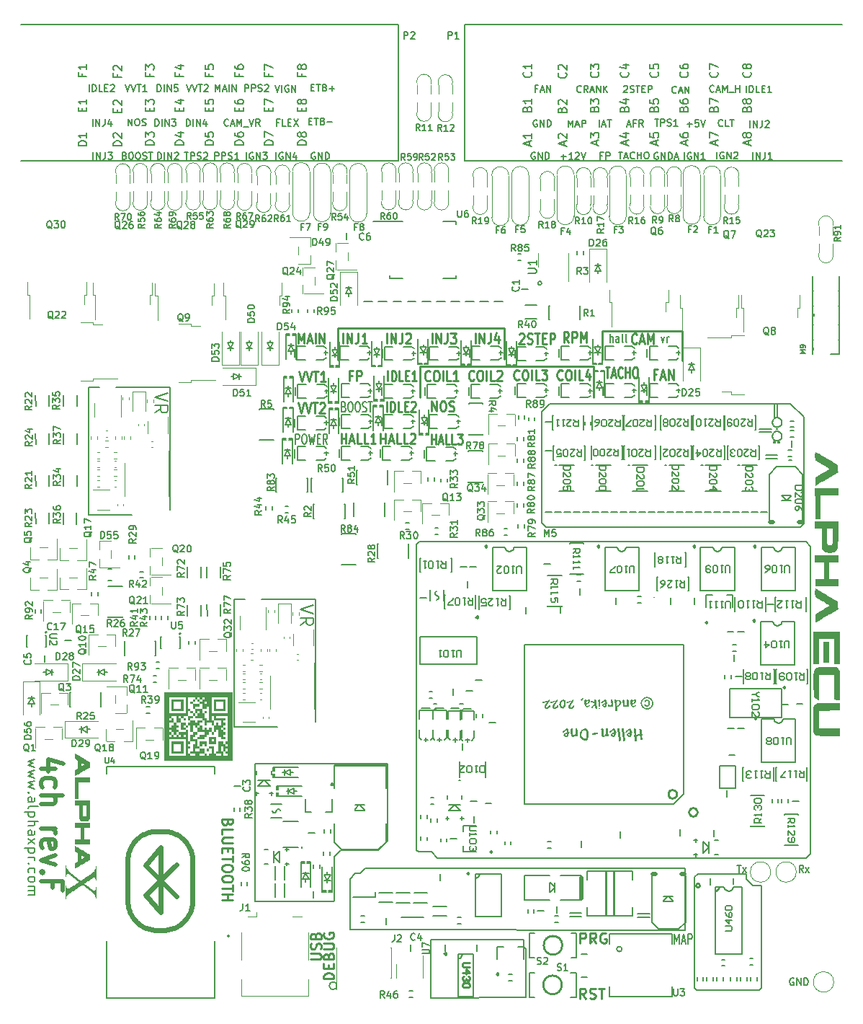
<source format=gto>
G75*
G70*
%OFA0B0*%
%FSLAX25Y25*%
%IPPOS*%
%LPD*%
%AMOC8*
5,1,8,0,0,1.08239X$1,22.5*
%
%ADD109C,0.01968*%
%ADD183C,0.00689*%
%ADD239C,0.00650*%
%ADD58C,0.00787*%
%ADD60C,0.01575*%
%ADD61C,0.01969*%
%ADD63C,0.00800*%
%ADD68C,0.00472*%
%ADD75C,0.00984*%
%ADD76C,0.00669*%
%ADD77C,0.00886*%
%ADD78C,0.00837*%
%ADD79C,0.00500*%
%ADD80C,0.00591*%
%ADD81C,0.00390*%
%ADD82C,0.01000*%
%ADD83C,0.02484*%
X0000000Y0000000D02*
%LPD*%
G01*
D75*
X0146457Y0296260D02*
X0146457Y0311024D01*
X0268898Y0309646D02*
X0305906Y0309646D01*
X0305906Y0309646D02*
X0305906Y0295866D01*
X0184449Y0278740D02*
X0184449Y0293110D01*
X0264764Y0293110D02*
X0264764Y0278937D01*
X0146457Y0311024D02*
X0223425Y0311024D01*
X0184449Y0293110D02*
X0264764Y0293110D01*
X0268898Y0296260D02*
X0268898Y0309646D01*
X0223425Y0311024D02*
X0223425Y0296457D01*
D76*
X0119282Y0405934D02*
X0118232Y0405934D01*
X0118232Y0404284D02*
X0118232Y0407433D01*
X0119732Y0407433D01*
X0122432Y0404284D02*
X0120932Y0404284D01*
X0120932Y0407433D01*
X0123481Y0405934D02*
X0124531Y0405934D01*
X0124981Y0404284D02*
X0123481Y0404284D01*
X0123481Y0407433D01*
X0124981Y0407433D01*
X0126031Y0407433D02*
X0128131Y0404284D01*
X0128131Y0407433D02*
X0126031Y0404284D01*
X0337265Y0403697D02*
X0337265Y0406846D01*
X0338765Y0403697D02*
X0338765Y0406846D01*
X0340565Y0403697D01*
X0340565Y0406846D01*
X0342964Y0406846D02*
X0342964Y0404597D01*
X0342814Y0404147D01*
X0342514Y0403847D01*
X0342064Y0403697D01*
X0341764Y0403697D01*
X0344314Y0406546D02*
X0344464Y0406696D01*
X0344764Y0406846D01*
X0345514Y0406846D01*
X0345814Y0406696D01*
X0345964Y0406546D01*
X0346114Y0406246D01*
X0346114Y0405946D01*
X0345964Y0405497D01*
X0344164Y0403697D01*
X0346114Y0403697D01*
X0303126Y0419780D02*
X0302976Y0419630D01*
X0302526Y0419480D01*
X0302226Y0419480D01*
X0301776Y0419630D01*
X0301476Y0419930D01*
X0301326Y0420230D01*
X0301176Y0420830D01*
X0301176Y0421280D01*
X0301326Y0421880D01*
X0301476Y0422180D01*
X0301776Y0422480D01*
X0302226Y0422630D01*
X0302526Y0422630D01*
X0302976Y0422480D01*
X0303126Y0422330D01*
X0304326Y0420380D02*
X0305826Y0420380D01*
X0304026Y0419480D02*
X0305076Y0422630D01*
X0306125Y0419480D01*
X0307175Y0419480D02*
X0307175Y0422630D01*
X0308975Y0419480D01*
X0308975Y0422630D01*
X0237725Y0391929D02*
X0237425Y0392079D01*
X0236975Y0392079D01*
X0236525Y0391929D01*
X0236225Y0391629D01*
X0236075Y0391329D01*
X0235925Y0390729D01*
X0235925Y0390279D01*
X0236075Y0389679D01*
X0236225Y0389379D01*
X0236525Y0389079D01*
X0236975Y0388930D01*
X0237275Y0388930D01*
X0237725Y0389079D01*
X0237875Y0389229D01*
X0237875Y0390279D01*
X0237275Y0390279D01*
X0239225Y0388930D02*
X0239225Y0392079D01*
X0241025Y0388930D01*
X0241025Y0392079D01*
X0242524Y0388930D02*
X0242524Y0392079D01*
X0243274Y0392079D01*
X0243724Y0391929D01*
X0244024Y0391629D01*
X0244174Y0391329D01*
X0244324Y0390729D01*
X0244324Y0390279D01*
X0244174Y0389679D01*
X0244024Y0389379D01*
X0243724Y0389079D01*
X0243274Y0388930D01*
X0242524Y0388930D01*
D58*
X0296110Y0306946D02*
X0296860Y0304321D01*
X0297610Y0306946D01*
X0298810Y0304321D02*
X0298810Y0306946D01*
X0298810Y0306196D02*
X0298960Y0306571D01*
X0299109Y0306759D01*
X0299409Y0306946D01*
X0299709Y0306946D01*
D76*
X0076378Y0404284D02*
X0076378Y0407433D01*
X0077128Y0407433D01*
X0077578Y0407283D01*
X0077878Y0406984D01*
X0078028Y0406684D01*
X0078178Y0406084D01*
X0078178Y0405634D01*
X0078028Y0405034D01*
X0077878Y0404734D01*
X0077578Y0404434D01*
X0077128Y0404284D01*
X0076378Y0404284D01*
X0079528Y0404284D02*
X0079528Y0407433D01*
X0081027Y0404284D02*
X0081027Y0407433D01*
X0082827Y0404284D01*
X0082827Y0407433D01*
X0085677Y0406384D02*
X0085677Y0404284D01*
X0084927Y0407583D02*
X0084177Y0405334D01*
X0086127Y0405334D01*
X0103459Y0420229D02*
X0103459Y0423378D01*
X0104659Y0423378D01*
X0104959Y0423228D01*
X0105109Y0423078D01*
X0105259Y0422778D01*
X0105259Y0422328D01*
X0105109Y0422028D01*
X0104959Y0421879D01*
X0104659Y0421729D01*
X0103459Y0421729D01*
X0106609Y0420229D02*
X0106609Y0423378D01*
X0107808Y0423378D01*
X0108108Y0423228D01*
X0108258Y0423078D01*
X0108408Y0422778D01*
X0108408Y0422328D01*
X0108258Y0422028D01*
X0108108Y0421879D01*
X0107808Y0421729D01*
X0106609Y0421729D01*
X0109608Y0420379D02*
X0110058Y0420229D01*
X0110808Y0420229D01*
X0111108Y0420379D01*
X0111258Y0420529D01*
X0111408Y0420829D01*
X0111408Y0421129D01*
X0111258Y0421429D01*
X0111108Y0421579D01*
X0110808Y0421729D01*
X0110208Y0421879D01*
X0109908Y0422028D01*
X0109758Y0422178D01*
X0109608Y0422478D01*
X0109608Y0422778D01*
X0109758Y0423078D01*
X0109908Y0423228D01*
X0110208Y0423378D01*
X0110958Y0423378D01*
X0111408Y0423228D01*
X0112608Y0423078D02*
X0112758Y0423228D01*
X0113058Y0423378D01*
X0113808Y0423378D01*
X0114108Y0423228D01*
X0114258Y0423078D01*
X0114408Y0422778D01*
X0114408Y0422478D01*
X0114258Y0422028D01*
X0112458Y0420229D01*
X0114408Y0420229D01*
D75*
X0128468Y0290973D02*
X0129781Y0286249D01*
X0131093Y0290973D01*
X0131843Y0290973D02*
X0133155Y0286249D01*
X0134468Y0290973D01*
X0135217Y0290973D02*
X0137467Y0290973D01*
X0136342Y0286249D02*
X0136342Y0290973D01*
X0140842Y0286249D02*
X0138592Y0286249D01*
X0139717Y0286249D02*
X0139717Y0290973D01*
X0139342Y0290298D01*
X0138967Y0289848D01*
X0138592Y0289623D01*
X0230491Y0307964D02*
X0230679Y0308189D01*
X0231054Y0308414D01*
X0231991Y0308414D01*
X0232366Y0308189D01*
X0232553Y0307964D01*
X0232741Y0307514D01*
X0232741Y0307064D01*
X0232553Y0306389D01*
X0230304Y0303690D01*
X0232741Y0303690D01*
X0234241Y0303915D02*
X0234803Y0303690D01*
X0235741Y0303690D01*
X0236115Y0303915D01*
X0236303Y0304139D01*
X0236490Y0304589D01*
X0236490Y0305039D01*
X0236303Y0305489D01*
X0236115Y0305714D01*
X0235741Y0305939D01*
X0234991Y0306164D01*
X0234616Y0306389D01*
X0234428Y0306614D01*
X0234241Y0307064D01*
X0234241Y0307514D01*
X0234428Y0307964D01*
X0234616Y0308189D01*
X0234991Y0308414D01*
X0235928Y0308414D01*
X0236490Y0308189D01*
X0237615Y0308414D02*
X0239865Y0308414D01*
X0238740Y0303690D02*
X0238740Y0308414D01*
X0241177Y0306164D02*
X0242490Y0306164D01*
X0243052Y0303690D02*
X0241177Y0303690D01*
X0241177Y0308414D01*
X0243052Y0308414D01*
X0244739Y0303690D02*
X0244739Y0308414D01*
X0246239Y0308414D01*
X0246614Y0308189D01*
X0246802Y0307964D01*
X0246989Y0307514D01*
X0246989Y0306839D01*
X0246802Y0306389D01*
X0246614Y0306164D01*
X0246239Y0305939D01*
X0244739Y0305939D01*
D76*
X0047769Y0390579D02*
X0048219Y0390429D01*
X0048369Y0390279D01*
X0048519Y0389979D01*
X0048519Y0389529D01*
X0048369Y0389229D01*
X0048219Y0389079D01*
X0047919Y0388930D01*
X0046719Y0388930D01*
X0046719Y0392079D01*
X0047769Y0392079D01*
X0048069Y0391929D01*
X0048219Y0391779D01*
X0048369Y0391479D01*
X0048369Y0391179D01*
X0048219Y0390879D01*
X0048069Y0390729D01*
X0047769Y0390579D01*
X0046719Y0390579D01*
X0050469Y0392079D02*
X0051069Y0392079D01*
X0051369Y0391929D01*
X0051669Y0391629D01*
X0051819Y0391029D01*
X0051819Y0389979D01*
X0051669Y0389379D01*
X0051369Y0389079D01*
X0051069Y0388930D01*
X0050469Y0388930D01*
X0050169Y0389079D01*
X0049869Y0389379D01*
X0049719Y0389979D01*
X0049719Y0391029D01*
X0049869Y0391629D01*
X0050169Y0391929D01*
X0050469Y0392079D01*
X0053768Y0392079D02*
X0054368Y0392079D01*
X0054668Y0391929D01*
X0054968Y0391629D01*
X0055118Y0391029D01*
X0055118Y0389979D01*
X0054968Y0389379D01*
X0054668Y0389079D01*
X0054368Y0388930D01*
X0053768Y0388930D01*
X0053468Y0389079D01*
X0053168Y0389379D01*
X0053018Y0389979D01*
X0053018Y0391029D01*
X0053168Y0391629D01*
X0053468Y0391929D01*
X0053768Y0392079D01*
X0056318Y0389079D02*
X0056768Y0388930D01*
X0057518Y0388930D01*
X0057818Y0389079D01*
X0057968Y0389229D01*
X0058118Y0389529D01*
X0058118Y0389829D01*
X0057968Y0390129D01*
X0057818Y0390279D01*
X0057518Y0390429D01*
X0056918Y0390579D01*
X0056618Y0390729D01*
X0056468Y0390879D01*
X0056318Y0391179D01*
X0056318Y0391479D01*
X0056468Y0391779D01*
X0056618Y0391929D01*
X0056918Y0392079D01*
X0057668Y0392079D01*
X0058118Y0391929D01*
X0059018Y0392079D02*
X0060817Y0392079D01*
X0059918Y0388930D02*
X0059918Y0392079D01*
D77*
X0169291Y0272272D02*
X0169291Y0276997D01*
X0170979Y0272272D02*
X0170979Y0276997D01*
X0171822Y0276997D01*
X0172328Y0276772D01*
X0172666Y0276322D01*
X0172835Y0275872D01*
X0173003Y0274972D01*
X0173003Y0274297D01*
X0172835Y0273397D01*
X0172666Y0272947D01*
X0172328Y0272497D01*
X0171822Y0272272D01*
X0170979Y0272272D01*
X0176209Y0272272D02*
X0174522Y0272272D01*
X0174522Y0276997D01*
X0177390Y0274747D02*
X0178571Y0274747D01*
X0179078Y0272272D02*
X0177390Y0272272D01*
X0177390Y0276997D01*
X0179078Y0276997D01*
X0180427Y0276547D02*
X0180596Y0276772D01*
X0180934Y0276997D01*
X0181777Y0276997D01*
X0182115Y0276772D01*
X0182283Y0276547D01*
X0182452Y0276097D01*
X0182452Y0275647D01*
X0182283Y0274972D01*
X0180259Y0272272D01*
X0182452Y0272272D01*
D58*
X0272432Y0304321D02*
X0272432Y0308258D01*
X0273781Y0304321D02*
X0273781Y0306384D01*
X0273631Y0306759D01*
X0273331Y0306946D01*
X0272882Y0306946D01*
X0272582Y0306759D01*
X0272432Y0306571D01*
X0276631Y0304321D02*
X0276631Y0306384D01*
X0276481Y0306759D01*
X0276181Y0306946D01*
X0275581Y0306946D01*
X0275281Y0306759D01*
X0276631Y0304509D02*
X0276331Y0304321D01*
X0275581Y0304321D01*
X0275281Y0304509D01*
X0275131Y0304884D01*
X0275131Y0305259D01*
X0275281Y0305634D01*
X0275581Y0305821D01*
X0276331Y0305821D01*
X0276631Y0306009D01*
X0278581Y0304321D02*
X0278281Y0304509D01*
X0278131Y0304884D01*
X0278131Y0308258D01*
X0280231Y0304321D02*
X0279931Y0304509D01*
X0279781Y0304884D01*
X0279781Y0308258D01*
D75*
X0148071Y0257469D02*
X0148071Y0262193D01*
X0148071Y0259944D02*
X0150321Y0259944D01*
X0150321Y0257469D02*
X0150321Y0262193D01*
X0152008Y0258819D02*
X0153883Y0258819D01*
X0151633Y0257469D02*
X0152945Y0262193D01*
X0154258Y0257469D01*
X0157445Y0257469D02*
X0155570Y0257469D01*
X0155570Y0262193D01*
X0160632Y0257469D02*
X0158757Y0257469D01*
X0158757Y0262193D01*
X0164006Y0257469D02*
X0161757Y0257469D01*
X0162882Y0257469D02*
X0162882Y0262193D01*
X0162507Y0261519D01*
X0162132Y0261069D01*
X0161757Y0260844D01*
X0190036Y0303768D02*
X0190036Y0308493D01*
X0191910Y0303768D02*
X0191910Y0308493D01*
X0194160Y0303768D01*
X0194160Y0308493D01*
X0197160Y0308493D02*
X0197160Y0305118D01*
X0196972Y0304443D01*
X0196597Y0303993D01*
X0196035Y0303768D01*
X0195660Y0303768D01*
X0198660Y0308493D02*
X0201097Y0308493D01*
X0199784Y0306693D01*
X0200347Y0306693D01*
X0200722Y0306468D01*
X0200909Y0306243D01*
X0201097Y0305793D01*
X0201097Y0304668D01*
X0200909Y0304218D01*
X0200722Y0303993D01*
X0200347Y0303768D01*
X0199222Y0303768D01*
X0198847Y0303993D01*
X0198660Y0304218D01*
X0253300Y0304359D02*
X0251987Y0306609D01*
X0251050Y0304359D02*
X0251050Y0309083D01*
X0252550Y0309083D01*
X0252925Y0308858D01*
X0253112Y0308633D01*
X0253300Y0308183D01*
X0253300Y0307508D01*
X0253112Y0307058D01*
X0252925Y0306834D01*
X0252550Y0306609D01*
X0251050Y0306609D01*
X0254987Y0304359D02*
X0254987Y0309083D01*
X0256487Y0309083D01*
X0256862Y0308858D01*
X0257049Y0308633D01*
X0257237Y0308183D01*
X0257237Y0307508D01*
X0257049Y0307058D01*
X0256862Y0306834D01*
X0256487Y0306609D01*
X0254987Y0306609D01*
X0258924Y0304359D02*
X0258924Y0309083D01*
X0260236Y0305709D01*
X0261549Y0309083D01*
X0261549Y0304359D01*
D76*
X0278748Y0422655D02*
X0278898Y0422805D01*
X0279198Y0422955D01*
X0279948Y0422955D01*
X0280248Y0422805D01*
X0280398Y0422655D01*
X0280548Y0422355D01*
X0280548Y0422055D01*
X0280398Y0421605D01*
X0278598Y0419805D01*
X0280548Y0419805D01*
X0281748Y0419955D02*
X0282198Y0419805D01*
X0282948Y0419805D01*
X0283248Y0419955D01*
X0283398Y0420105D01*
X0283548Y0420405D01*
X0283548Y0420705D01*
X0283398Y0421005D01*
X0283248Y0421155D01*
X0282948Y0421305D01*
X0282348Y0421455D01*
X0282048Y0421605D01*
X0281898Y0421755D01*
X0281748Y0422055D01*
X0281748Y0422355D01*
X0281898Y0422655D01*
X0282048Y0422805D01*
X0282348Y0422955D01*
X0283098Y0422955D01*
X0283548Y0422805D01*
X0284447Y0422955D02*
X0286247Y0422955D01*
X0285347Y0419805D02*
X0285347Y0422955D01*
X0287297Y0421455D02*
X0288347Y0421455D01*
X0288797Y0419805D02*
X0287297Y0419805D01*
X0287297Y0422955D01*
X0288797Y0422955D01*
X0290147Y0419805D02*
X0290147Y0422955D01*
X0291347Y0422955D01*
X0291647Y0422805D01*
X0291797Y0422655D01*
X0291947Y0422355D01*
X0291947Y0421905D01*
X0291797Y0421605D01*
X0291647Y0421455D01*
X0291347Y0421305D01*
X0290147Y0421305D01*
D75*
X0148894Y0303965D02*
X0148894Y0308690D01*
X0150769Y0303965D02*
X0150769Y0308690D01*
X0153018Y0303965D01*
X0153018Y0308690D01*
X0156018Y0308690D02*
X0156018Y0305315D01*
X0155831Y0304640D01*
X0155456Y0304190D01*
X0154893Y0303965D01*
X0154518Y0303965D01*
X0159955Y0303965D02*
X0157705Y0303965D01*
X0158830Y0303965D02*
X0158830Y0308690D01*
X0158455Y0308015D01*
X0158080Y0307565D01*
X0157705Y0307340D01*
D76*
X0259040Y0420105D02*
X0258890Y0419955D01*
X0258440Y0419805D01*
X0258140Y0419805D01*
X0257690Y0419955D01*
X0257390Y0420255D01*
X0257240Y0420555D01*
X0257091Y0421155D01*
X0257091Y0421605D01*
X0257240Y0422205D01*
X0257390Y0422505D01*
X0257690Y0422805D01*
X0258140Y0422955D01*
X0258440Y0422955D01*
X0258890Y0422805D01*
X0259040Y0422655D01*
X0262190Y0419805D02*
X0261140Y0421305D01*
X0260390Y0419805D02*
X0260390Y0422955D01*
X0261590Y0422955D01*
X0261890Y0422805D01*
X0262040Y0422655D01*
X0262190Y0422355D01*
X0262190Y0421905D01*
X0262040Y0421605D01*
X0261890Y0421455D01*
X0261590Y0421305D01*
X0260390Y0421305D01*
X0263390Y0420705D02*
X0264890Y0420705D01*
X0263090Y0419805D02*
X0264140Y0422955D01*
X0265189Y0419805D01*
X0266239Y0419805D02*
X0266239Y0422955D01*
X0268039Y0419805D01*
X0268039Y0422955D01*
X0269539Y0419805D02*
X0269539Y0422955D01*
X0271339Y0419805D02*
X0269989Y0421605D01*
X0271339Y0422955D02*
X0269539Y0421155D01*
D75*
X0128075Y0276406D02*
X0129387Y0271682D01*
X0130699Y0276406D01*
X0131449Y0276406D02*
X0132762Y0271682D01*
X0134074Y0276406D01*
X0134824Y0276406D02*
X0137073Y0276406D01*
X0135949Y0271682D02*
X0135949Y0276406D01*
X0138198Y0275956D02*
X0138386Y0276181D01*
X0138761Y0276406D01*
X0139698Y0276406D01*
X0140073Y0276181D01*
X0140261Y0275956D01*
X0140448Y0275506D01*
X0140448Y0275056D01*
X0140261Y0274381D01*
X0138011Y0271682D01*
X0140448Y0271682D01*
D76*
X0253145Y0403878D02*
X0253145Y0407027D01*
X0254194Y0404777D01*
X0255244Y0407027D01*
X0255244Y0403878D01*
X0256594Y0404777D02*
X0258094Y0404777D01*
X0256294Y0403878D02*
X0257344Y0407027D01*
X0258394Y0403878D01*
X0259444Y0403878D02*
X0259444Y0407027D01*
X0260644Y0407027D01*
X0260944Y0406877D01*
X0261094Y0406727D01*
X0261244Y0406427D01*
X0261244Y0405977D01*
X0261094Y0405677D01*
X0260944Y0405527D01*
X0260644Y0405377D01*
X0259444Y0405377D01*
D75*
X0209467Y0287092D02*
X0209280Y0286867D01*
X0208717Y0286642D01*
X0208342Y0286642D01*
X0207780Y0286867D01*
X0207405Y0287317D01*
X0207217Y0287767D01*
X0207030Y0288667D01*
X0207030Y0289342D01*
X0207217Y0290242D01*
X0207405Y0290692D01*
X0207780Y0291142D01*
X0208342Y0291367D01*
X0208717Y0291367D01*
X0209280Y0291142D01*
X0209467Y0290917D01*
X0211904Y0291367D02*
X0212654Y0291367D01*
X0213029Y0291142D01*
X0213404Y0290692D01*
X0213592Y0289792D01*
X0213592Y0288217D01*
X0213404Y0287317D01*
X0213029Y0286867D01*
X0212654Y0286642D01*
X0211904Y0286642D01*
X0211529Y0286867D01*
X0211154Y0287317D01*
X0210967Y0288217D01*
X0210967Y0289792D01*
X0211154Y0290692D01*
X0211529Y0291142D01*
X0211904Y0291367D01*
X0215279Y0286642D02*
X0215279Y0291367D01*
X0219028Y0286642D02*
X0217154Y0286642D01*
X0217154Y0291367D01*
X0220153Y0290917D02*
X0220341Y0291142D01*
X0220716Y0291367D01*
X0221653Y0291367D01*
X0222028Y0291142D01*
X0222216Y0290917D01*
X0222403Y0290467D01*
X0222403Y0290017D01*
X0222216Y0289342D01*
X0219966Y0286642D01*
X0222403Y0286642D01*
D76*
X0331235Y0062595D02*
X0333080Y0062595D01*
X0332158Y0059366D02*
X0332158Y0062595D01*
X0333849Y0059366D02*
X0335540Y0061519D01*
X0333849Y0061519D02*
X0335540Y0059366D01*
X0249726Y0390169D02*
X0252126Y0390169D01*
X0250926Y0388969D02*
X0250926Y0391369D01*
X0255276Y0388969D02*
X0253476Y0388969D01*
X0254376Y0388969D02*
X0254376Y0392118D01*
X0254076Y0391669D01*
X0253776Y0391369D01*
X0253476Y0391219D01*
X0256475Y0391819D02*
X0256625Y0391969D01*
X0256925Y0392118D01*
X0257675Y0392118D01*
X0257975Y0391969D01*
X0258125Y0391819D01*
X0258275Y0391519D01*
X0258275Y0391219D01*
X0258125Y0390769D01*
X0256325Y0388969D01*
X0258275Y0388969D01*
X0259175Y0392118D02*
X0260225Y0388969D01*
X0261275Y0392118D01*
X0306857Y0388889D02*
X0306857Y0392039D01*
X0310007Y0391889D02*
X0309707Y0392039D01*
X0309257Y0392039D01*
X0308807Y0391889D01*
X0308507Y0391589D01*
X0308357Y0391289D01*
X0308207Y0390689D01*
X0308207Y0390239D01*
X0308357Y0389639D01*
X0308507Y0389339D01*
X0308807Y0389039D01*
X0309257Y0388889D01*
X0309557Y0388889D01*
X0310007Y0389039D01*
X0310157Y0389189D01*
X0310157Y0390239D01*
X0309557Y0390239D01*
X0311506Y0388889D02*
X0311506Y0392039D01*
X0313306Y0388889D01*
X0313306Y0392039D01*
X0316456Y0388889D02*
X0314656Y0388889D01*
X0315556Y0388889D02*
X0315556Y0392039D01*
X0315256Y0391589D01*
X0314956Y0391289D01*
X0314656Y0391139D01*
X0280459Y0404850D02*
X0281959Y0404850D01*
X0280159Y0403950D02*
X0281209Y0407100D01*
X0282259Y0403950D01*
X0284358Y0405600D02*
X0283309Y0405600D01*
X0283309Y0403950D02*
X0283309Y0407100D01*
X0284808Y0407100D01*
X0287808Y0403950D02*
X0286758Y0405450D01*
X0286008Y0403950D02*
X0286008Y0407100D01*
X0287208Y0407100D01*
X0287508Y0406950D01*
X0287658Y0406800D01*
X0287808Y0406500D01*
X0287808Y0406050D01*
X0287658Y0405750D01*
X0287508Y0405600D01*
X0287208Y0405450D01*
X0286008Y0405450D01*
X0031430Y0420229D02*
X0031430Y0423378D01*
X0032930Y0420229D02*
X0032930Y0423378D01*
X0033680Y0423378D01*
X0034130Y0423228D01*
X0034430Y0422928D01*
X0034580Y0422628D01*
X0034730Y0422028D01*
X0034730Y0421579D01*
X0034580Y0420979D01*
X0034430Y0420679D01*
X0034130Y0420379D01*
X0033680Y0420229D01*
X0032930Y0420229D01*
X0037580Y0420229D02*
X0036080Y0420229D01*
X0036080Y0423378D01*
X0038630Y0421879D02*
X0039679Y0421879D01*
X0040129Y0420229D02*
X0038630Y0420229D01*
X0038630Y0423378D01*
X0040129Y0423378D01*
X0041329Y0423078D02*
X0041479Y0423228D01*
X0041779Y0423378D01*
X0042529Y0423378D01*
X0042829Y0423228D01*
X0042979Y0423078D01*
X0043129Y0422778D01*
X0043129Y0422478D01*
X0042979Y0422028D01*
X0041179Y0420229D01*
X0043129Y0420229D01*
D61*
X0015889Y0107251D02*
X0009327Y0107251D01*
X0019638Y0109407D02*
X0012608Y0111563D01*
X0012608Y0105957D01*
X0009796Y0098627D02*
X0009327Y0099489D01*
X0009327Y0101214D01*
X0009796Y0102076D01*
X0010264Y0102508D01*
X0011202Y0102939D01*
X0014014Y0102939D01*
X0014951Y0102508D01*
X0015420Y0102076D01*
X0015889Y0101214D01*
X0015889Y0099489D01*
X0015420Y0098627D01*
X0009327Y0094746D02*
X0019169Y0094746D01*
X0009327Y0090865D02*
X0014483Y0090865D01*
X0015420Y0091296D01*
X0015889Y0092159D01*
X0015889Y0093452D01*
X0015420Y0094315D01*
X0014951Y0094746D01*
X0009327Y0079654D02*
X0015889Y0079654D01*
X0014014Y0079654D02*
X0014951Y0079223D01*
X0015420Y0078792D01*
X0015889Y0077929D01*
X0015889Y0077067D01*
X0009796Y0070599D02*
X0009327Y0071461D01*
X0009327Y0073186D01*
X0009796Y0074049D01*
X0010733Y0074480D01*
X0014483Y0074480D01*
X0015420Y0074049D01*
X0015889Y0073186D01*
X0015889Y0071461D01*
X0015420Y0070599D01*
X0014483Y0070168D01*
X0013545Y0070168D01*
X0012608Y0074480D01*
X0015889Y0067149D02*
X0009327Y0064993D01*
X0015889Y0062837D01*
X0010264Y0059388D02*
X0009796Y0058957D01*
X0009327Y0059388D01*
X0009796Y0059819D01*
X0010264Y0059388D01*
X0009327Y0059388D01*
X0014483Y0052058D02*
X0014483Y0055076D01*
X0009327Y0055076D02*
X0019169Y0055076D01*
X0019169Y0050764D01*
D75*
X0153121Y0289013D02*
X0151809Y0289013D01*
X0151809Y0286538D02*
X0151809Y0291262D01*
X0153684Y0291262D01*
X0155184Y0286538D02*
X0155184Y0291262D01*
X0156684Y0291262D01*
X0157058Y0291038D01*
X0157246Y0290813D01*
X0157433Y0290363D01*
X0157433Y0289688D01*
X0157246Y0289238D01*
X0157058Y0289013D01*
X0156684Y0288788D01*
X0155184Y0288788D01*
D76*
X0238842Y0421539D02*
X0237792Y0421539D01*
X0237792Y0419890D02*
X0237792Y0423039D01*
X0239292Y0423039D01*
X0240341Y0420789D02*
X0241841Y0420789D01*
X0240041Y0419890D02*
X0241091Y0423039D01*
X0242141Y0419890D01*
X0243191Y0419890D02*
X0243191Y0423039D01*
X0244991Y0419890D01*
X0244991Y0423039D01*
X0033249Y0388930D02*
X0033249Y0392079D01*
X0034749Y0388930D02*
X0034749Y0392079D01*
X0036549Y0388930D01*
X0036549Y0392079D01*
X0038948Y0392079D02*
X0038948Y0389829D01*
X0038798Y0389379D01*
X0038498Y0389079D01*
X0038048Y0388930D01*
X0037748Y0388930D01*
X0040148Y0392079D02*
X0042098Y0392079D01*
X0041048Y0390879D01*
X0041498Y0390879D01*
X0041798Y0390729D01*
X0041948Y0390579D01*
X0042098Y0390279D01*
X0042098Y0389529D01*
X0041948Y0389229D01*
X0041798Y0389079D01*
X0041498Y0388930D01*
X0040598Y0388930D01*
X0040298Y0389079D01*
X0040148Y0389229D01*
X0238683Y0406998D02*
X0238383Y0407148D01*
X0237933Y0407148D01*
X0237483Y0406998D01*
X0237183Y0406698D01*
X0237033Y0406398D01*
X0236883Y0405798D01*
X0236883Y0405348D01*
X0237033Y0404748D01*
X0237183Y0404448D01*
X0237483Y0404148D01*
X0237933Y0403998D01*
X0238233Y0403998D01*
X0238683Y0404148D01*
X0238833Y0404298D01*
X0238833Y0405348D01*
X0238233Y0405348D01*
X0240182Y0403998D02*
X0240182Y0407148D01*
X0241982Y0403998D01*
X0241982Y0407148D01*
X0243482Y0403998D02*
X0243482Y0407148D01*
X0244232Y0407148D01*
X0244682Y0406998D01*
X0244982Y0406698D01*
X0245132Y0406398D01*
X0245282Y0405798D01*
X0245282Y0405348D01*
X0245132Y0404748D01*
X0244982Y0404448D01*
X0244682Y0404148D01*
X0244232Y0403998D01*
X0243482Y0403998D01*
D75*
X0284841Y0304100D02*
X0284653Y0303875D01*
X0284091Y0303650D01*
X0283716Y0303650D01*
X0283153Y0303875D01*
X0282778Y0304325D01*
X0282591Y0304775D01*
X0282403Y0305675D01*
X0282403Y0306350D01*
X0282591Y0307250D01*
X0282778Y0307700D01*
X0283153Y0308150D01*
X0283716Y0308375D01*
X0284091Y0308375D01*
X0284653Y0308150D01*
X0284841Y0307925D01*
X0286340Y0305000D02*
X0288215Y0305000D01*
X0285966Y0303650D02*
X0287278Y0308375D01*
X0288590Y0303650D01*
X0289903Y0303650D02*
X0289903Y0308375D01*
X0291215Y0305000D01*
X0292527Y0308375D01*
X0292527Y0303650D01*
D76*
X0320566Y0420332D02*
X0320416Y0420182D01*
X0319966Y0420032D01*
X0319666Y0420032D01*
X0319216Y0420182D01*
X0318916Y0420482D01*
X0318766Y0420782D01*
X0318616Y0421382D01*
X0318616Y0421832D01*
X0318766Y0422432D01*
X0318916Y0422732D01*
X0319216Y0423031D01*
X0319666Y0423181D01*
X0319966Y0423181D01*
X0320416Y0423031D01*
X0320566Y0422882D01*
X0321766Y0420932D02*
X0323266Y0420932D01*
X0321466Y0420032D02*
X0322516Y0423181D01*
X0323566Y0420032D01*
X0324616Y0420032D02*
X0324616Y0423181D01*
X0325666Y0420932D01*
X0326715Y0423181D01*
X0326715Y0420032D01*
X0327465Y0419732D02*
X0329865Y0419732D01*
X0330615Y0420032D02*
X0330615Y0423181D01*
X0330615Y0421682D02*
X0332415Y0421682D01*
X0332415Y0420032D02*
X0332415Y0423181D01*
X0063189Y0388930D02*
X0063189Y0392079D01*
X0063939Y0392079D01*
X0064389Y0391929D01*
X0064689Y0391629D01*
X0064839Y0391329D01*
X0064989Y0390729D01*
X0064989Y0390279D01*
X0064839Y0389679D01*
X0064689Y0389379D01*
X0064389Y0389079D01*
X0063939Y0388930D01*
X0063189Y0388930D01*
X0066339Y0388930D02*
X0066339Y0392079D01*
X0067838Y0388930D02*
X0067838Y0392079D01*
X0069638Y0388930D01*
X0069638Y0392079D01*
X0070988Y0391779D02*
X0071138Y0391929D01*
X0071438Y0392079D01*
X0072188Y0392079D01*
X0072488Y0391929D01*
X0072638Y0391779D01*
X0072788Y0391479D01*
X0072788Y0391179D01*
X0072638Y0390729D01*
X0070838Y0388930D01*
X0072788Y0388930D01*
D75*
X0166339Y0257508D02*
X0166339Y0262233D01*
X0166339Y0259983D02*
X0168588Y0259983D01*
X0168588Y0257508D02*
X0168588Y0262233D01*
X0170276Y0258858D02*
X0172150Y0258858D01*
X0169901Y0257508D02*
X0171213Y0262233D01*
X0172525Y0257508D01*
X0175712Y0257508D02*
X0173838Y0257508D01*
X0173838Y0262233D01*
X0178900Y0257508D02*
X0177025Y0257508D01*
X0177025Y0262233D01*
X0180024Y0261783D02*
X0180212Y0262008D01*
X0180587Y0262233D01*
X0181524Y0262233D01*
X0181899Y0262008D01*
X0182087Y0261783D01*
X0182274Y0261333D01*
X0182274Y0260883D01*
X0182087Y0260208D01*
X0179837Y0257508D01*
X0182274Y0257508D01*
D76*
X0048247Y0423378D02*
X0049297Y0420229D01*
X0050347Y0423378D01*
X0050947Y0423378D02*
X0051997Y0420229D01*
X0053046Y0423378D01*
X0053646Y0423378D02*
X0055446Y0423378D01*
X0054546Y0420229D02*
X0054546Y0423378D01*
X0058146Y0420229D02*
X0056346Y0420229D01*
X0057246Y0420229D02*
X0057246Y0423378D01*
X0056946Y0422928D01*
X0056646Y0422628D01*
X0056346Y0422478D01*
X0135986Y0391929D02*
X0135686Y0392079D01*
X0135236Y0392079D01*
X0134786Y0391929D01*
X0134486Y0391629D01*
X0134336Y0391329D01*
X0134186Y0390729D01*
X0134186Y0390279D01*
X0134336Y0389679D01*
X0134486Y0389379D01*
X0134786Y0389079D01*
X0135236Y0388930D01*
X0135536Y0388930D01*
X0135986Y0389079D01*
X0136136Y0389229D01*
X0136136Y0390279D01*
X0135536Y0390279D01*
X0137486Y0388930D02*
X0137486Y0392079D01*
X0139286Y0388930D01*
X0139286Y0392079D01*
X0140786Y0388930D02*
X0140786Y0392079D01*
X0141535Y0392079D01*
X0141985Y0391929D01*
X0142285Y0391629D01*
X0142435Y0391329D01*
X0142585Y0390729D01*
X0142585Y0390279D01*
X0142435Y0389679D01*
X0142285Y0389379D01*
X0141985Y0389079D01*
X0141535Y0388930D01*
X0140786Y0388930D01*
X0076594Y0423378D02*
X0077643Y0420229D01*
X0078693Y0423378D01*
X0079293Y0423378D02*
X0080343Y0420229D01*
X0081393Y0423378D01*
X0081993Y0423378D02*
X0083793Y0423378D01*
X0082893Y0420229D02*
X0082893Y0423378D01*
X0084693Y0423078D02*
X0084843Y0423228D01*
X0085142Y0423378D01*
X0085892Y0423378D01*
X0086192Y0423228D01*
X0086342Y0423078D01*
X0086492Y0422778D01*
X0086492Y0422478D01*
X0086342Y0422028D01*
X0084543Y0420229D01*
X0086492Y0420229D01*
D77*
X0189724Y0257193D02*
X0189724Y0261918D01*
X0189724Y0259668D02*
X0191749Y0259668D01*
X0191749Y0257193D02*
X0191749Y0261918D01*
X0193268Y0258543D02*
X0194955Y0258543D01*
X0192930Y0257193D02*
X0194111Y0261918D01*
X0195292Y0257193D01*
X0198161Y0257193D02*
X0196474Y0257193D01*
X0196474Y0261918D01*
X0201029Y0257193D02*
X0199342Y0257193D01*
X0199342Y0261918D01*
X0201873Y0261918D02*
X0204066Y0261918D01*
X0202885Y0260118D01*
X0203391Y0260118D01*
X0203729Y0259893D01*
X0203898Y0259668D01*
X0204066Y0259218D01*
X0204066Y0258093D01*
X0203898Y0257643D01*
X0203729Y0257418D01*
X0203391Y0257193D01*
X0202379Y0257193D01*
X0202042Y0257418D01*
X0201873Y0257643D01*
D76*
X0357383Y0010276D02*
X0357075Y0010429D01*
X0356614Y0010429D01*
X0356153Y0010276D01*
X0355846Y0009968D01*
X0355692Y0009661D01*
X0355538Y0009046D01*
X0355538Y0008585D01*
X0355692Y0007970D01*
X0355846Y0007662D01*
X0356153Y0007355D01*
X0356614Y0007201D01*
X0356922Y0007201D01*
X0357383Y0007355D01*
X0357537Y0007508D01*
X0357537Y0008585D01*
X0356922Y0008585D01*
X0358920Y0007201D02*
X0358920Y0010429D01*
X0360765Y0007201D01*
X0360765Y0010429D01*
X0362302Y0007201D02*
X0362302Y0010429D01*
X0363071Y0010429D01*
X0363532Y0010276D01*
X0363840Y0009968D01*
X0363993Y0009661D01*
X0364147Y0009046D01*
X0364147Y0008585D01*
X0363993Y0007970D01*
X0363840Y0007662D01*
X0363532Y0007355D01*
X0363071Y0007201D01*
X0362302Y0007201D01*
X0338643Y0389008D02*
X0338643Y0392158D01*
X0340142Y0389008D02*
X0340142Y0392158D01*
X0341942Y0389008D01*
X0341942Y0392158D01*
X0344342Y0392158D02*
X0344342Y0389908D01*
X0344192Y0389458D01*
X0343892Y0389158D01*
X0343442Y0389008D01*
X0343142Y0389008D01*
X0347492Y0389008D02*
X0345692Y0389008D01*
X0346592Y0389008D02*
X0346592Y0392158D01*
X0346292Y0391708D01*
X0345992Y0391408D01*
X0345692Y0391258D01*
X0049494Y0404481D02*
X0049494Y0407630D01*
X0051294Y0404481D01*
X0051294Y0407630D01*
X0053393Y0407630D02*
X0053993Y0407630D01*
X0054293Y0407480D01*
X0054593Y0407180D01*
X0054743Y0406580D01*
X0054743Y0405531D01*
X0054593Y0404931D01*
X0054293Y0404631D01*
X0053993Y0404481D01*
X0053393Y0404481D01*
X0053093Y0404631D01*
X0052793Y0404931D01*
X0052643Y0405531D01*
X0052643Y0406580D01*
X0052793Y0407180D01*
X0053093Y0407480D01*
X0053393Y0407630D01*
X0055943Y0404631D02*
X0056393Y0404481D01*
X0057143Y0404481D01*
X0057443Y0404631D01*
X0057593Y0404781D01*
X0057743Y0405081D01*
X0057743Y0405381D01*
X0057593Y0405681D01*
X0057443Y0405831D01*
X0057143Y0405981D01*
X0056543Y0406130D01*
X0056243Y0406280D01*
X0056093Y0406430D01*
X0055943Y0406730D01*
X0055943Y0407030D01*
X0056093Y0407330D01*
X0056243Y0407480D01*
X0056543Y0407630D01*
X0057293Y0407630D01*
X0057743Y0407480D01*
X0133183Y0406524D02*
X0134233Y0406524D01*
X0134683Y0404874D02*
X0133183Y0404874D01*
X0133183Y0408024D01*
X0134683Y0408024D01*
X0135583Y0408024D02*
X0137383Y0408024D01*
X0136483Y0404874D02*
X0136483Y0408024D01*
X0139483Y0406524D02*
X0139933Y0406374D01*
X0140082Y0406224D01*
X0140232Y0405924D01*
X0140232Y0405474D01*
X0140082Y0405174D01*
X0139933Y0405024D01*
X0139633Y0404874D01*
X0138433Y0404874D01*
X0138433Y0408024D01*
X0139483Y0408024D01*
X0139783Y0407874D01*
X0139933Y0407724D01*
X0140082Y0407424D01*
X0140082Y0407124D01*
X0139933Y0406824D01*
X0139783Y0406674D01*
X0139483Y0406524D01*
X0138433Y0406524D01*
X0141582Y0406074D02*
X0143982Y0406074D01*
X0134168Y0422075D02*
X0135217Y0422075D01*
X0135667Y0420426D02*
X0134168Y0420426D01*
X0134168Y0423575D01*
X0135667Y0423575D01*
X0136567Y0423575D02*
X0138367Y0423575D01*
X0137467Y0420426D02*
X0137467Y0423575D01*
X0140467Y0422075D02*
X0140917Y0421925D01*
X0141067Y0421775D01*
X0141217Y0421475D01*
X0141217Y0421026D01*
X0141067Y0420726D01*
X0140917Y0420576D01*
X0140617Y0420426D01*
X0139417Y0420426D01*
X0139417Y0423575D01*
X0140467Y0423575D01*
X0140767Y0423425D01*
X0140917Y0423275D01*
X0141067Y0422975D01*
X0141067Y0422675D01*
X0140917Y0422375D01*
X0140767Y0422225D01*
X0140467Y0422075D01*
X0139417Y0422075D01*
X0142567Y0421625D02*
X0144966Y0421625D01*
X0143766Y0420426D02*
X0143766Y0422825D01*
X0095866Y0404584D02*
X0095716Y0404434D01*
X0095266Y0404284D01*
X0094966Y0404284D01*
X0094516Y0404434D01*
X0094216Y0404734D01*
X0094066Y0405034D01*
X0093916Y0405634D01*
X0093916Y0406084D01*
X0094066Y0406684D01*
X0094216Y0406984D01*
X0094516Y0407283D01*
X0094966Y0407433D01*
X0095266Y0407433D01*
X0095716Y0407283D01*
X0095866Y0407133D01*
X0097066Y0405184D02*
X0098566Y0405184D01*
X0096766Y0404284D02*
X0097816Y0407433D01*
X0098866Y0404284D01*
X0099916Y0404284D02*
X0099916Y0407433D01*
X0100966Y0405184D01*
X0102015Y0407433D01*
X0102015Y0404284D01*
X0102765Y0403984D02*
X0105165Y0403984D01*
X0105465Y0407433D02*
X0106515Y0404284D01*
X0107565Y0407433D01*
X0110414Y0404284D02*
X0109364Y0405784D01*
X0108615Y0404284D02*
X0108615Y0407433D01*
X0109814Y0407433D01*
X0110114Y0407283D01*
X0110264Y0407133D01*
X0110414Y0406834D01*
X0110414Y0406384D01*
X0110264Y0406084D01*
X0110114Y0405934D01*
X0109814Y0405784D01*
X0108615Y0405784D01*
X0089679Y0388930D02*
X0089679Y0392079D01*
X0090879Y0392079D01*
X0091179Y0391929D01*
X0091329Y0391779D01*
X0091479Y0391479D01*
X0091479Y0391029D01*
X0091329Y0390729D01*
X0091179Y0390579D01*
X0090879Y0390429D01*
X0089679Y0390429D01*
X0092829Y0388930D02*
X0092829Y0392079D01*
X0094029Y0392079D01*
X0094329Y0391929D01*
X0094479Y0391779D01*
X0094629Y0391479D01*
X0094629Y0391029D01*
X0094479Y0390729D01*
X0094329Y0390579D01*
X0094029Y0390429D01*
X0092829Y0390429D01*
X0095829Y0389079D02*
X0096279Y0388930D01*
X0097028Y0388930D01*
X0097328Y0389079D01*
X0097478Y0389229D01*
X0097628Y0389529D01*
X0097628Y0389829D01*
X0097478Y0390129D01*
X0097328Y0390279D01*
X0097028Y0390429D01*
X0096429Y0390579D01*
X0096129Y0390729D01*
X0095979Y0390879D01*
X0095829Y0391179D01*
X0095829Y0391479D01*
X0095979Y0391779D01*
X0096129Y0391929D01*
X0096429Y0392079D01*
X0097178Y0392079D01*
X0097628Y0391929D01*
X0100628Y0388930D02*
X0098828Y0388930D01*
X0099728Y0388930D02*
X0099728Y0392079D01*
X0099428Y0391629D01*
X0099128Y0391329D01*
X0098828Y0391179D01*
D75*
X0210114Y0303965D02*
X0210114Y0308690D01*
X0211989Y0303965D02*
X0211989Y0308690D01*
X0214239Y0303965D01*
X0214239Y0308690D01*
X0217238Y0308690D02*
X0217238Y0305315D01*
X0217051Y0304640D01*
X0216676Y0304190D01*
X0216114Y0303965D01*
X0215739Y0303965D01*
X0220801Y0307115D02*
X0220801Y0303965D01*
X0219863Y0308915D02*
X0218926Y0305540D01*
X0221363Y0305540D01*
X0258566Y0026642D02*
X0258566Y0031367D01*
X0260366Y0031367D01*
X0260816Y0031142D01*
X0261040Y0030917D01*
X0261265Y0030467D01*
X0261265Y0029792D01*
X0261040Y0029342D01*
X0260816Y0029117D01*
X0260366Y0028892D01*
X0258566Y0028892D01*
X0265990Y0026642D02*
X0264415Y0028892D01*
X0263290Y0026642D02*
X0263290Y0031367D01*
X0265090Y0031367D01*
X0265540Y0031142D01*
X0265765Y0030917D01*
X0265990Y0030467D01*
X0265990Y0029792D01*
X0265765Y0029342D01*
X0265540Y0029117D01*
X0265090Y0028892D01*
X0263290Y0028892D01*
X0270489Y0031142D02*
X0270039Y0031367D01*
X0269364Y0031367D01*
X0268690Y0031142D01*
X0268240Y0030692D01*
X0268015Y0030242D01*
X0267790Y0029342D01*
X0267790Y0028667D01*
X0268015Y0027767D01*
X0268240Y0027317D01*
X0268690Y0026867D01*
X0269364Y0026642D01*
X0269814Y0026642D01*
X0270489Y0026867D01*
X0270714Y0027092D01*
X0270714Y0028667D01*
X0269814Y0028667D01*
D76*
X0075549Y0392040D02*
X0077349Y0392040D01*
X0076449Y0388890D02*
X0076449Y0392040D01*
X0078399Y0388890D02*
X0078399Y0392040D01*
X0079599Y0392040D01*
X0079899Y0391890D01*
X0080049Y0391740D01*
X0080199Y0391440D01*
X0080199Y0390990D01*
X0080049Y0390690D01*
X0079899Y0390540D01*
X0079599Y0390390D01*
X0078399Y0390390D01*
X0081399Y0389040D02*
X0081849Y0388890D01*
X0082598Y0388890D01*
X0082898Y0389040D01*
X0083048Y0389190D01*
X0083198Y0389490D01*
X0083198Y0389790D01*
X0083048Y0390090D01*
X0082898Y0390240D01*
X0082598Y0390390D01*
X0081998Y0390540D01*
X0081699Y0390690D01*
X0081549Y0390840D01*
X0081399Y0391140D01*
X0081399Y0391440D01*
X0081549Y0391740D01*
X0081699Y0391890D01*
X0081998Y0392040D01*
X0082748Y0392040D01*
X0083198Y0391890D01*
X0084398Y0391740D02*
X0084548Y0391890D01*
X0084848Y0392040D01*
X0085598Y0392040D01*
X0085898Y0391890D01*
X0086048Y0391740D01*
X0086198Y0391440D01*
X0086198Y0391140D01*
X0086048Y0390690D01*
X0084248Y0388890D01*
X0086198Y0388890D01*
X0308064Y0405150D02*
X0310463Y0405150D01*
X0309264Y0403950D02*
X0309264Y0406350D01*
X0313463Y0407100D02*
X0311963Y0407100D01*
X0311813Y0405600D01*
X0311963Y0405750D01*
X0312263Y0405900D01*
X0313013Y0405900D01*
X0313313Y0405750D01*
X0313463Y0405600D01*
X0313613Y0405300D01*
X0313613Y0404550D01*
X0313463Y0404250D01*
X0313313Y0404100D01*
X0313013Y0403950D01*
X0312263Y0403950D01*
X0311963Y0404100D01*
X0311813Y0404250D01*
X0314513Y0407100D02*
X0315563Y0403950D01*
X0316613Y0407100D01*
X0267536Y0403987D02*
X0267536Y0407137D01*
X0268886Y0404887D02*
X0270386Y0404887D01*
X0268586Y0403987D02*
X0269636Y0407137D01*
X0270686Y0403987D01*
X0271286Y0407137D02*
X0273086Y0407137D01*
X0272186Y0403987D02*
X0272186Y0407137D01*
X0335502Y0419842D02*
X0335502Y0422992D01*
X0337002Y0419842D02*
X0337002Y0422992D01*
X0337752Y0422992D01*
X0338202Y0422842D01*
X0338502Y0422542D01*
X0338652Y0422242D01*
X0338802Y0421642D01*
X0338802Y0421192D01*
X0338652Y0420592D01*
X0338502Y0420292D01*
X0338202Y0419992D01*
X0337752Y0419842D01*
X0337002Y0419842D01*
X0341651Y0419842D02*
X0340151Y0419842D01*
X0340151Y0422992D01*
X0342701Y0421492D02*
X0343751Y0421492D01*
X0344201Y0419842D02*
X0342701Y0419842D01*
X0342701Y0422992D01*
X0344201Y0422992D01*
X0347201Y0419842D02*
X0345401Y0419842D01*
X0346301Y0419842D02*
X0346301Y0422992D01*
X0346001Y0422542D01*
X0345701Y0422242D01*
X0345401Y0422092D01*
X0117913Y0388930D02*
X0117913Y0392079D01*
X0121063Y0391929D02*
X0120763Y0392079D01*
X0120313Y0392079D01*
X0119863Y0391929D01*
X0119563Y0391629D01*
X0119413Y0391329D01*
X0119263Y0390729D01*
X0119263Y0390279D01*
X0119413Y0389679D01*
X0119563Y0389379D01*
X0119863Y0389079D01*
X0120313Y0388930D01*
X0120613Y0388930D01*
X0121063Y0389079D01*
X0121213Y0389229D01*
X0121213Y0390279D01*
X0120613Y0390279D01*
X0122563Y0388930D02*
X0122563Y0392079D01*
X0124363Y0388930D01*
X0124363Y0392079D01*
X0127212Y0391029D02*
X0127212Y0388930D01*
X0126462Y0392229D02*
X0125712Y0389979D01*
X0127662Y0389979D01*
D75*
X0133988Y0019078D02*
X0137812Y0019078D01*
X0138262Y0019303D01*
X0138487Y0019528D01*
X0138712Y0019978D01*
X0138712Y0020877D01*
X0138487Y0021327D01*
X0138262Y0021552D01*
X0137812Y0021777D01*
X0133988Y0021777D01*
X0138487Y0023802D02*
X0138712Y0024477D01*
X0138712Y0025602D01*
X0138487Y0026052D01*
X0138262Y0026277D01*
X0137812Y0026502D01*
X0137362Y0026502D01*
X0136912Y0026277D01*
X0136687Y0026052D01*
X0136462Y0025602D01*
X0136237Y0024702D01*
X0136012Y0024252D01*
X0135787Y0024027D01*
X0135337Y0023802D01*
X0134888Y0023802D01*
X0134438Y0024027D01*
X0134213Y0024252D01*
X0133988Y0024702D01*
X0133988Y0025827D01*
X0134213Y0026502D01*
X0136237Y0030101D02*
X0136462Y0030776D01*
X0136687Y0031001D01*
X0137137Y0031226D01*
X0137812Y0031226D01*
X0138262Y0031001D01*
X0138487Y0030776D01*
X0138712Y0030326D01*
X0138712Y0028526D01*
X0133988Y0028526D01*
X0133988Y0030101D01*
X0134213Y0030551D01*
X0134438Y0030776D01*
X0134888Y0031001D01*
X0135337Y0031001D01*
X0135787Y0030776D01*
X0136012Y0030551D01*
X0136237Y0030101D01*
X0136237Y0028526D01*
X0294010Y0289511D02*
X0292697Y0289511D01*
X0292697Y0287036D02*
X0292697Y0291760D01*
X0294572Y0291760D01*
X0295885Y0288386D02*
X0297759Y0288386D01*
X0295510Y0287036D02*
X0296822Y0291760D01*
X0298134Y0287036D01*
X0299447Y0287036D02*
X0299447Y0291760D01*
X0301696Y0287036D01*
X0301696Y0291760D01*
X0144657Y0010096D02*
X0139933Y0010096D01*
X0139933Y0011220D01*
X0140157Y0011895D01*
X0140607Y0012345D01*
X0141057Y0012570D01*
X0141957Y0012795D01*
X0142632Y0012795D01*
X0143532Y0012570D01*
X0143982Y0012345D01*
X0144432Y0011895D01*
X0144657Y0011220D01*
X0144657Y0010096D01*
X0142182Y0014820D02*
X0142182Y0016395D01*
X0144657Y0017070D02*
X0144657Y0014820D01*
X0139933Y0014820D01*
X0139933Y0017070D01*
X0142182Y0020669D02*
X0142407Y0021344D01*
X0142632Y0021569D01*
X0143082Y0021794D01*
X0143757Y0021794D01*
X0144207Y0021569D01*
X0144432Y0021344D01*
X0144657Y0020894D01*
X0144657Y0019094D01*
X0139933Y0019094D01*
X0139933Y0020669D01*
X0140157Y0021119D01*
X0140382Y0021344D01*
X0140832Y0021569D01*
X0141282Y0021569D01*
X0141732Y0021344D01*
X0141957Y0021119D01*
X0142182Y0020669D01*
X0142182Y0019094D01*
X0139933Y0023819D02*
X0143757Y0023819D01*
X0144207Y0024044D01*
X0144432Y0024269D01*
X0144657Y0024719D01*
X0144657Y0025619D01*
X0144432Y0026069D01*
X0144207Y0026294D01*
X0143757Y0026519D01*
X0139933Y0026519D01*
X0140157Y0031243D02*
X0139933Y0030793D01*
X0139933Y0030118D01*
X0140157Y0029443D01*
X0140607Y0028993D01*
X0141057Y0028768D01*
X0141957Y0028543D01*
X0142632Y0028543D01*
X0143532Y0028768D01*
X0143982Y0028993D01*
X0144432Y0029443D01*
X0144657Y0030118D01*
X0144657Y0030568D01*
X0144432Y0031243D01*
X0144207Y0031468D01*
X0142632Y0031468D01*
X0142632Y0030568D01*
D76*
X0324561Y0404419D02*
X0324411Y0404269D01*
X0323961Y0404119D01*
X0323661Y0404119D01*
X0323211Y0404269D01*
X0322911Y0404569D01*
X0322761Y0404869D01*
X0322611Y0405469D01*
X0322611Y0405919D01*
X0322761Y0406519D01*
X0322911Y0406819D01*
X0323211Y0407119D01*
X0323661Y0407269D01*
X0323961Y0407269D01*
X0324411Y0407119D01*
X0324561Y0406969D01*
X0327411Y0404119D02*
X0325911Y0404119D01*
X0325911Y0407269D01*
X0328011Y0407269D02*
X0329810Y0407269D01*
X0328910Y0404119D02*
X0328910Y0407269D01*
D75*
X0230381Y0287289D02*
X0230193Y0287064D01*
X0229631Y0286839D01*
X0229256Y0286839D01*
X0228693Y0287064D01*
X0228318Y0287514D01*
X0228131Y0287964D01*
X0227943Y0288864D01*
X0227943Y0289539D01*
X0228131Y0290439D01*
X0228318Y0290889D01*
X0228693Y0291339D01*
X0229256Y0291564D01*
X0229631Y0291564D01*
X0230193Y0291339D01*
X0230381Y0291114D01*
X0232818Y0291564D02*
X0233568Y0291564D01*
X0233943Y0291339D01*
X0234318Y0290889D01*
X0234505Y0289989D01*
X0234505Y0288414D01*
X0234318Y0287514D01*
X0233943Y0287064D01*
X0233568Y0286839D01*
X0232818Y0286839D01*
X0232443Y0287064D01*
X0232068Y0287514D01*
X0231880Y0288414D01*
X0231880Y0289989D01*
X0232068Y0290889D01*
X0232443Y0291339D01*
X0232818Y0291564D01*
X0236192Y0286839D02*
X0236192Y0291564D01*
X0239942Y0286839D02*
X0238067Y0286839D01*
X0238067Y0291564D01*
X0240879Y0291564D02*
X0243316Y0291564D01*
X0242004Y0289764D01*
X0242567Y0289764D01*
X0242942Y0289539D01*
X0243129Y0289314D01*
X0243316Y0288864D01*
X0243316Y0287739D01*
X0243129Y0287289D01*
X0242942Y0287064D01*
X0242567Y0286839D01*
X0241442Y0286839D01*
X0241067Y0287064D01*
X0240879Y0287289D01*
X0128253Y0303965D02*
X0128253Y0308690D01*
X0129565Y0305315D01*
X0130877Y0308690D01*
X0130877Y0303965D01*
X0132565Y0305315D02*
X0134439Y0305315D01*
X0132190Y0303965D02*
X0133502Y0308690D01*
X0134814Y0303965D01*
X0136127Y0303965D02*
X0136127Y0308690D01*
X0138001Y0303965D02*
X0138001Y0308690D01*
X0140251Y0303965D01*
X0140251Y0308690D01*
D76*
X0117417Y0423181D02*
X0118466Y0420032D01*
X0119516Y0423181D01*
X0120566Y0420032D02*
X0120566Y0423181D01*
X0123716Y0423031D02*
X0123416Y0423181D01*
X0122966Y0423181D01*
X0122516Y0423031D01*
X0122216Y0422732D01*
X0122066Y0422432D01*
X0121916Y0421832D01*
X0121916Y0421382D01*
X0122066Y0420782D01*
X0122216Y0420482D01*
X0122516Y0420182D01*
X0122966Y0420032D01*
X0123266Y0420032D01*
X0123716Y0420182D01*
X0123866Y0420332D01*
X0123866Y0421382D01*
X0123266Y0421382D01*
X0125216Y0420032D02*
X0125216Y0423181D01*
X0127015Y0420032D01*
X0127015Y0423181D01*
X0321951Y0389144D02*
X0321951Y0392293D01*
X0325100Y0392143D02*
X0324800Y0392293D01*
X0324350Y0392293D01*
X0323900Y0392143D01*
X0323600Y0391843D01*
X0323450Y0391543D01*
X0323300Y0390944D01*
X0323300Y0390494D01*
X0323450Y0389894D01*
X0323600Y0389594D01*
X0323900Y0389294D01*
X0324350Y0389144D01*
X0324650Y0389144D01*
X0325100Y0389294D01*
X0325250Y0389444D01*
X0325250Y0390494D01*
X0324650Y0390494D01*
X0326600Y0389144D02*
X0326600Y0392293D01*
X0328400Y0389144D01*
X0328400Y0392293D01*
X0329750Y0391993D02*
X0329900Y0392143D01*
X0330200Y0392293D01*
X0330950Y0392293D01*
X0331249Y0392143D01*
X0331399Y0391993D01*
X0331549Y0391693D01*
X0331549Y0391393D01*
X0331399Y0390944D01*
X0329600Y0389144D01*
X0331549Y0389144D01*
X0276440Y0392209D02*
X0278240Y0392209D01*
X0277340Y0389059D02*
X0277340Y0392209D01*
X0279140Y0389959D02*
X0280640Y0389959D01*
X0278840Y0389059D02*
X0279890Y0392209D01*
X0280940Y0389059D01*
X0283789Y0389359D02*
X0283639Y0389209D01*
X0283189Y0389059D01*
X0282889Y0389059D01*
X0282439Y0389209D01*
X0282139Y0389509D01*
X0281990Y0389809D01*
X0281840Y0390409D01*
X0281840Y0390859D01*
X0281990Y0391459D01*
X0282139Y0391759D01*
X0282439Y0392059D01*
X0282889Y0392209D01*
X0283189Y0392209D01*
X0283639Y0392059D01*
X0283789Y0391909D01*
X0285139Y0389059D02*
X0285139Y0392209D01*
X0285139Y0390709D02*
X0286939Y0390709D01*
X0286939Y0389059D02*
X0286939Y0392209D01*
X0289039Y0392209D02*
X0289639Y0392209D01*
X0289939Y0392059D01*
X0290238Y0391759D01*
X0290388Y0391159D01*
X0290388Y0390109D01*
X0290238Y0389509D01*
X0289939Y0389209D01*
X0289639Y0389059D01*
X0289039Y0389059D01*
X0288739Y0389209D01*
X0288439Y0389509D01*
X0288289Y0390109D01*
X0288289Y0391159D01*
X0288439Y0391759D01*
X0288739Y0392059D01*
X0289039Y0392209D01*
D75*
X0261232Y0000973D02*
X0259657Y0003223D01*
X0258532Y0000973D02*
X0258532Y0005697D01*
X0260332Y0005697D01*
X0260782Y0005472D01*
X0261007Y0005247D01*
X0261232Y0004798D01*
X0261232Y0004123D01*
X0261007Y0003673D01*
X0260782Y0003448D01*
X0260332Y0003223D01*
X0258532Y0003223D01*
X0263031Y0001198D02*
X0263706Y0000973D01*
X0264831Y0000973D01*
X0265281Y0001198D01*
X0265506Y0001423D01*
X0265731Y0001873D01*
X0265731Y0002323D01*
X0265506Y0002773D01*
X0265281Y0002998D01*
X0264831Y0003223D01*
X0263931Y0003448D01*
X0263481Y0003673D01*
X0263256Y0003898D01*
X0263031Y0004348D01*
X0263031Y0004798D01*
X0263256Y0005247D01*
X0263481Y0005472D01*
X0263931Y0005697D01*
X0265056Y0005697D01*
X0265731Y0005472D01*
X0267081Y0005697D02*
X0269781Y0005697D01*
X0268431Y0000973D02*
X0268431Y0005697D01*
D76*
X0294608Y0391890D02*
X0294308Y0392040D01*
X0293858Y0392040D01*
X0293408Y0391890D01*
X0293108Y0391590D01*
X0292958Y0391290D01*
X0292808Y0390690D01*
X0292808Y0390240D01*
X0292958Y0389640D01*
X0293108Y0389340D01*
X0293408Y0389040D01*
X0293858Y0388890D01*
X0294158Y0388890D01*
X0294608Y0389040D01*
X0294758Y0389190D01*
X0294758Y0390240D01*
X0294158Y0390240D01*
X0296107Y0388890D02*
X0296107Y0392040D01*
X0297907Y0388890D01*
X0297907Y0392040D01*
X0299407Y0388890D02*
X0299407Y0392040D01*
X0300157Y0392040D01*
X0300607Y0391890D01*
X0300907Y0391590D01*
X0301057Y0391290D01*
X0301207Y0390690D01*
X0301207Y0390240D01*
X0301057Y0389640D01*
X0300907Y0389340D01*
X0300607Y0389040D01*
X0300157Y0388890D01*
X0299407Y0388890D01*
X0302407Y0389790D02*
X0303907Y0389790D01*
X0302107Y0388890D02*
X0303157Y0392040D01*
X0304206Y0388890D01*
D58*
X0006327Y0111530D02*
X0003178Y0110630D01*
X0005427Y0109730D01*
X0003178Y0108830D01*
X0006327Y0107930D01*
X0006327Y0106580D02*
X0003178Y0105681D01*
X0005427Y0104781D01*
X0003178Y0103881D01*
X0006327Y0102981D01*
X0006327Y0101631D02*
X0003178Y0100731D01*
X0005427Y0099831D01*
X0003178Y0098931D01*
X0006327Y0098031D01*
X0003628Y0096232D02*
X0003403Y0096007D01*
X0003178Y0096232D01*
X0003403Y0096457D01*
X0003628Y0096232D01*
X0003178Y0096232D01*
X0003178Y0091957D02*
X0005652Y0091957D01*
X0006102Y0092182D01*
X0006327Y0092632D01*
X0006327Y0093532D01*
X0006102Y0093982D01*
X0003403Y0091957D02*
X0003178Y0092407D01*
X0003178Y0093532D01*
X0003403Y0093982D01*
X0003853Y0094207D01*
X0004303Y0094207D01*
X0004753Y0093982D01*
X0004978Y0093532D01*
X0004978Y0092407D01*
X0005202Y0091957D01*
X0003178Y0089033D02*
X0003403Y0089483D01*
X0003853Y0089708D01*
X0007902Y0089708D01*
X0006327Y0087233D02*
X0001603Y0087233D01*
X0006102Y0087233D02*
X0006327Y0086783D01*
X0006327Y0085883D01*
X0006102Y0085433D01*
X0005877Y0085208D01*
X0005427Y0084983D01*
X0004078Y0084983D01*
X0003628Y0085208D01*
X0003403Y0085433D01*
X0003178Y0085883D01*
X0003178Y0086783D01*
X0003403Y0087233D01*
X0003178Y0082958D02*
X0007902Y0082958D01*
X0003178Y0080934D02*
X0005652Y0080934D01*
X0006102Y0081159D01*
X0006327Y0081609D01*
X0006327Y0082283D01*
X0006102Y0082733D01*
X0005877Y0082958D01*
X0003178Y0076659D02*
X0005652Y0076659D01*
X0006102Y0076884D01*
X0006327Y0077334D01*
X0006327Y0078234D01*
X0006102Y0078684D01*
X0003403Y0076659D02*
X0003178Y0077109D01*
X0003178Y0078234D01*
X0003403Y0078684D01*
X0003853Y0078909D01*
X0004303Y0078909D01*
X0004753Y0078684D01*
X0004978Y0078234D01*
X0004978Y0077109D01*
X0005202Y0076659D01*
X0003178Y0074859D02*
X0006327Y0072385D01*
X0006327Y0074859D02*
X0003178Y0072385D01*
X0006327Y0070585D02*
X0001603Y0070585D01*
X0006102Y0070585D02*
X0006327Y0070135D01*
X0006327Y0069235D01*
X0006102Y0068785D01*
X0005877Y0068560D01*
X0005427Y0068335D01*
X0004078Y0068335D01*
X0003628Y0068560D01*
X0003403Y0068785D01*
X0003178Y0069235D01*
X0003178Y0070135D01*
X0003403Y0070585D01*
X0003178Y0066310D02*
X0006327Y0066310D01*
X0005427Y0066310D02*
X0005877Y0066085D01*
X0006102Y0065861D01*
X0006327Y0065411D01*
X0006327Y0064961D01*
X0003628Y0063386D02*
X0003403Y0063161D01*
X0003178Y0063386D01*
X0003403Y0063611D01*
X0003628Y0063386D01*
X0003178Y0063386D01*
X0003403Y0059111D02*
X0003178Y0059561D01*
X0003178Y0060461D01*
X0003403Y0060911D01*
X0003628Y0061136D01*
X0004078Y0061361D01*
X0005427Y0061361D01*
X0005877Y0061136D01*
X0006102Y0060911D01*
X0006327Y0060461D01*
X0006327Y0059561D01*
X0006102Y0059111D01*
X0003178Y0056412D02*
X0003403Y0056862D01*
X0003628Y0057087D01*
X0004078Y0057312D01*
X0005427Y0057312D01*
X0005877Y0057087D01*
X0006102Y0056862D01*
X0006327Y0056412D01*
X0006327Y0055737D01*
X0006102Y0055287D01*
X0005877Y0055062D01*
X0005427Y0054837D01*
X0004078Y0054837D01*
X0003628Y0055062D01*
X0003403Y0055287D01*
X0003178Y0055737D01*
X0003178Y0056412D01*
X0003178Y0052812D02*
X0006327Y0052812D01*
X0005877Y0052812D02*
X0006102Y0052587D01*
X0006327Y0052137D01*
X0006327Y0051462D01*
X0006102Y0051012D01*
X0005652Y0050787D01*
X0003178Y0050787D01*
X0005652Y0050787D02*
X0006102Y0050562D01*
X0006327Y0050112D01*
X0006327Y0049438D01*
X0006102Y0048988D01*
X0005652Y0048763D01*
X0003178Y0048763D01*
D75*
X0250459Y0287289D02*
X0250272Y0287064D01*
X0249709Y0286839D01*
X0249334Y0286839D01*
X0248772Y0287064D01*
X0248397Y0287514D01*
X0248210Y0287964D01*
X0248022Y0288864D01*
X0248022Y0289539D01*
X0248210Y0290439D01*
X0248397Y0290889D01*
X0248772Y0291339D01*
X0249334Y0291564D01*
X0249709Y0291564D01*
X0250272Y0291339D01*
X0250459Y0291114D01*
X0252897Y0291564D02*
X0253646Y0291564D01*
X0254021Y0291339D01*
X0254396Y0290889D01*
X0254584Y0289989D01*
X0254584Y0288414D01*
X0254396Y0287514D01*
X0254021Y0287064D01*
X0253646Y0286839D01*
X0252897Y0286839D01*
X0252522Y0287064D01*
X0252147Y0287514D01*
X0251959Y0288414D01*
X0251959Y0289989D01*
X0252147Y0290889D01*
X0252522Y0291339D01*
X0252897Y0291564D01*
X0256271Y0286839D02*
X0256271Y0291564D01*
X0260021Y0286839D02*
X0258146Y0286839D01*
X0258146Y0291564D01*
X0263020Y0289989D02*
X0263020Y0286839D01*
X0262083Y0291789D02*
X0261145Y0288414D01*
X0263583Y0288414D01*
D78*
X0270383Y0292745D02*
X0272296Y0292745D01*
X0271340Y0288020D02*
X0271340Y0292745D01*
X0273252Y0289370D02*
X0274845Y0289370D01*
X0272933Y0288020D02*
X0274049Y0292745D01*
X0275164Y0288020D01*
X0278192Y0288470D02*
X0278032Y0288245D01*
X0277554Y0288020D01*
X0277236Y0288020D01*
X0276758Y0288245D01*
X0276439Y0288695D01*
X0276280Y0289145D01*
X0276120Y0290045D01*
X0276120Y0290720D01*
X0276280Y0291620D01*
X0276439Y0292070D01*
X0276758Y0292520D01*
X0277236Y0292745D01*
X0277554Y0292745D01*
X0278032Y0292520D01*
X0278192Y0292295D01*
X0279626Y0288020D02*
X0279626Y0292745D01*
X0279626Y0290495D02*
X0281538Y0290495D01*
X0281538Y0288020D02*
X0281538Y0292745D01*
X0283769Y0292745D02*
X0284407Y0292745D01*
X0284725Y0292520D01*
X0285044Y0292070D01*
X0285203Y0291170D01*
X0285203Y0289595D01*
X0285044Y0288695D01*
X0284725Y0288245D01*
X0284407Y0288020D01*
X0283769Y0288020D01*
X0283451Y0288245D01*
X0283132Y0288695D01*
X0282972Y0289595D01*
X0282972Y0291170D01*
X0283132Y0292070D01*
X0283451Y0292520D01*
X0283769Y0292745D01*
D76*
X0104134Y0388930D02*
X0104134Y0392079D01*
X0107283Y0391929D02*
X0106984Y0392079D01*
X0106534Y0392079D01*
X0106084Y0391929D01*
X0105784Y0391629D01*
X0105634Y0391329D01*
X0105484Y0390729D01*
X0105484Y0390279D01*
X0105634Y0389679D01*
X0105784Y0389379D01*
X0106084Y0389079D01*
X0106534Y0388930D01*
X0106834Y0388930D01*
X0107283Y0389079D01*
X0107433Y0389229D01*
X0107433Y0390279D01*
X0106834Y0390279D01*
X0108783Y0388930D02*
X0108783Y0392079D01*
X0110583Y0388930D01*
X0110583Y0392079D01*
X0111783Y0392079D02*
X0113733Y0392079D01*
X0112683Y0390879D01*
X0113133Y0390879D01*
X0113433Y0390729D01*
X0113583Y0390579D01*
X0113733Y0390279D01*
X0113733Y0389529D01*
X0113583Y0389229D01*
X0113433Y0389079D01*
X0113133Y0388930D01*
X0112233Y0388930D01*
X0111933Y0389079D01*
X0111783Y0389229D01*
X0062008Y0404284D02*
X0062008Y0407433D01*
X0062758Y0407433D01*
X0063208Y0407283D01*
X0063508Y0406984D01*
X0063658Y0406684D01*
X0063808Y0406084D01*
X0063808Y0405634D01*
X0063658Y0405034D01*
X0063508Y0404734D01*
X0063208Y0404434D01*
X0062758Y0404284D01*
X0062008Y0404284D01*
X0065157Y0404284D02*
X0065157Y0407433D01*
X0066657Y0404284D02*
X0066657Y0407433D01*
X0068457Y0404284D01*
X0068457Y0407433D01*
X0069657Y0407433D02*
X0071607Y0407433D01*
X0070557Y0406234D01*
X0071007Y0406234D01*
X0071307Y0406084D01*
X0071457Y0405934D01*
X0071607Y0405634D01*
X0071607Y0404884D01*
X0071457Y0404584D01*
X0071307Y0404434D01*
X0071007Y0404284D01*
X0070107Y0404284D01*
X0069807Y0404434D01*
X0069657Y0404584D01*
D58*
X0126978Y0257312D02*
X0126978Y0262036D01*
X0128178Y0262036D01*
X0128478Y0261811D01*
X0128628Y0261586D01*
X0128778Y0261136D01*
X0128778Y0260461D01*
X0128628Y0260011D01*
X0128478Y0259786D01*
X0128178Y0259561D01*
X0126978Y0259561D01*
X0130727Y0262036D02*
X0131327Y0262036D01*
X0131627Y0261811D01*
X0131927Y0261361D01*
X0132077Y0260461D01*
X0132077Y0258886D01*
X0131927Y0257987D01*
X0131627Y0257537D01*
X0131327Y0257312D01*
X0130727Y0257312D01*
X0130427Y0257537D01*
X0130127Y0257987D01*
X0129978Y0258886D01*
X0129978Y0260461D01*
X0130127Y0261361D01*
X0130427Y0261811D01*
X0130727Y0262036D01*
X0133127Y0262036D02*
X0133877Y0257312D01*
X0134477Y0260686D01*
X0135077Y0257312D01*
X0135827Y0262036D01*
X0137027Y0259786D02*
X0138076Y0259786D01*
X0138526Y0257312D02*
X0137027Y0257312D01*
X0137027Y0262036D01*
X0138526Y0262036D01*
X0141676Y0257312D02*
X0140626Y0259561D01*
X0139876Y0257312D02*
X0139876Y0262036D01*
X0141076Y0262036D01*
X0141376Y0261811D01*
X0141526Y0261586D01*
X0141676Y0261136D01*
X0141676Y0260461D01*
X0141526Y0260011D01*
X0141376Y0259786D01*
X0141076Y0259561D01*
X0139876Y0259561D01*
D75*
X0189938Y0272469D02*
X0189938Y0277193D01*
X0192188Y0272469D01*
X0192188Y0277193D01*
X0194813Y0277193D02*
X0195562Y0277193D01*
X0195937Y0276969D01*
X0196312Y0276519D01*
X0196500Y0275619D01*
X0196500Y0274044D01*
X0196312Y0273144D01*
X0195937Y0272694D01*
X0195562Y0272469D01*
X0194813Y0272469D01*
X0194438Y0272694D01*
X0194063Y0273144D01*
X0193875Y0274044D01*
X0193875Y0275619D01*
X0194063Y0276519D01*
X0194438Y0276969D01*
X0194813Y0277193D01*
X0198000Y0272694D02*
X0198562Y0272469D01*
X0199499Y0272469D01*
X0199874Y0272694D01*
X0200062Y0272919D01*
X0200249Y0273369D01*
X0200249Y0273819D01*
X0200062Y0274269D01*
X0199874Y0274494D01*
X0199499Y0274719D01*
X0198750Y0274944D01*
X0198375Y0275169D01*
X0198187Y0275394D01*
X0198000Y0275844D01*
X0198000Y0276294D01*
X0198187Y0276744D01*
X0198375Y0276969D01*
X0198750Y0277193D01*
X0199687Y0277193D01*
X0200249Y0276969D01*
D76*
X0293148Y0407433D02*
X0294948Y0407433D01*
X0294048Y0404284D02*
X0294048Y0407433D01*
X0295997Y0404284D02*
X0295997Y0407433D01*
X0297197Y0407433D01*
X0297497Y0407283D01*
X0297647Y0407133D01*
X0297797Y0406834D01*
X0297797Y0406384D01*
X0297647Y0406084D01*
X0297497Y0405934D01*
X0297197Y0405784D01*
X0295997Y0405784D01*
X0298997Y0404434D02*
X0299447Y0404284D01*
X0300197Y0404284D01*
X0300497Y0404434D01*
X0300647Y0404584D01*
X0300797Y0404884D01*
X0300797Y0405184D01*
X0300647Y0405484D01*
X0300497Y0405634D01*
X0300197Y0405784D01*
X0299597Y0405934D01*
X0299297Y0406084D01*
X0299147Y0406234D01*
X0298997Y0406534D01*
X0298997Y0406834D01*
X0299147Y0407133D01*
X0299297Y0407283D01*
X0299597Y0407433D01*
X0300347Y0407433D01*
X0300797Y0407283D01*
X0303796Y0404284D02*
X0301997Y0404284D01*
X0302897Y0404284D02*
X0302897Y0407433D01*
X0302597Y0406984D01*
X0302297Y0406684D01*
X0301997Y0406534D01*
D75*
X0189239Y0286895D02*
X0189051Y0286670D01*
X0188489Y0286445D01*
X0188114Y0286445D01*
X0187552Y0286670D01*
X0187177Y0287120D01*
X0186989Y0287570D01*
X0186802Y0288470D01*
X0186802Y0289145D01*
X0186989Y0290045D01*
X0187177Y0290495D01*
X0187552Y0290945D01*
X0188114Y0291170D01*
X0188489Y0291170D01*
X0189051Y0290945D01*
X0189239Y0290720D01*
X0191676Y0291170D02*
X0192426Y0291170D01*
X0192801Y0290945D01*
X0193176Y0290495D01*
X0193363Y0289595D01*
X0193363Y0288020D01*
X0193176Y0287120D01*
X0192801Y0286670D01*
X0192426Y0286445D01*
X0191676Y0286445D01*
X0191301Y0286670D01*
X0190926Y0287120D01*
X0190739Y0288020D01*
X0190739Y0289595D01*
X0190926Y0290495D01*
X0191301Y0290945D01*
X0191676Y0291170D01*
X0195051Y0286445D02*
X0195051Y0291170D01*
X0198800Y0286445D02*
X0196925Y0286445D01*
X0196925Y0291170D01*
X0202175Y0286445D02*
X0199925Y0286445D01*
X0201050Y0286445D02*
X0201050Y0291170D01*
X0200675Y0290495D01*
X0200300Y0290045D01*
X0199925Y0289820D01*
D76*
X0089886Y0420229D02*
X0089886Y0423378D01*
X0090936Y0421129D01*
X0091985Y0423378D01*
X0091985Y0420229D01*
X0093335Y0421129D02*
X0094835Y0421129D01*
X0093035Y0420229D02*
X0094085Y0423378D01*
X0095135Y0420229D01*
X0096185Y0420229D02*
X0096185Y0423378D01*
X0097685Y0420229D02*
X0097685Y0423378D01*
X0099484Y0420229D01*
X0099484Y0423378D01*
X0361897Y0059366D02*
X0360821Y0060904D01*
X0360052Y0059366D02*
X0360052Y0062595D01*
X0361282Y0062595D01*
X0361590Y0062441D01*
X0361744Y0062287D01*
X0361897Y0061980D01*
X0361897Y0061519D01*
X0361744Y0061211D01*
X0361590Y0061057D01*
X0361282Y0060904D01*
X0360052Y0060904D01*
X0362973Y0059366D02*
X0364664Y0061519D01*
X0362973Y0061519D02*
X0364664Y0059366D01*
X0268915Y0390540D02*
X0267865Y0390540D01*
X0267865Y0388890D02*
X0267865Y0392040D01*
X0269364Y0392040D01*
X0270564Y0388890D02*
X0270564Y0392040D01*
X0271764Y0392040D01*
X0272064Y0391890D01*
X0272214Y0391740D01*
X0272364Y0391440D01*
X0272364Y0390990D01*
X0272214Y0390690D01*
X0272064Y0390540D01*
X0271764Y0390390D01*
X0270564Y0390390D01*
D77*
X0169685Y0286445D02*
X0169685Y0291170D01*
X0171372Y0286445D02*
X0171372Y0291170D01*
X0172216Y0291170D01*
X0172722Y0290945D01*
X0173060Y0290495D01*
X0173228Y0290045D01*
X0173397Y0289145D01*
X0173397Y0288470D01*
X0173228Y0287570D01*
X0173060Y0287120D01*
X0172722Y0286670D01*
X0172216Y0286445D01*
X0171372Y0286445D01*
X0176603Y0286445D02*
X0174916Y0286445D01*
X0174916Y0291170D01*
X0177784Y0288920D02*
X0178965Y0288920D01*
X0179471Y0286445D02*
X0177784Y0286445D01*
X0177784Y0291170D01*
X0179471Y0291170D01*
X0182846Y0286445D02*
X0180821Y0286445D01*
X0181834Y0286445D02*
X0181834Y0291170D01*
X0181496Y0290495D01*
X0181159Y0290045D01*
X0180821Y0289820D01*
D76*
X0033052Y0404284D02*
X0033052Y0407433D01*
X0034552Y0404284D02*
X0034552Y0407433D01*
X0036352Y0404284D01*
X0036352Y0407433D01*
X0038751Y0407433D02*
X0038751Y0405184D01*
X0038601Y0404734D01*
X0038301Y0404434D01*
X0037852Y0404284D01*
X0037552Y0404284D01*
X0041601Y0406384D02*
X0041601Y0404284D01*
X0040851Y0407583D02*
X0040101Y0405334D01*
X0042051Y0405334D01*
D58*
X0302285Y0026170D02*
X0302285Y0030894D01*
X0303335Y0027520D01*
X0304385Y0030894D01*
X0304385Y0026170D01*
X0305735Y0027520D02*
X0307235Y0027520D01*
X0305435Y0026170D02*
X0306485Y0030894D01*
X0307535Y0026170D01*
X0308585Y0026170D02*
X0308585Y0030894D01*
X0309784Y0030894D01*
X0310084Y0030669D01*
X0310234Y0030444D01*
X0310384Y0029994D01*
X0310384Y0029319D01*
X0310234Y0028870D01*
X0310084Y0028645D01*
X0309784Y0028420D01*
X0308585Y0028420D01*
X0149344Y0274550D02*
X0149794Y0274325D01*
X0149944Y0274100D01*
X0150094Y0273650D01*
X0150094Y0272975D01*
X0149944Y0272525D01*
X0149794Y0272300D01*
X0149494Y0272075D01*
X0148294Y0272075D01*
X0148294Y0276800D01*
X0149344Y0276800D01*
X0149644Y0276575D01*
X0149794Y0276350D01*
X0149944Y0275900D01*
X0149944Y0275450D01*
X0149794Y0275000D01*
X0149644Y0274775D01*
X0149344Y0274550D01*
X0148294Y0274550D01*
X0152043Y0276800D02*
X0152643Y0276800D01*
X0152943Y0276575D01*
X0153243Y0276125D01*
X0153393Y0275225D01*
X0153393Y0273650D01*
X0153243Y0272750D01*
X0152943Y0272300D01*
X0152643Y0272075D01*
X0152043Y0272075D01*
X0151744Y0272300D01*
X0151444Y0272750D01*
X0151294Y0273650D01*
X0151294Y0275225D01*
X0151444Y0276125D01*
X0151744Y0276575D01*
X0152043Y0276800D01*
X0155343Y0276800D02*
X0155943Y0276800D01*
X0156243Y0276575D01*
X0156543Y0276125D01*
X0156693Y0275225D01*
X0156693Y0273650D01*
X0156543Y0272750D01*
X0156243Y0272300D01*
X0155943Y0272075D01*
X0155343Y0272075D01*
X0155043Y0272300D01*
X0154743Y0272750D01*
X0154593Y0273650D01*
X0154593Y0275225D01*
X0154743Y0276125D01*
X0155043Y0276575D01*
X0155343Y0276800D01*
X0157893Y0272300D02*
X0158343Y0272075D01*
X0159093Y0272075D01*
X0159393Y0272300D01*
X0159543Y0272525D01*
X0159693Y0272975D01*
X0159693Y0273425D01*
X0159543Y0273875D01*
X0159393Y0274100D01*
X0159093Y0274325D01*
X0158493Y0274550D01*
X0158193Y0274775D01*
X0158043Y0275000D01*
X0157893Y0275450D01*
X0157893Y0275900D01*
X0158043Y0276350D01*
X0158193Y0276575D01*
X0158493Y0276800D01*
X0159243Y0276800D01*
X0159693Y0276575D01*
X0160592Y0276800D02*
X0162392Y0276800D01*
X0161492Y0272075D02*
X0161492Y0276800D01*
D76*
X0062992Y0420229D02*
X0062992Y0423378D01*
X0063742Y0423378D01*
X0064192Y0423228D01*
X0064492Y0422928D01*
X0064642Y0422628D01*
X0064792Y0422028D01*
X0064792Y0421579D01*
X0064642Y0420979D01*
X0064492Y0420679D01*
X0064192Y0420379D01*
X0063742Y0420229D01*
X0062992Y0420229D01*
X0066142Y0420229D02*
X0066142Y0423378D01*
X0067642Y0420229D02*
X0067642Y0423378D01*
X0069441Y0420229D01*
X0069441Y0423378D01*
X0072441Y0423378D02*
X0070941Y0423378D01*
X0070791Y0421879D01*
X0070941Y0422028D01*
X0071241Y0422178D01*
X0071991Y0422178D01*
X0072291Y0422028D01*
X0072441Y0421879D01*
X0072591Y0421579D01*
X0072591Y0420829D01*
X0072441Y0420529D01*
X0072291Y0420379D01*
X0071991Y0420229D01*
X0071241Y0420229D01*
X0070941Y0420379D01*
X0070791Y0420529D01*
D75*
X0169169Y0303768D02*
X0169169Y0308493D01*
X0171044Y0303768D02*
X0171044Y0308493D01*
X0173294Y0303768D01*
X0173294Y0308493D01*
X0176294Y0308493D02*
X0176294Y0305118D01*
X0176106Y0304443D01*
X0175731Y0303993D01*
X0175169Y0303768D01*
X0174794Y0303768D01*
X0177981Y0308043D02*
X0178168Y0308268D01*
X0178543Y0308493D01*
X0179481Y0308493D01*
X0179856Y0308268D01*
X0180043Y0308043D01*
X0180231Y0307593D01*
X0180231Y0307143D01*
X0180043Y0306468D01*
X0177793Y0303768D01*
X0180231Y0303768D01*
X0095495Y0082407D02*
X0095270Y0081732D01*
X0095045Y0081507D01*
X0094595Y0081282D01*
X0093920Y0081282D01*
X0093470Y0081507D01*
X0093245Y0081732D01*
X0093020Y0082182D01*
X0093020Y0083982D01*
X0097745Y0083982D01*
X0097745Y0082407D01*
X0097520Y0081957D01*
X0097295Y0081732D01*
X0096845Y0081507D01*
X0096395Y0081507D01*
X0095945Y0081732D01*
X0095720Y0081957D01*
X0095495Y0082407D01*
X0095495Y0083982D01*
X0093020Y0077008D02*
X0093020Y0079258D01*
X0097745Y0079258D01*
X0097745Y0075433D02*
X0093920Y0075433D01*
X0093470Y0075208D01*
X0093245Y0074983D01*
X0093020Y0074533D01*
X0093020Y0073633D01*
X0093245Y0073183D01*
X0093470Y0072958D01*
X0093920Y0072733D01*
X0097745Y0072733D01*
X0095495Y0070484D02*
X0095495Y0068909D01*
X0093020Y0068234D02*
X0093020Y0070484D01*
X0097745Y0070484D01*
X0097745Y0068234D01*
X0097745Y0066884D02*
X0097745Y0064184D01*
X0093020Y0065534D02*
X0097745Y0065534D01*
X0097745Y0061710D02*
X0097745Y0060810D01*
X0097520Y0060360D01*
X0097070Y0059910D01*
X0096170Y0059685D01*
X0094595Y0059685D01*
X0093695Y0059910D01*
X0093245Y0060360D01*
X0093020Y0060810D01*
X0093020Y0061710D01*
X0093245Y0062160D01*
X0093695Y0062610D01*
X0094595Y0062835D01*
X0096170Y0062835D01*
X0097070Y0062610D01*
X0097520Y0062160D01*
X0097745Y0061710D01*
X0097745Y0056760D02*
X0097745Y0055861D01*
X0097520Y0055411D01*
X0097070Y0054961D01*
X0096170Y0054736D01*
X0094595Y0054736D01*
X0093695Y0054961D01*
X0093245Y0055411D01*
X0093020Y0055861D01*
X0093020Y0056760D01*
X0093245Y0057210D01*
X0093695Y0057660D01*
X0094595Y0057885D01*
X0096170Y0057885D01*
X0097070Y0057660D01*
X0097520Y0057210D01*
X0097745Y0056760D01*
X0097745Y0053386D02*
X0097745Y0050686D01*
X0093020Y0052036D02*
X0097745Y0052036D01*
X0093020Y0049111D02*
X0097745Y0049111D01*
X0095495Y0049111D02*
X0095495Y0046412D01*
X0093020Y0046412D02*
X0097745Y0046412D01*
D76*
X0091421Y0295686D02*
X0088193Y0295686D01*
X0088193Y0296455D01*
X0088346Y0296916D01*
X0088654Y0297223D01*
X0088961Y0297377D01*
X0089576Y0297531D01*
X0090037Y0297531D01*
X0090652Y0297377D01*
X0090960Y0297223D01*
X0091267Y0296916D01*
X0091421Y0296455D01*
X0091421Y0295686D01*
X0088193Y0300452D02*
X0088193Y0298915D01*
X0089730Y0298761D01*
X0089576Y0298915D01*
X0089423Y0299222D01*
X0089423Y0299991D01*
X0089576Y0300298D01*
X0089730Y0300452D01*
X0090037Y0300606D01*
X0090806Y0300606D01*
X0091114Y0300452D01*
X0091267Y0300298D01*
X0091421Y0299991D01*
X0091421Y0299222D01*
X0091267Y0298915D01*
X0091114Y0298761D01*
X0088193Y0301682D02*
X0088193Y0303680D01*
X0089423Y0302604D01*
X0089423Y0303065D01*
X0089576Y0303373D01*
X0089730Y0303526D01*
X0090037Y0303680D01*
X0090806Y0303680D01*
X0091114Y0303526D01*
X0091267Y0303373D01*
X0091421Y0303065D01*
X0091421Y0302143D01*
X0091267Y0301835D01*
X0091114Y0301682D01*
D79*
X0301665Y0360081D02*
X0300665Y0361510D01*
X0299951Y0360081D02*
X0299951Y0363081D01*
X0301094Y0363081D01*
X0301380Y0362938D01*
X0301522Y0362795D01*
X0301665Y0362510D01*
X0301665Y0362081D01*
X0301522Y0361795D01*
X0301380Y0361653D01*
X0301094Y0361510D01*
X0299951Y0361510D01*
X0303380Y0361795D02*
X0303094Y0361938D01*
X0302951Y0362081D01*
X0302808Y0362367D01*
X0302808Y0362510D01*
X0302951Y0362795D01*
X0303094Y0362938D01*
X0303380Y0363081D01*
X0303951Y0363081D01*
X0304237Y0362938D01*
X0304380Y0362795D01*
X0304522Y0362510D01*
X0304522Y0362367D01*
X0304380Y0362081D01*
X0304237Y0361938D01*
X0303951Y0361795D01*
X0303380Y0361795D01*
X0303094Y0361653D01*
X0302951Y0361510D01*
X0302808Y0361224D01*
X0302808Y0360653D01*
X0302951Y0360367D01*
X0303094Y0360224D01*
X0303380Y0360081D01*
X0303951Y0360081D01*
X0304237Y0360224D01*
X0304380Y0360367D01*
X0304522Y0360653D01*
X0304522Y0361224D01*
X0304380Y0361510D01*
X0304237Y0361653D01*
X0303951Y0361795D01*
D76*
X0053153Y0213403D02*
X0051616Y0212327D01*
X0053153Y0211558D02*
X0049925Y0211558D01*
X0049925Y0212788D01*
X0050079Y0213095D01*
X0050232Y0213249D01*
X0050540Y0213403D01*
X0051001Y0213403D01*
X0051309Y0213249D01*
X0051462Y0213095D01*
X0051616Y0212788D01*
X0051616Y0211558D01*
X0050232Y0214633D02*
X0050079Y0214786D01*
X0049925Y0215094D01*
X0049925Y0215862D01*
X0050079Y0216170D01*
X0050232Y0216324D01*
X0050540Y0216477D01*
X0050847Y0216477D01*
X0051309Y0216324D01*
X0053153Y0214479D01*
X0053153Y0216477D01*
X0053153Y0218015D02*
X0053153Y0218630D01*
X0053000Y0218937D01*
X0052846Y0219091D01*
X0052385Y0219398D01*
X0051770Y0219552D01*
X0050540Y0219552D01*
X0050232Y0219398D01*
X0050079Y0219245D01*
X0049925Y0218937D01*
X0049925Y0218322D01*
X0050079Y0218015D01*
X0050232Y0217861D01*
X0050540Y0217707D01*
X0051309Y0217707D01*
X0051616Y0217861D01*
X0051770Y0218015D01*
X0051924Y0218322D01*
X0051924Y0218937D01*
X0051770Y0219245D01*
X0051616Y0219398D01*
X0051309Y0219552D01*
X0102319Y0066046D02*
X0103856Y0067122D01*
X0102319Y0067891D02*
X0105547Y0067891D01*
X0105547Y0066661D01*
X0105394Y0066353D01*
X0105240Y0066200D01*
X0104933Y0066046D01*
X0104471Y0066046D01*
X0104164Y0066200D01*
X0104010Y0066353D01*
X0103856Y0066661D01*
X0103856Y0067891D01*
X0102319Y0064509D02*
X0102319Y0063894D01*
X0102473Y0063586D01*
X0102627Y0063433D01*
X0103088Y0063125D01*
X0103703Y0062971D01*
X0104933Y0062971D01*
X0105240Y0063125D01*
X0105394Y0063279D01*
X0105547Y0063586D01*
X0105547Y0064201D01*
X0105394Y0064509D01*
X0105240Y0064662D01*
X0104933Y0064816D01*
X0104164Y0064816D01*
X0103856Y0064662D01*
X0103703Y0064509D01*
X0103549Y0064201D01*
X0103549Y0063586D01*
X0103703Y0063279D01*
X0103856Y0063125D01*
X0104164Y0062971D01*
X0105547Y0060973D02*
X0105547Y0060665D01*
X0105394Y0060358D01*
X0105240Y0060204D01*
X0104933Y0060051D01*
X0104318Y0059897D01*
X0103549Y0059897D01*
X0102934Y0060051D01*
X0102627Y0060204D01*
X0102473Y0060358D01*
X0102319Y0060665D01*
X0102319Y0060973D01*
X0102473Y0061280D01*
X0102627Y0061434D01*
X0102934Y0061588D01*
X0103549Y0061742D01*
X0104318Y0061742D01*
X0104933Y0061588D01*
X0105240Y0061434D01*
X0105394Y0061280D01*
X0105547Y0060973D01*
X0134102Y0225623D02*
X0132602Y0224573D01*
X0134102Y0223823D02*
X0130952Y0223823D01*
X0130952Y0225023D01*
X0131102Y0225323D01*
X0131252Y0225473D01*
X0131552Y0225623D01*
X0132002Y0225623D01*
X0132302Y0225473D01*
X0132452Y0225323D01*
X0132602Y0225023D01*
X0132602Y0223823D01*
X0131252Y0226822D02*
X0131102Y0226972D01*
X0130952Y0227272D01*
X0130952Y0228022D01*
X0131102Y0228322D01*
X0131252Y0228472D01*
X0131552Y0228622D01*
X0131852Y0228622D01*
X0132302Y0228472D01*
X0134102Y0226672D01*
X0134102Y0228622D01*
X0216489Y0275283D02*
X0217988Y0276333D01*
X0216489Y0277083D02*
X0219638Y0277083D01*
X0219638Y0275883D01*
X0219488Y0275583D01*
X0219338Y0275433D01*
X0219038Y0275283D01*
X0218588Y0275283D01*
X0218288Y0275433D01*
X0218138Y0275583D01*
X0217988Y0275883D01*
X0217988Y0277083D01*
X0218588Y0272583D02*
X0216489Y0272583D01*
X0219788Y0273333D02*
X0217538Y0274083D01*
X0217538Y0272133D01*
X0105562Y0098796D02*
X0105716Y0098643D01*
X0105870Y0098182D01*
X0105870Y0097874D01*
X0105716Y0097413D01*
X0105409Y0097105D01*
X0105101Y0096952D01*
X0104486Y0096798D01*
X0104025Y0096798D01*
X0103410Y0096952D01*
X0103103Y0097105D01*
X0102795Y0097413D01*
X0102642Y0097874D01*
X0102642Y0098182D01*
X0102795Y0098643D01*
X0102949Y0098796D01*
X0102642Y0099873D02*
X0102642Y0101871D01*
X0103871Y0100795D01*
X0103871Y0101256D01*
X0104025Y0101564D01*
X0104179Y0101717D01*
X0104486Y0101871D01*
X0105255Y0101871D01*
X0105562Y0101717D01*
X0105716Y0101564D01*
X0105870Y0101256D01*
X0105870Y0100334D01*
X0105716Y0100026D01*
X0105562Y0099873D01*
X0237642Y0237694D02*
X0236104Y0236618D01*
X0237642Y0235849D02*
X0234413Y0235849D01*
X0234413Y0237079D01*
X0234567Y0237387D01*
X0234721Y0237540D01*
X0235028Y0237694D01*
X0235489Y0237694D01*
X0235797Y0237540D01*
X0235951Y0237387D01*
X0236104Y0237079D01*
X0236104Y0235849D01*
X0235797Y0239539D02*
X0235643Y0239231D01*
X0235489Y0239078D01*
X0235182Y0238924D01*
X0235028Y0238924D01*
X0234721Y0239078D01*
X0234567Y0239231D01*
X0234413Y0239539D01*
X0234413Y0240154D01*
X0234567Y0240461D01*
X0234721Y0240615D01*
X0235028Y0240769D01*
X0235182Y0240769D01*
X0235489Y0240615D01*
X0235643Y0240461D01*
X0235797Y0240154D01*
X0235797Y0239539D01*
X0235951Y0239231D01*
X0236104Y0239078D01*
X0236412Y0238924D01*
X0237027Y0238924D01*
X0237334Y0239078D01*
X0237488Y0239231D01*
X0237642Y0239539D01*
X0237642Y0240154D01*
X0237488Y0240461D01*
X0237334Y0240615D01*
X0237027Y0240769D01*
X0236412Y0240769D01*
X0236104Y0240615D01*
X0235951Y0240461D01*
X0235797Y0240154D01*
X0234413Y0241845D02*
X0234413Y0243997D01*
X0237642Y0242614D01*
X0051277Y0152910D02*
X0050201Y0154447D01*
X0049432Y0152910D02*
X0049432Y0156138D01*
X0050662Y0156138D01*
X0050969Y0155984D01*
X0051123Y0155831D01*
X0051277Y0155523D01*
X0051277Y0155062D01*
X0051123Y0154754D01*
X0050969Y0154601D01*
X0050662Y0154447D01*
X0049432Y0154447D01*
X0052814Y0152910D02*
X0053429Y0152910D01*
X0053736Y0153063D01*
X0053890Y0153217D01*
X0054198Y0153678D01*
X0054351Y0154293D01*
X0054351Y0155523D01*
X0054198Y0155831D01*
X0054044Y0155984D01*
X0053736Y0156138D01*
X0053122Y0156138D01*
X0052814Y0155984D01*
X0052660Y0155831D01*
X0052507Y0155523D01*
X0052507Y0154754D01*
X0052660Y0154447D01*
X0052814Y0154293D01*
X0053122Y0154139D01*
X0053736Y0154139D01*
X0054044Y0154293D01*
X0054198Y0154447D01*
X0054351Y0154754D01*
X0055428Y0156138D02*
X0057426Y0156138D01*
X0056350Y0154908D01*
X0056811Y0154908D01*
X0057119Y0154754D01*
X0057272Y0154601D01*
X0057426Y0154293D01*
X0057426Y0153525D01*
X0057272Y0153217D01*
X0057119Y0153063D01*
X0056811Y0152910D01*
X0055889Y0152910D01*
X0055581Y0153063D01*
X0055428Y0153217D01*
X0139072Y0317280D02*
X0137996Y0318817D01*
X0137227Y0317280D02*
X0137227Y0320508D01*
X0138457Y0320508D01*
X0138765Y0320354D01*
X0138918Y0320201D01*
X0139072Y0319893D01*
X0139072Y0319432D01*
X0138918Y0319124D01*
X0138765Y0318971D01*
X0138457Y0318817D01*
X0137227Y0318817D01*
X0140609Y0317280D02*
X0141224Y0317280D01*
X0141532Y0317433D01*
X0141686Y0317587D01*
X0141993Y0318048D01*
X0142147Y0318663D01*
X0142147Y0319893D01*
X0141993Y0320201D01*
X0141839Y0320354D01*
X0141532Y0320508D01*
X0140917Y0320508D01*
X0140609Y0320354D01*
X0140456Y0320201D01*
X0140302Y0319893D01*
X0140302Y0319124D01*
X0140456Y0318817D01*
X0140609Y0318663D01*
X0140917Y0318510D01*
X0141532Y0318510D01*
X0141839Y0318663D01*
X0141993Y0318817D01*
X0142147Y0319124D01*
X0145068Y0320508D02*
X0143530Y0320508D01*
X0143377Y0318971D01*
X0143530Y0319124D01*
X0143838Y0319278D01*
X0144606Y0319278D01*
X0144914Y0319124D01*
X0145068Y0318971D01*
X0145221Y0318663D01*
X0145221Y0317895D01*
X0145068Y0317587D01*
X0144914Y0317433D01*
X0144606Y0317280D01*
X0143838Y0317280D01*
X0143530Y0317433D01*
X0143377Y0317587D01*
D79*
X0177599Y0388603D02*
X0176599Y0390032D01*
X0175885Y0388603D02*
X0175885Y0391603D01*
X0177028Y0391603D01*
X0177313Y0391461D01*
X0177456Y0391318D01*
X0177599Y0391032D01*
X0177599Y0390603D01*
X0177456Y0390318D01*
X0177313Y0390175D01*
X0177028Y0390032D01*
X0175885Y0390032D01*
X0180313Y0391603D02*
X0178885Y0391603D01*
X0178742Y0390175D01*
X0178885Y0390318D01*
X0179170Y0390461D01*
X0179885Y0390461D01*
X0180170Y0390318D01*
X0180313Y0390175D01*
X0180456Y0389889D01*
X0180456Y0389175D01*
X0180313Y0388889D01*
X0180170Y0388746D01*
X0179885Y0388603D01*
X0179170Y0388603D01*
X0178885Y0388746D01*
X0178742Y0388889D01*
X0181885Y0388603D02*
X0182456Y0388603D01*
X0182742Y0388746D01*
X0182885Y0388889D01*
X0183170Y0389318D01*
X0183313Y0389889D01*
X0183313Y0391032D01*
X0183170Y0391318D01*
X0183028Y0391461D01*
X0182742Y0391603D01*
X0182170Y0391603D01*
X0181885Y0391461D01*
X0181742Y0391318D01*
X0181599Y0391032D01*
X0181599Y0390318D01*
X0181742Y0390032D01*
X0181885Y0389889D01*
X0182170Y0389746D01*
X0182742Y0389746D01*
X0183028Y0389889D01*
X0183170Y0390032D01*
X0183313Y0390318D01*
X0293988Y0359470D02*
X0292988Y0360898D01*
X0292274Y0359470D02*
X0292274Y0362470D01*
X0293417Y0362470D01*
X0293702Y0362327D01*
X0293845Y0362184D01*
X0293988Y0361898D01*
X0293988Y0361470D01*
X0293845Y0361184D01*
X0293702Y0361041D01*
X0293417Y0360898D01*
X0292274Y0360898D01*
X0295417Y0359470D02*
X0295988Y0359470D01*
X0296274Y0359612D01*
X0296417Y0359755D01*
X0296702Y0360184D01*
X0296845Y0360755D01*
X0296845Y0361898D01*
X0296702Y0362184D01*
X0296560Y0362327D01*
X0296274Y0362470D01*
X0295702Y0362470D01*
X0295417Y0362327D01*
X0295274Y0362184D01*
X0295131Y0361898D01*
X0295131Y0361184D01*
X0295274Y0360898D01*
X0295417Y0360755D01*
X0295702Y0360612D01*
X0296274Y0360612D01*
X0296560Y0360755D01*
X0296702Y0360898D01*
X0296845Y0361184D01*
X0096711Y0358819D02*
X0095283Y0357819D01*
X0096711Y0357105D02*
X0093711Y0357105D01*
X0093711Y0358248D01*
X0093854Y0358534D01*
X0093997Y0358677D01*
X0094283Y0358819D01*
X0094711Y0358819D01*
X0094997Y0358677D01*
X0095140Y0358534D01*
X0095283Y0358248D01*
X0095283Y0357105D01*
X0093711Y0361391D02*
X0093711Y0360819D01*
X0093854Y0360534D01*
X0093997Y0360391D01*
X0094426Y0360105D01*
X0094997Y0359962D01*
X0096140Y0359962D01*
X0096426Y0360105D01*
X0096569Y0360248D01*
X0096711Y0360534D01*
X0096711Y0361105D01*
X0096569Y0361391D01*
X0096426Y0361534D01*
X0096140Y0361677D01*
X0095426Y0361677D01*
X0095140Y0361534D01*
X0094997Y0361391D01*
X0094854Y0361105D01*
X0094854Y0360534D01*
X0094997Y0360248D01*
X0095140Y0360105D01*
X0095426Y0359962D01*
X0094997Y0363391D02*
X0094854Y0363105D01*
X0094711Y0362962D01*
X0094426Y0362819D01*
X0094283Y0362819D01*
X0093997Y0362962D01*
X0093854Y0363105D01*
X0093711Y0363391D01*
X0093711Y0363962D01*
X0093854Y0364248D01*
X0093997Y0364391D01*
X0094283Y0364534D01*
X0094426Y0364534D01*
X0094711Y0364391D01*
X0094854Y0364248D01*
X0094997Y0363962D01*
X0094997Y0363391D01*
X0095140Y0363105D01*
X0095283Y0362962D01*
X0095569Y0362819D01*
X0096140Y0362819D01*
X0096426Y0362962D01*
X0096569Y0363105D01*
X0096711Y0363391D01*
X0096711Y0363962D01*
X0096569Y0364248D01*
X0096426Y0364391D01*
X0096140Y0364534D01*
X0095569Y0364534D01*
X0095283Y0364391D01*
X0095140Y0364248D01*
X0094997Y0363962D01*
D76*
X0005004Y0238673D02*
X0003466Y0237597D01*
X0005004Y0236828D02*
X0001775Y0236828D01*
X0001775Y0238058D01*
X0001929Y0238365D01*
X0002083Y0238519D01*
X0002390Y0238673D01*
X0002852Y0238673D01*
X0003159Y0238519D01*
X0003313Y0238365D01*
X0003466Y0238058D01*
X0003466Y0236828D01*
X0002083Y0239903D02*
X0001929Y0240056D01*
X0001775Y0240364D01*
X0001775Y0241132D01*
X0001929Y0241440D01*
X0002083Y0241594D01*
X0002390Y0241747D01*
X0002698Y0241747D01*
X0003159Y0241594D01*
X0005004Y0239749D01*
X0005004Y0241747D01*
X0005004Y0244822D02*
X0005004Y0242977D01*
X0005004Y0243900D02*
X0001775Y0243900D01*
X0002237Y0243592D01*
X0002544Y0243285D01*
X0002698Y0242977D01*
X0134859Y0349091D02*
X0134859Y0352319D01*
X0135628Y0352319D01*
X0136089Y0352165D01*
X0136397Y0351858D01*
X0136550Y0351550D01*
X0136704Y0350936D01*
X0136704Y0350474D01*
X0136550Y0349859D01*
X0136397Y0349552D01*
X0136089Y0349244D01*
X0135628Y0349091D01*
X0134859Y0349091D01*
X0139471Y0351243D02*
X0139471Y0349091D01*
X0138703Y0352473D02*
X0137934Y0350167D01*
X0139933Y0350167D01*
X0141316Y0349091D02*
X0141931Y0349091D01*
X0142238Y0349244D01*
X0142392Y0349398D01*
X0142700Y0349859D01*
X0142853Y0350474D01*
X0142853Y0351704D01*
X0142700Y0352012D01*
X0142546Y0352165D01*
X0142238Y0352319D01*
X0141624Y0352319D01*
X0141316Y0352165D01*
X0141162Y0352012D01*
X0141009Y0351704D01*
X0141009Y0350936D01*
X0141162Y0350628D01*
X0141316Y0350474D01*
X0141624Y0350321D01*
X0142238Y0350321D01*
X0142546Y0350474D01*
X0142700Y0350628D01*
X0142853Y0350936D01*
D79*
X0250969Y0355726D02*
X0249969Y0355726D01*
X0249969Y0354155D02*
X0249969Y0357155D01*
X0251397Y0357155D01*
X0253826Y0356155D02*
X0253826Y0354155D01*
X0253111Y0357298D02*
X0252397Y0355155D01*
X0254254Y0355155D01*
D76*
X0197368Y0230909D02*
X0197060Y0231063D01*
X0196753Y0231370D01*
X0196292Y0231832D01*
X0195984Y0231985D01*
X0195677Y0231985D01*
X0195831Y0231217D02*
X0195523Y0231370D01*
X0195216Y0231678D01*
X0195062Y0232293D01*
X0195062Y0233369D01*
X0195216Y0233984D01*
X0195523Y0234291D01*
X0195831Y0234445D01*
X0196445Y0234445D01*
X0196753Y0234291D01*
X0197060Y0233984D01*
X0197214Y0233369D01*
X0197214Y0232293D01*
X0197060Y0231678D01*
X0196753Y0231370D01*
X0196445Y0231217D01*
X0195831Y0231217D01*
X0200289Y0231217D02*
X0198444Y0231217D01*
X0199366Y0231217D02*
X0199366Y0234445D01*
X0199059Y0233984D01*
X0198751Y0233676D01*
X0198444Y0233523D01*
X0201365Y0234445D02*
X0203363Y0234445D01*
X0202287Y0233215D01*
X0202748Y0233215D01*
X0203056Y0233061D01*
X0203210Y0232908D01*
X0203363Y0232600D01*
X0203363Y0231832D01*
X0203210Y0231524D01*
X0203056Y0231370D01*
X0202748Y0231217D01*
X0201826Y0231217D01*
X0201519Y0231370D01*
X0201365Y0231524D01*
D79*
X0379113Y0352796D02*
X0377684Y0351796D01*
X0379113Y0351082D02*
X0376113Y0351082D01*
X0376113Y0352224D01*
X0376256Y0352510D01*
X0376399Y0352653D01*
X0376684Y0352796D01*
X0377113Y0352796D01*
X0377399Y0352653D01*
X0377542Y0352510D01*
X0377684Y0352224D01*
X0377684Y0351082D01*
X0379113Y0354224D02*
X0379113Y0354796D01*
X0378970Y0355082D01*
X0378827Y0355224D01*
X0378399Y0355510D01*
X0377827Y0355653D01*
X0376684Y0355653D01*
X0376399Y0355510D01*
X0376256Y0355367D01*
X0376113Y0355082D01*
X0376113Y0354510D01*
X0376256Y0354224D01*
X0376399Y0354082D01*
X0376684Y0353939D01*
X0377399Y0353939D01*
X0377684Y0354082D01*
X0377827Y0354224D01*
X0377970Y0354510D01*
X0377970Y0355082D01*
X0377827Y0355367D01*
X0377684Y0355510D01*
X0377399Y0355653D01*
X0379113Y0358510D02*
X0379113Y0356796D01*
X0379113Y0357653D02*
X0376113Y0357653D01*
X0376542Y0357367D01*
X0376827Y0357082D01*
X0376970Y0356796D01*
D76*
X0242062Y0214610D02*
X0242062Y0217839D01*
X0243138Y0215533D01*
X0244214Y0217839D01*
X0244214Y0214610D01*
X0247289Y0217839D02*
X0245751Y0217839D01*
X0245598Y0216301D01*
X0245751Y0216455D01*
X0246059Y0216609D01*
X0246828Y0216609D01*
X0247135Y0216455D01*
X0247289Y0216301D01*
X0247443Y0215994D01*
X0247443Y0215225D01*
X0247289Y0214918D01*
X0247135Y0214764D01*
X0246828Y0214610D01*
X0246059Y0214610D01*
X0245751Y0214764D01*
X0245598Y0214918D01*
X0230051Y0330017D02*
X0230204Y0329863D01*
X0230358Y0329402D01*
X0230358Y0329095D01*
X0230204Y0328633D01*
X0229897Y0328326D01*
X0229589Y0328172D01*
X0228975Y0328018D01*
X0228513Y0328018D01*
X0227898Y0328172D01*
X0227591Y0328326D01*
X0227283Y0328633D01*
X0227130Y0329095D01*
X0227130Y0329402D01*
X0227283Y0329863D01*
X0227437Y0330017D01*
X0230358Y0333092D02*
X0230358Y0331247D01*
X0230358Y0332169D02*
X0227130Y0332169D01*
X0227591Y0331862D01*
X0227898Y0331554D01*
X0228052Y0331247D01*
X0101699Y0357090D02*
X0101391Y0357244D01*
X0101084Y0357552D01*
X0100622Y0358013D01*
X0100315Y0358166D01*
X0100007Y0358166D01*
X0100161Y0357398D02*
X0099854Y0357552D01*
X0099546Y0357859D01*
X0099393Y0358474D01*
X0099393Y0359550D01*
X0099546Y0360165D01*
X0099854Y0360472D01*
X0100161Y0360626D01*
X0100776Y0360626D01*
X0101084Y0360472D01*
X0101391Y0360165D01*
X0101545Y0359550D01*
X0101545Y0358474D01*
X0101391Y0357859D01*
X0101084Y0357552D01*
X0100776Y0357398D01*
X0100161Y0357398D01*
X0102775Y0360319D02*
X0102928Y0360472D01*
X0103236Y0360626D01*
X0104004Y0360626D01*
X0104312Y0360472D01*
X0104466Y0360319D01*
X0104619Y0360011D01*
X0104619Y0359704D01*
X0104466Y0359243D01*
X0102621Y0357398D01*
X0104619Y0357398D01*
X0106157Y0357398D02*
X0106772Y0357398D01*
X0107079Y0357552D01*
X0107233Y0357705D01*
X0107540Y0358166D01*
X0107694Y0358781D01*
X0107694Y0360011D01*
X0107540Y0360319D01*
X0107387Y0360472D01*
X0107079Y0360626D01*
X0106464Y0360626D01*
X0106157Y0360472D01*
X0106003Y0360319D01*
X0105849Y0360011D01*
X0105849Y0359243D01*
X0106003Y0358935D01*
X0106157Y0358781D01*
X0106464Y0358628D01*
X0107079Y0358628D01*
X0107387Y0358781D01*
X0107540Y0358935D01*
X0107694Y0359243D01*
X0248082Y0014079D02*
X0248532Y0013930D01*
X0249282Y0013930D01*
X0249582Y0014079D01*
X0249732Y0014229D01*
X0249882Y0014529D01*
X0249882Y0014829D01*
X0249732Y0015129D01*
X0249582Y0015279D01*
X0249282Y0015429D01*
X0248682Y0015579D01*
X0248382Y0015729D01*
X0248232Y0015879D01*
X0248082Y0016179D01*
X0248082Y0016479D01*
X0248232Y0016779D01*
X0248382Y0016929D01*
X0248682Y0017079D01*
X0249432Y0017079D01*
X0249882Y0016929D01*
X0252882Y0013930D02*
X0251082Y0013930D01*
X0251982Y0013930D02*
X0251982Y0017079D01*
X0251682Y0016629D01*
X0251382Y0016329D01*
X0251082Y0016179D01*
X0182222Y0028217D02*
X0182068Y0028063D01*
X0181607Y0027910D01*
X0181299Y0027910D01*
X0180838Y0028063D01*
X0180531Y0028371D01*
X0180377Y0028678D01*
X0180223Y0029293D01*
X0180223Y0029754D01*
X0180377Y0030369D01*
X0180531Y0030677D01*
X0180838Y0030984D01*
X0181299Y0031138D01*
X0181607Y0031138D01*
X0182068Y0030984D01*
X0182222Y0030831D01*
X0184989Y0030062D02*
X0184989Y0027910D01*
X0184220Y0031292D02*
X0183452Y0028986D01*
X0185450Y0028986D01*
X0003630Y0115161D02*
X0003322Y0115315D01*
X0003015Y0115622D01*
X0002553Y0116084D01*
X0002246Y0116237D01*
X0001939Y0116237D01*
X0002092Y0115469D02*
X0001785Y0115622D01*
X0001477Y0115930D01*
X0001324Y0116545D01*
X0001324Y0117621D01*
X0001477Y0118236D01*
X0001785Y0118543D01*
X0002092Y0118697D01*
X0002707Y0118697D01*
X0003015Y0118543D01*
X0003322Y0118236D01*
X0003476Y0117621D01*
X0003476Y0116545D01*
X0003322Y0115930D01*
X0003015Y0115622D01*
X0002707Y0115469D01*
X0002092Y0115469D01*
X0006550Y0115469D02*
X0004706Y0115469D01*
X0005628Y0115469D02*
X0005628Y0118697D01*
X0005321Y0118236D01*
X0005013Y0117928D01*
X0004706Y0117775D01*
X0005098Y0258381D02*
X0003561Y0257305D01*
X0005098Y0256537D02*
X0001870Y0256537D01*
X0001870Y0257766D01*
X0002024Y0258074D01*
X0002177Y0258228D01*
X0002485Y0258381D01*
X0002946Y0258381D01*
X0003253Y0258228D01*
X0003407Y0258074D01*
X0003561Y0257766D01*
X0003561Y0256537D01*
X0002177Y0259611D02*
X0002024Y0259765D01*
X0001870Y0260072D01*
X0001870Y0260841D01*
X0002024Y0261149D01*
X0002177Y0261302D01*
X0002485Y0261456D01*
X0002792Y0261456D01*
X0003253Y0261302D01*
X0005098Y0259457D01*
X0005098Y0261456D01*
X0002946Y0264223D02*
X0005098Y0264223D01*
X0001716Y0263454D02*
X0004022Y0262686D01*
X0004022Y0264684D01*
X0139205Y0244638D02*
X0138155Y0246138D01*
X0137405Y0244638D02*
X0137405Y0247788D01*
X0138605Y0247788D01*
X0138905Y0247638D01*
X0139055Y0247488D01*
X0139205Y0247188D01*
X0139205Y0246738D01*
X0139055Y0246438D01*
X0138905Y0246288D01*
X0138605Y0246138D01*
X0137405Y0246138D01*
X0142055Y0247788D02*
X0140555Y0247788D01*
X0140405Y0246288D01*
X0140555Y0246438D01*
X0140855Y0246588D01*
X0141605Y0246588D01*
X0141905Y0246438D01*
X0142055Y0246288D01*
X0142205Y0245988D01*
X0142205Y0245238D01*
X0142055Y0244938D01*
X0141905Y0244788D01*
X0141605Y0244638D01*
X0140855Y0244638D01*
X0140555Y0244788D01*
X0140405Y0244938D01*
X0144155Y0247788D02*
X0144455Y0247788D01*
X0144754Y0247638D01*
X0144904Y0247488D01*
X0145054Y0247188D01*
X0145204Y0246588D01*
X0145204Y0245838D01*
X0145054Y0245238D01*
X0144904Y0244938D01*
X0144754Y0244788D01*
X0144455Y0244638D01*
X0144155Y0244638D01*
X0143855Y0244788D01*
X0143705Y0244938D01*
X0143555Y0245238D01*
X0143405Y0245838D01*
X0143405Y0246588D01*
X0143555Y0247188D01*
X0143705Y0247488D01*
X0143855Y0247638D01*
X0144155Y0247788D01*
X0069588Y0175193D02*
X0069588Y0172580D01*
X0069741Y0172272D01*
X0069895Y0172118D01*
X0070202Y0171965D01*
X0070817Y0171965D01*
X0071125Y0172118D01*
X0071279Y0172272D01*
X0071432Y0172580D01*
X0071432Y0175193D01*
X0074507Y0175193D02*
X0072970Y0175193D01*
X0072816Y0173656D01*
X0072970Y0173810D01*
X0073277Y0173963D01*
X0074046Y0173963D01*
X0074353Y0173810D01*
X0074507Y0173656D01*
X0074661Y0173348D01*
X0074661Y0172580D01*
X0074507Y0172272D01*
X0074353Y0172118D01*
X0074046Y0171965D01*
X0073277Y0171965D01*
X0072970Y0172118D01*
X0072816Y0172272D01*
X0016159Y0157595D02*
X0016159Y0160823D01*
X0016927Y0160823D01*
X0017388Y0160669D01*
X0017696Y0160362D01*
X0017850Y0160054D01*
X0018003Y0159439D01*
X0018003Y0158978D01*
X0017850Y0158363D01*
X0017696Y0158056D01*
X0017388Y0157748D01*
X0016927Y0157595D01*
X0016159Y0157595D01*
X0019233Y0160516D02*
X0019387Y0160669D01*
X0019694Y0160823D01*
X0020463Y0160823D01*
X0020771Y0160669D01*
X0020924Y0160516D01*
X0021078Y0160208D01*
X0021078Y0159901D01*
X0020924Y0159439D01*
X0019079Y0157595D01*
X0021078Y0157595D01*
X0022923Y0159439D02*
X0022615Y0159593D01*
X0022462Y0159747D01*
X0022308Y0160054D01*
X0022308Y0160208D01*
X0022462Y0160516D01*
X0022615Y0160669D01*
X0022923Y0160823D01*
X0023538Y0160823D01*
X0023845Y0160669D01*
X0023999Y0160516D01*
X0024153Y0160208D01*
X0024153Y0160054D01*
X0023999Y0159747D01*
X0023845Y0159593D01*
X0023538Y0159439D01*
X0022923Y0159439D01*
X0022615Y0159286D01*
X0022462Y0159132D01*
X0022308Y0158825D01*
X0022308Y0158210D01*
X0022462Y0157902D01*
X0022615Y0157748D01*
X0022923Y0157595D01*
X0023538Y0157595D01*
X0023845Y0157748D01*
X0023999Y0157902D01*
X0024153Y0158210D01*
X0024153Y0158825D01*
X0023999Y0159132D01*
X0023845Y0159286D01*
X0023538Y0159439D01*
X0177145Y0444603D02*
X0177145Y0447831D01*
X0178375Y0447831D01*
X0178682Y0447677D01*
X0178836Y0447523D01*
X0178990Y0447216D01*
X0178990Y0446755D01*
X0178836Y0446447D01*
X0178682Y0446294D01*
X0178375Y0446140D01*
X0177145Y0446140D01*
X0180219Y0447523D02*
X0180373Y0447677D01*
X0180681Y0447831D01*
X0181449Y0447831D01*
X0181757Y0447677D01*
X0181910Y0447523D01*
X0182064Y0447216D01*
X0182064Y0446909D01*
X0181910Y0446447D01*
X0180066Y0444603D01*
X0182064Y0444603D01*
D80*
X0100703Y0428609D02*
X0100703Y0427297D01*
X0102765Y0427297D02*
X0098828Y0427297D01*
X0098828Y0429171D01*
X0098828Y0432358D02*
X0098828Y0431609D01*
X0099016Y0431234D01*
X0099203Y0431046D01*
X0099766Y0430671D01*
X0100516Y0430484D01*
X0102015Y0430484D01*
X0102390Y0430671D01*
X0102578Y0430859D01*
X0102765Y0431234D01*
X0102765Y0431984D01*
X0102578Y0432358D01*
X0102390Y0432546D01*
X0102015Y0432733D01*
X0101078Y0432733D01*
X0100703Y0432546D01*
X0100516Y0432358D01*
X0100328Y0431984D01*
X0100328Y0431234D01*
X0100516Y0430859D01*
X0100703Y0430671D01*
X0101078Y0430484D01*
X0061427Y0395519D02*
X0057490Y0395519D01*
X0057490Y0396457D01*
X0057677Y0397019D01*
X0058052Y0397394D01*
X0058427Y0397582D01*
X0059177Y0397769D01*
X0059739Y0397769D01*
X0060489Y0397582D01*
X0060864Y0397394D01*
X0061239Y0397019D01*
X0061427Y0396457D01*
X0061427Y0395519D01*
X0057490Y0399081D02*
X0057490Y0401519D01*
X0058990Y0400206D01*
X0058990Y0400769D01*
X0059177Y0401144D01*
X0059364Y0401331D01*
X0059739Y0401519D01*
X0060677Y0401519D01*
X0061052Y0401331D01*
X0061239Y0401144D01*
X0061427Y0400769D01*
X0061427Y0399644D01*
X0061239Y0399269D01*
X0061052Y0399081D01*
X0028262Y0411061D02*
X0028262Y0412373D01*
X0030324Y0412936D02*
X0030324Y0411061D01*
X0026387Y0411061D01*
X0026387Y0412936D01*
X0030324Y0416685D02*
X0030324Y0414436D01*
X0030324Y0415561D02*
X0026387Y0415561D01*
X0026950Y0415186D01*
X0027325Y0414811D01*
X0027512Y0414436D01*
X0086924Y0428609D02*
X0086924Y0427297D01*
X0088986Y0427297D02*
X0085049Y0427297D01*
X0085049Y0429171D01*
X0085049Y0432546D02*
X0085049Y0430671D01*
X0086924Y0430484D01*
X0086736Y0430671D01*
X0086549Y0431046D01*
X0086549Y0431984D01*
X0086736Y0432358D01*
X0086924Y0432546D01*
X0087298Y0432733D01*
X0088236Y0432733D01*
X0088611Y0432546D01*
X0088798Y0432358D01*
X0088986Y0431984D01*
X0088986Y0431046D01*
X0088798Y0430671D01*
X0088611Y0430484D01*
X0102765Y0395519D02*
X0098828Y0395519D01*
X0098828Y0396457D01*
X0099016Y0397019D01*
X0099391Y0397394D01*
X0099766Y0397582D01*
X0100516Y0397769D01*
X0101078Y0397769D01*
X0101828Y0397582D01*
X0102203Y0397394D01*
X0102578Y0397019D01*
X0102765Y0396457D01*
X0102765Y0395519D01*
X0098828Y0401144D02*
X0098828Y0400394D01*
X0099016Y0400019D01*
X0099203Y0399831D01*
X0099766Y0399456D01*
X0100516Y0399269D01*
X0102015Y0399269D01*
X0102390Y0399456D01*
X0102578Y0399644D01*
X0102765Y0400019D01*
X0102765Y0400769D01*
X0102578Y0401144D01*
X0102390Y0401331D01*
X0102015Y0401519D01*
X0101078Y0401519D01*
X0100703Y0401331D01*
X0100516Y0401144D01*
X0100328Y0400769D01*
X0100328Y0400019D01*
X0100516Y0399644D01*
X0100703Y0399456D01*
X0101078Y0399269D01*
X0086924Y0411061D02*
X0086924Y0412373D01*
X0088986Y0412936D02*
X0088986Y0411061D01*
X0085049Y0411061D01*
X0085049Y0412936D01*
X0085049Y0416498D02*
X0085049Y0414623D01*
X0086924Y0414436D01*
X0086736Y0414623D01*
X0086549Y0414998D01*
X0086549Y0415936D01*
X0086736Y0416310D01*
X0086924Y0416498D01*
X0087298Y0416685D01*
X0088236Y0416685D01*
X0088611Y0416498D01*
X0088798Y0416310D01*
X0088986Y0415936D01*
X0088986Y0414998D01*
X0088798Y0414623D01*
X0088611Y0414436D01*
X0059364Y0428609D02*
X0059364Y0427297D01*
X0061427Y0427297D02*
X0057490Y0427297D01*
X0057490Y0429171D01*
X0057490Y0430296D02*
X0057490Y0432733D01*
X0058990Y0431421D01*
X0058990Y0431984D01*
X0059177Y0432358D01*
X0059364Y0432546D01*
X0059739Y0432733D01*
X0060677Y0432733D01*
X0061052Y0432546D01*
X0061239Y0432358D01*
X0061427Y0431984D01*
X0061427Y0430859D01*
X0061239Y0430484D01*
X0061052Y0430296D01*
X0046466Y0395126D02*
X0042529Y0395126D01*
X0042529Y0396063D01*
X0042717Y0396625D01*
X0043091Y0397000D01*
X0043466Y0397188D01*
X0044216Y0397375D01*
X0044779Y0397375D01*
X0045529Y0397188D01*
X0045904Y0397000D01*
X0046279Y0396625D01*
X0046466Y0396063D01*
X0046466Y0395126D01*
X0042904Y0398875D02*
X0042717Y0399063D01*
X0042529Y0399438D01*
X0042529Y0400375D01*
X0042717Y0400750D01*
X0042904Y0400937D01*
X0043279Y0401125D01*
X0043654Y0401125D01*
X0044216Y0400937D01*
X0046466Y0398688D01*
X0046466Y0401125D01*
X0131899Y0395519D02*
X0127962Y0395519D01*
X0127962Y0396457D01*
X0128150Y0397019D01*
X0128525Y0397394D01*
X0128900Y0397582D01*
X0129649Y0397769D01*
X0130212Y0397769D01*
X0130962Y0397582D01*
X0131337Y0397394D01*
X0131712Y0397019D01*
X0131899Y0396457D01*
X0131899Y0395519D01*
X0129649Y0400019D02*
X0129462Y0399644D01*
X0129274Y0399456D01*
X0128900Y0399269D01*
X0128712Y0399269D01*
X0128337Y0399456D01*
X0128150Y0399644D01*
X0127962Y0400019D01*
X0127962Y0400769D01*
X0128150Y0401144D01*
X0128337Y0401331D01*
X0128712Y0401519D01*
X0128900Y0401519D01*
X0129274Y0401331D01*
X0129462Y0401144D01*
X0129649Y0400769D01*
X0129649Y0400019D01*
X0129837Y0399644D01*
X0130024Y0399456D01*
X0130399Y0399269D01*
X0131149Y0399269D01*
X0131524Y0399456D01*
X0131712Y0399644D01*
X0131899Y0400019D01*
X0131899Y0400769D01*
X0131712Y0401144D01*
X0131524Y0401331D01*
X0131149Y0401519D01*
X0130399Y0401519D01*
X0130024Y0401331D01*
X0129837Y0401144D01*
X0129649Y0400769D01*
X0114483Y0428609D02*
X0114483Y0427297D01*
X0116545Y0427297D02*
X0112608Y0427297D01*
X0112608Y0429171D01*
X0112608Y0430296D02*
X0112608Y0432921D01*
X0116545Y0431234D01*
X0073144Y0411061D02*
X0073144Y0412373D01*
X0075206Y0412936D02*
X0075206Y0411061D01*
X0071269Y0411061D01*
X0071269Y0412936D01*
X0072582Y0416310D02*
X0075206Y0416310D01*
X0071082Y0415373D02*
X0073894Y0414436D01*
X0073894Y0416873D01*
X0088986Y0395519D02*
X0085049Y0395519D01*
X0085049Y0396457D01*
X0085236Y0397019D01*
X0085611Y0397394D01*
X0085986Y0397582D01*
X0086736Y0397769D01*
X0087298Y0397769D01*
X0088048Y0397582D01*
X0088423Y0397394D01*
X0088798Y0397019D01*
X0088986Y0396457D01*
X0088986Y0395519D01*
X0085049Y0401331D02*
X0085049Y0399456D01*
X0086924Y0399269D01*
X0086736Y0399456D01*
X0086549Y0399831D01*
X0086549Y0400769D01*
X0086736Y0401144D01*
X0086924Y0401331D01*
X0087298Y0401519D01*
X0088236Y0401519D01*
X0088611Y0401331D01*
X0088798Y0401144D01*
X0088986Y0400769D01*
X0088986Y0399831D01*
X0088798Y0399456D01*
X0088611Y0399269D01*
X0028262Y0428609D02*
X0028262Y0427297D01*
X0030324Y0427297D02*
X0026387Y0427297D01*
X0026387Y0429171D01*
X0030324Y0432733D02*
X0030324Y0430484D01*
X0030324Y0431609D02*
X0026387Y0431609D01*
X0026950Y0431234D01*
X0027325Y0430859D01*
X0027512Y0430484D01*
X0100703Y0411061D02*
X0100703Y0412373D01*
X0102765Y0412936D02*
X0102765Y0411061D01*
X0098828Y0411061D01*
X0098828Y0412936D01*
X0098828Y0416310D02*
X0098828Y0415561D01*
X0099016Y0415186D01*
X0099203Y0414998D01*
X0099766Y0414623D01*
X0100516Y0414436D01*
X0102015Y0414436D01*
X0102390Y0414623D01*
X0102578Y0414811D01*
X0102765Y0415186D01*
X0102765Y0415936D01*
X0102578Y0416310D01*
X0102390Y0416498D01*
X0102015Y0416685D01*
X0101078Y0416685D01*
X0100703Y0416498D01*
X0100516Y0416310D01*
X0100328Y0415936D01*
X0100328Y0415186D01*
X0100516Y0414811D01*
X0100703Y0414623D01*
X0101078Y0414436D01*
X0073144Y0428609D02*
X0073144Y0427297D01*
X0075206Y0427297D02*
X0071269Y0427297D01*
X0071269Y0429171D01*
X0072582Y0432358D02*
X0075206Y0432358D01*
X0071082Y0431421D02*
X0073894Y0430484D01*
X0073894Y0432921D01*
X0116545Y0395519D02*
X0112608Y0395519D01*
X0112608Y0396457D01*
X0112795Y0397019D01*
X0113170Y0397394D01*
X0113545Y0397582D01*
X0114295Y0397769D01*
X0114858Y0397769D01*
X0115607Y0397582D01*
X0115982Y0397394D01*
X0116357Y0397019D01*
X0116545Y0396457D01*
X0116545Y0395519D01*
X0112608Y0399081D02*
X0112608Y0401706D01*
X0116545Y0400019D01*
X0075206Y0395519D02*
X0071269Y0395519D01*
X0071269Y0396457D01*
X0071457Y0397019D01*
X0071832Y0397394D01*
X0072207Y0397582D01*
X0072957Y0397769D01*
X0073519Y0397769D01*
X0074269Y0397582D01*
X0074644Y0397394D01*
X0075019Y0397019D01*
X0075206Y0396457D01*
X0075206Y0395519D01*
X0072582Y0401144D02*
X0075206Y0401144D01*
X0071082Y0400206D02*
X0073894Y0399269D01*
X0073894Y0401706D01*
X0044404Y0410667D02*
X0044404Y0411980D01*
X0046466Y0412542D02*
X0046466Y0410667D01*
X0042529Y0410667D01*
X0042529Y0412542D01*
X0042904Y0414042D02*
X0042717Y0414229D01*
X0042529Y0414604D01*
X0042529Y0415542D01*
X0042717Y0415917D01*
X0042904Y0416104D01*
X0043279Y0416292D01*
X0043654Y0416292D01*
X0044216Y0416104D01*
X0046466Y0413855D01*
X0046466Y0416292D01*
X0129837Y0428609D02*
X0129837Y0427297D01*
X0131899Y0427297D02*
X0127962Y0427297D01*
X0127962Y0429171D01*
X0129649Y0431234D02*
X0129462Y0430859D01*
X0129274Y0430671D01*
X0128900Y0430484D01*
X0128712Y0430484D01*
X0128337Y0430671D01*
X0128150Y0430859D01*
X0127962Y0431234D01*
X0127962Y0431984D01*
X0128150Y0432358D01*
X0128337Y0432546D01*
X0128712Y0432733D01*
X0128900Y0432733D01*
X0129274Y0432546D01*
X0129462Y0432358D01*
X0129649Y0431984D01*
X0129649Y0431234D01*
X0129837Y0430859D01*
X0130024Y0430671D01*
X0130399Y0430484D01*
X0131149Y0430484D01*
X0131524Y0430671D01*
X0131712Y0430859D01*
X0131899Y0431234D01*
X0131899Y0431984D01*
X0131712Y0432358D01*
X0131524Y0432546D01*
X0131149Y0432733D01*
X0130399Y0432733D01*
X0130024Y0432546D01*
X0129837Y0432358D01*
X0129649Y0431984D01*
X0030324Y0395126D02*
X0026387Y0395126D01*
X0026387Y0396063D01*
X0026575Y0396625D01*
X0026950Y0397000D01*
X0027325Y0397188D01*
X0028075Y0397375D01*
X0028637Y0397375D01*
X0029387Y0397188D01*
X0029762Y0397000D01*
X0030137Y0396625D01*
X0030324Y0396063D01*
X0030324Y0395126D01*
X0030324Y0401125D02*
X0030324Y0398875D01*
X0030324Y0400000D02*
X0026387Y0400000D01*
X0026950Y0399625D01*
X0027325Y0399250D01*
X0027512Y0398875D01*
X0044404Y0428215D02*
X0044404Y0426903D01*
X0046466Y0426903D02*
X0042529Y0426903D01*
X0042529Y0428778D01*
X0042904Y0430090D02*
X0042717Y0430277D01*
X0042529Y0430652D01*
X0042529Y0431590D01*
X0042717Y0431965D01*
X0042904Y0432152D01*
X0043279Y0432340D01*
X0043654Y0432340D01*
X0044216Y0432152D01*
X0046466Y0429903D01*
X0046466Y0432340D01*
X0129837Y0411061D02*
X0129837Y0412373D01*
X0131899Y0412936D02*
X0131899Y0411061D01*
X0127962Y0411061D01*
X0127962Y0412936D01*
X0129649Y0415186D02*
X0129462Y0414811D01*
X0129274Y0414623D01*
X0128900Y0414436D01*
X0128712Y0414436D01*
X0128337Y0414623D01*
X0128150Y0414811D01*
X0127962Y0415186D01*
X0127962Y0415936D01*
X0128150Y0416310D01*
X0128337Y0416498D01*
X0128712Y0416685D01*
X0128900Y0416685D01*
X0129274Y0416498D01*
X0129462Y0416310D01*
X0129649Y0415936D01*
X0129649Y0415186D01*
X0129837Y0414811D01*
X0130024Y0414623D01*
X0130399Y0414436D01*
X0131149Y0414436D01*
X0131524Y0414623D01*
X0131712Y0414811D01*
X0131899Y0415186D01*
X0131899Y0415936D01*
X0131712Y0416310D01*
X0131524Y0416498D01*
X0131149Y0416685D01*
X0130399Y0416685D01*
X0130024Y0416498D01*
X0129837Y0416310D01*
X0129649Y0415936D01*
X0059364Y0411061D02*
X0059364Y0412373D01*
X0061427Y0412936D02*
X0061427Y0411061D01*
X0057490Y0411061D01*
X0057490Y0412936D01*
X0057490Y0414248D02*
X0057490Y0416685D01*
X0058990Y0415373D01*
X0058990Y0415936D01*
X0059177Y0416310D01*
X0059364Y0416498D01*
X0059739Y0416685D01*
X0060677Y0416685D01*
X0061052Y0416498D01*
X0061239Y0416310D01*
X0061427Y0415936D01*
X0061427Y0414811D01*
X0061239Y0414436D01*
X0061052Y0414248D01*
X0114483Y0411061D02*
X0114483Y0412373D01*
X0116545Y0412936D02*
X0116545Y0411061D01*
X0112608Y0411061D01*
X0112608Y0412936D01*
X0112608Y0414248D02*
X0112608Y0416873D01*
X0116545Y0415186D01*
D76*
X0106728Y0086474D02*
X0105191Y0085398D01*
X0106728Y0084629D02*
X0103500Y0084629D01*
X0103500Y0085859D01*
X0103654Y0086166D01*
X0103807Y0086320D01*
X0104115Y0086474D01*
X0104576Y0086474D01*
X0104883Y0086320D01*
X0105037Y0086166D01*
X0105191Y0085859D01*
X0105191Y0084629D01*
X0103500Y0087550D02*
X0103500Y0089548D01*
X0104730Y0088472D01*
X0104730Y0088933D01*
X0104883Y0089241D01*
X0105037Y0089395D01*
X0105345Y0089548D01*
X0106113Y0089548D01*
X0106421Y0089395D01*
X0106574Y0089241D01*
X0106728Y0088933D01*
X0106728Y0088011D01*
X0106574Y0087704D01*
X0106421Y0087550D01*
X0104883Y0091393D02*
X0104730Y0091086D01*
X0104576Y0090932D01*
X0104268Y0090778D01*
X0104115Y0090778D01*
X0103807Y0090932D01*
X0103654Y0091086D01*
X0103500Y0091393D01*
X0103500Y0092008D01*
X0103654Y0092315D01*
X0103807Y0092469D01*
X0104115Y0092623D01*
X0104268Y0092623D01*
X0104576Y0092469D01*
X0104730Y0092315D01*
X0104883Y0092008D01*
X0104883Y0091393D01*
X0105037Y0091086D01*
X0105191Y0090932D01*
X0105498Y0090778D01*
X0106113Y0090778D01*
X0106421Y0090932D01*
X0106574Y0091086D01*
X0106728Y0091393D01*
X0106728Y0092008D01*
X0106574Y0092315D01*
X0106421Y0092469D01*
X0106113Y0092623D01*
X0105498Y0092623D01*
X0105191Y0092469D01*
X0105037Y0092315D01*
X0104883Y0092008D01*
D79*
X0184489Y0402186D02*
X0183489Y0403615D01*
X0182774Y0402186D02*
X0182774Y0405186D01*
X0183917Y0405186D01*
X0184203Y0405043D01*
X0184346Y0404900D01*
X0184489Y0404615D01*
X0184489Y0404186D01*
X0184346Y0403900D01*
X0184203Y0403758D01*
X0183917Y0403615D01*
X0182774Y0403615D01*
X0187346Y0402186D02*
X0185632Y0402186D01*
X0186489Y0402186D02*
X0186489Y0405186D01*
X0186203Y0404758D01*
X0185917Y0404472D01*
X0185632Y0404329D01*
X0190203Y0402186D02*
X0188489Y0402186D01*
X0189346Y0402186D02*
X0189346Y0405186D01*
X0189060Y0404758D01*
X0188774Y0404472D01*
X0188489Y0404329D01*
X0168150Y0361241D02*
X0167150Y0362670D01*
X0166436Y0361241D02*
X0166436Y0364241D01*
X0167579Y0364241D01*
X0167864Y0364098D01*
X0168007Y0363956D01*
X0168150Y0363670D01*
X0168150Y0363241D01*
X0168007Y0362956D01*
X0167864Y0362813D01*
X0167579Y0362670D01*
X0166436Y0362670D01*
X0170722Y0364241D02*
X0170150Y0364241D01*
X0169864Y0364098D01*
X0169722Y0363956D01*
X0169436Y0363527D01*
X0169293Y0362956D01*
X0169293Y0361813D01*
X0169436Y0361527D01*
X0169579Y0361384D01*
X0169864Y0361241D01*
X0170436Y0361241D01*
X0170722Y0361384D01*
X0170864Y0361527D01*
X0171007Y0361813D01*
X0171007Y0362527D01*
X0170864Y0362813D01*
X0170722Y0362956D01*
X0170436Y0363098D01*
X0169864Y0363098D01*
X0169579Y0362956D01*
X0169436Y0362813D01*
X0169293Y0362527D01*
X0172864Y0364241D02*
X0173150Y0364241D01*
X0173436Y0364098D01*
X0173579Y0363956D01*
X0173722Y0363670D01*
X0173864Y0363098D01*
X0173864Y0362384D01*
X0173722Y0361813D01*
X0173579Y0361527D01*
X0173436Y0361384D01*
X0173150Y0361241D01*
X0172864Y0361241D01*
X0172579Y0361384D01*
X0172436Y0361527D01*
X0172293Y0361813D01*
X0172150Y0362384D01*
X0172150Y0363098D01*
X0172293Y0363670D01*
X0172436Y0363956D01*
X0172579Y0364098D01*
X0172864Y0364241D01*
D76*
X0102467Y0044780D02*
X0102467Y0042474D01*
X0102313Y0042013D01*
X0102006Y0041705D01*
X0101545Y0041551D01*
X0101237Y0041551D01*
X0105696Y0041551D02*
X0103851Y0041551D01*
X0104773Y0041551D02*
X0104773Y0044780D01*
X0104466Y0044319D01*
X0104158Y0044011D01*
X0103851Y0043857D01*
X0018083Y0222570D02*
X0016545Y0221494D01*
X0018083Y0220726D02*
X0014854Y0220726D01*
X0014854Y0221955D01*
X0015008Y0222263D01*
X0015162Y0222417D01*
X0015469Y0222570D01*
X0015931Y0222570D01*
X0016238Y0222417D01*
X0016392Y0222263D01*
X0016545Y0221955D01*
X0016545Y0220726D01*
X0014854Y0223646D02*
X0014854Y0225645D01*
X0016084Y0224569D01*
X0016084Y0225030D01*
X0016238Y0225337D01*
X0016392Y0225491D01*
X0016699Y0225645D01*
X0017468Y0225645D01*
X0017775Y0225491D01*
X0017929Y0225337D01*
X0018083Y0225030D01*
X0018083Y0224108D01*
X0017929Y0223800D01*
X0017775Y0223646D01*
X0014854Y0228412D02*
X0014854Y0227797D01*
X0015008Y0227490D01*
X0015162Y0227336D01*
X0015623Y0227028D01*
X0016238Y0226875D01*
X0017468Y0226875D01*
X0017775Y0227028D01*
X0017929Y0227182D01*
X0018083Y0227490D01*
X0018083Y0228105D01*
X0017929Y0228412D01*
X0017775Y0228566D01*
X0017468Y0228720D01*
X0016699Y0228720D01*
X0016392Y0228566D01*
X0016238Y0228412D01*
X0016084Y0228105D01*
X0016084Y0227490D01*
X0016238Y0227182D01*
X0016392Y0227028D01*
X0016699Y0226875D01*
X0237838Y0248127D02*
X0236301Y0247051D01*
X0237838Y0246282D02*
X0234610Y0246282D01*
X0234610Y0247512D01*
X0234764Y0247820D01*
X0234918Y0247973D01*
X0235225Y0248127D01*
X0235686Y0248127D01*
X0235994Y0247973D01*
X0236147Y0247820D01*
X0236301Y0247512D01*
X0236301Y0246282D01*
X0235994Y0249972D02*
X0235840Y0249665D01*
X0235686Y0249511D01*
X0235379Y0249357D01*
X0235225Y0249357D01*
X0234918Y0249511D01*
X0234764Y0249665D01*
X0234610Y0249972D01*
X0234610Y0250587D01*
X0234764Y0250894D01*
X0234918Y0251048D01*
X0235225Y0251202D01*
X0235379Y0251202D01*
X0235686Y0251048D01*
X0235840Y0250894D01*
X0235994Y0250587D01*
X0235994Y0249972D01*
X0236147Y0249665D01*
X0236301Y0249511D01*
X0236609Y0249357D01*
X0237223Y0249357D01*
X0237531Y0249511D01*
X0237685Y0249665D01*
X0237838Y0249972D01*
X0237838Y0250587D01*
X0237685Y0250894D01*
X0237531Y0251048D01*
X0237223Y0251202D01*
X0236609Y0251202D01*
X0236301Y0251048D01*
X0236147Y0250894D01*
X0235994Y0250587D01*
X0235994Y0253047D02*
X0235840Y0252739D01*
X0235686Y0252585D01*
X0235379Y0252432D01*
X0235225Y0252432D01*
X0234918Y0252585D01*
X0234764Y0252739D01*
X0234610Y0253047D01*
X0234610Y0253662D01*
X0234764Y0253969D01*
X0234918Y0254123D01*
X0235225Y0254276D01*
X0235379Y0254276D01*
X0235686Y0254123D01*
X0235840Y0253969D01*
X0235994Y0253662D01*
X0235994Y0253047D01*
X0236147Y0252739D01*
X0236301Y0252585D01*
X0236609Y0252432D01*
X0237223Y0252432D01*
X0237531Y0252585D01*
X0237685Y0252739D01*
X0237838Y0253047D01*
X0237838Y0253662D01*
X0237685Y0253969D01*
X0237531Y0254123D01*
X0237223Y0254276D01*
X0236609Y0254276D01*
X0236301Y0254123D01*
X0236147Y0253969D01*
X0235994Y0253662D01*
X0345952Y0307681D02*
X0345645Y0307835D01*
X0345337Y0308142D01*
X0344876Y0308603D01*
X0344569Y0308757D01*
X0344261Y0308757D01*
X0344415Y0307988D02*
X0344108Y0308142D01*
X0343800Y0308450D01*
X0343646Y0309064D01*
X0343646Y0310141D01*
X0343800Y0310756D01*
X0344108Y0311063D01*
X0344415Y0311217D01*
X0345030Y0311217D01*
X0345337Y0311063D01*
X0345645Y0310756D01*
X0345799Y0310141D01*
X0345799Y0309064D01*
X0345645Y0308450D01*
X0345337Y0308142D01*
X0345030Y0307988D01*
X0344415Y0307988D01*
X0347643Y0309833D02*
X0347336Y0309987D01*
X0347182Y0310141D01*
X0347028Y0310448D01*
X0347028Y0310602D01*
X0347182Y0310909D01*
X0347336Y0311063D01*
X0347643Y0311217D01*
X0348258Y0311217D01*
X0348566Y0311063D01*
X0348720Y0310909D01*
X0348873Y0310602D01*
X0348873Y0310448D01*
X0348720Y0310141D01*
X0348566Y0309987D01*
X0348258Y0309833D01*
X0347643Y0309833D01*
X0347336Y0309679D01*
X0347182Y0309526D01*
X0347028Y0309218D01*
X0347028Y0308603D01*
X0347182Y0308296D01*
X0347336Y0308142D01*
X0347643Y0307988D01*
X0348258Y0307988D01*
X0348566Y0308142D01*
X0348720Y0308296D01*
X0348873Y0308603D01*
X0348873Y0309218D01*
X0348720Y0309526D01*
X0348566Y0309679D01*
X0348258Y0309833D01*
X0004524Y0200283D02*
X0004370Y0199976D01*
X0004063Y0199668D01*
X0003601Y0199207D01*
X0003448Y0198900D01*
X0003448Y0198592D01*
X0004216Y0198746D02*
X0004063Y0198438D01*
X0003755Y0198131D01*
X0003140Y0197977D01*
X0002064Y0197977D01*
X0001449Y0198131D01*
X0001142Y0198438D01*
X0000988Y0198746D01*
X0000988Y0199361D01*
X0001142Y0199668D01*
X0001449Y0199976D01*
X0002064Y0200129D01*
X0003140Y0200129D01*
X0003755Y0199976D01*
X0004063Y0199668D01*
X0004216Y0199361D01*
X0004216Y0198746D01*
X0002064Y0202897D02*
X0004216Y0202897D01*
X0000834Y0202128D02*
X0003140Y0201359D01*
X0003140Y0203358D01*
X0019771Y0143114D02*
X0019464Y0143268D01*
X0019156Y0143575D01*
X0018695Y0144036D01*
X0018388Y0144190D01*
X0018080Y0144190D01*
X0018234Y0143421D02*
X0017927Y0143575D01*
X0017619Y0143883D01*
X0017465Y0144498D01*
X0017465Y0145574D01*
X0017619Y0146189D01*
X0017927Y0146496D01*
X0018234Y0146650D01*
X0018849Y0146650D01*
X0019156Y0146496D01*
X0019464Y0146189D01*
X0019618Y0145574D01*
X0019618Y0144498D01*
X0019464Y0143883D01*
X0019156Y0143575D01*
X0018849Y0143421D01*
X0018234Y0143421D01*
X0020694Y0146650D02*
X0022692Y0146650D01*
X0021616Y0145420D01*
X0022077Y0145420D01*
X0022385Y0145266D01*
X0022538Y0145112D01*
X0022692Y0144805D01*
X0022692Y0144036D01*
X0022538Y0143729D01*
X0022385Y0143575D01*
X0022077Y0143421D01*
X0021155Y0143421D01*
X0020847Y0143575D01*
X0020694Y0143729D01*
X0201871Y0365351D02*
X0201871Y0362737D01*
X0202025Y0362430D01*
X0202178Y0362276D01*
X0202486Y0362122D01*
X0203101Y0362122D01*
X0203408Y0362276D01*
X0203562Y0362430D01*
X0203716Y0362737D01*
X0203716Y0365351D01*
X0206637Y0365351D02*
X0206022Y0365351D01*
X0205714Y0365197D01*
X0205561Y0365043D01*
X0205253Y0364582D01*
X0205099Y0363967D01*
X0205099Y0362737D01*
X0205253Y0362430D01*
X0205407Y0362276D01*
X0205714Y0362122D01*
X0206329Y0362122D01*
X0206637Y0362276D01*
X0206790Y0362430D01*
X0206944Y0362737D01*
X0206944Y0363506D01*
X0206790Y0363813D01*
X0206637Y0363967D01*
X0206329Y0364121D01*
X0205714Y0364121D01*
X0205407Y0363967D01*
X0205253Y0363813D01*
X0205099Y0363506D01*
X0177261Y0213540D02*
X0176185Y0215077D01*
X0175416Y0213540D02*
X0175416Y0216768D01*
X0176646Y0216768D01*
X0176954Y0216614D01*
X0177107Y0216460D01*
X0177261Y0216153D01*
X0177261Y0215692D01*
X0177107Y0215384D01*
X0176954Y0215231D01*
X0176646Y0215077D01*
X0175416Y0215077D01*
X0178337Y0216768D02*
X0180336Y0216768D01*
X0179260Y0215538D01*
X0179721Y0215538D01*
X0180028Y0215384D01*
X0180182Y0215231D01*
X0180336Y0214923D01*
X0180336Y0214154D01*
X0180182Y0213847D01*
X0180028Y0213693D01*
X0179721Y0213540D01*
X0178798Y0213540D01*
X0178491Y0213693D01*
X0178337Y0213847D01*
X0182334Y0216768D02*
X0182642Y0216768D01*
X0182949Y0216614D01*
X0183103Y0216460D01*
X0183257Y0216153D01*
X0183410Y0215538D01*
X0183410Y0214769D01*
X0183257Y0214154D01*
X0183103Y0213847D01*
X0182949Y0213693D01*
X0182642Y0213540D01*
X0182334Y0213540D01*
X0182027Y0213693D01*
X0181873Y0213847D01*
X0181719Y0214154D01*
X0181566Y0214769D01*
X0181566Y0215538D01*
X0181719Y0216153D01*
X0181873Y0216460D01*
X0182027Y0216614D01*
X0182334Y0216768D01*
X0053783Y0175096D02*
X0052246Y0174020D01*
X0053783Y0173251D02*
X0050555Y0173251D01*
X0050555Y0174481D01*
X0050709Y0174788D01*
X0050862Y0174942D01*
X0051170Y0175096D01*
X0051631Y0175096D01*
X0051939Y0174942D01*
X0052092Y0174788D01*
X0052246Y0174481D01*
X0052246Y0173251D01*
X0051631Y0177863D02*
X0053783Y0177863D01*
X0050401Y0177094D02*
X0052707Y0176326D01*
X0052707Y0178324D01*
X0053783Y0181245D02*
X0053783Y0179400D01*
X0053783Y0180323D02*
X0050555Y0180323D01*
X0051016Y0180015D01*
X0051324Y0179708D01*
X0051477Y0179400D01*
X0016406Y0169483D02*
X0013792Y0169483D01*
X0013485Y0169330D01*
X0013331Y0169176D01*
X0013177Y0168868D01*
X0013177Y0168254D01*
X0013331Y0167946D01*
X0013485Y0167792D01*
X0013792Y0167639D01*
X0016406Y0167639D01*
X0016098Y0166255D02*
X0016252Y0166101D01*
X0016406Y0165794D01*
X0016406Y0165025D01*
X0016252Y0164718D01*
X0016098Y0164564D01*
X0015791Y0164410D01*
X0015483Y0164410D01*
X0015022Y0164564D01*
X0013177Y0166409D01*
X0013177Y0164410D01*
X0124256Y0319584D02*
X0122718Y0318508D01*
X0124256Y0317739D02*
X0121027Y0317739D01*
X0121027Y0318969D01*
X0121181Y0319276D01*
X0121335Y0319430D01*
X0121642Y0319584D01*
X0122103Y0319584D01*
X0122411Y0319430D01*
X0122565Y0319276D01*
X0122718Y0318969D01*
X0122718Y0317739D01*
X0124256Y0321121D02*
X0124256Y0321736D01*
X0124102Y0322044D01*
X0123948Y0322197D01*
X0123487Y0322505D01*
X0122872Y0322659D01*
X0121642Y0322659D01*
X0121335Y0322505D01*
X0121181Y0322351D01*
X0121027Y0322044D01*
X0121027Y0321429D01*
X0121181Y0321121D01*
X0121335Y0320967D01*
X0121642Y0320814D01*
X0122411Y0320814D01*
X0122718Y0320967D01*
X0122872Y0321121D01*
X0123026Y0321429D01*
X0123026Y0322044D01*
X0122872Y0322351D01*
X0122718Y0322505D01*
X0122411Y0322659D01*
X0122103Y0325426D02*
X0124256Y0325426D01*
X0120874Y0324657D02*
X0123180Y0323888D01*
X0123180Y0325887D01*
X0027683Y0169886D02*
X0027375Y0170039D01*
X0027068Y0170347D01*
X0026607Y0170808D01*
X0026299Y0170962D01*
X0025992Y0170962D01*
X0026145Y0170193D02*
X0025838Y0170347D01*
X0025531Y0170654D01*
X0025377Y0171269D01*
X0025377Y0172345D01*
X0025531Y0172960D01*
X0025838Y0173268D01*
X0026145Y0173421D01*
X0026760Y0173421D01*
X0027068Y0173268D01*
X0027375Y0172960D01*
X0027529Y0172345D01*
X0027529Y0171269D01*
X0027375Y0170654D01*
X0027068Y0170347D01*
X0026760Y0170193D01*
X0026145Y0170193D01*
X0030604Y0170193D02*
X0028759Y0170193D01*
X0029681Y0170193D02*
X0029681Y0173421D01*
X0029374Y0172960D01*
X0029066Y0172653D01*
X0028759Y0172499D01*
X0033525Y0173421D02*
X0031987Y0173421D01*
X0031834Y0171884D01*
X0031987Y0172038D01*
X0032295Y0172192D01*
X0033063Y0172192D01*
X0033371Y0172038D01*
X0033525Y0171884D01*
X0033678Y0171577D01*
X0033678Y0170808D01*
X0033525Y0170501D01*
X0033371Y0170347D01*
X0033063Y0170193D01*
X0032295Y0170193D01*
X0031987Y0170347D01*
X0031834Y0170501D01*
D79*
X0269625Y0356733D02*
X0268196Y0355733D01*
X0269625Y0355019D02*
X0266625Y0355019D01*
X0266625Y0356161D01*
X0266768Y0356447D01*
X0266911Y0356590D01*
X0267196Y0356733D01*
X0267625Y0356733D01*
X0267911Y0356590D01*
X0268053Y0356447D01*
X0268196Y0356161D01*
X0268196Y0355019D01*
X0269625Y0359590D02*
X0269625Y0357876D01*
X0269625Y0358733D02*
X0266625Y0358733D01*
X0267053Y0358447D01*
X0267339Y0358161D01*
X0267482Y0357876D01*
X0266625Y0360590D02*
X0266625Y0362590D01*
X0269625Y0361304D01*
D76*
X0237838Y0216237D02*
X0236301Y0215161D01*
X0237838Y0214393D02*
X0234610Y0214393D01*
X0234610Y0215623D01*
X0234764Y0215930D01*
X0234918Y0216084D01*
X0235225Y0216237D01*
X0235686Y0216237D01*
X0235994Y0216084D01*
X0236147Y0215930D01*
X0236301Y0215623D01*
X0236301Y0214393D01*
X0234610Y0217314D02*
X0234610Y0219466D01*
X0237838Y0218082D01*
X0237838Y0220849D02*
X0237838Y0221464D01*
X0237685Y0221772D01*
X0237531Y0221925D01*
X0237070Y0222233D01*
X0236455Y0222387D01*
X0235225Y0222387D01*
X0234918Y0222233D01*
X0234764Y0222079D01*
X0234610Y0221772D01*
X0234610Y0221157D01*
X0234764Y0220849D01*
X0234918Y0220696D01*
X0235225Y0220542D01*
X0235994Y0220542D01*
X0236301Y0220696D01*
X0236455Y0220849D01*
X0236609Y0221157D01*
X0236609Y0221772D01*
X0236455Y0222079D01*
X0236301Y0222233D01*
X0235994Y0222387D01*
X0201894Y0239033D02*
X0200356Y0237957D01*
X0201894Y0237188D02*
X0198665Y0237188D01*
X0198665Y0238418D01*
X0198819Y0238725D01*
X0198973Y0238879D01*
X0199280Y0239033D01*
X0199741Y0239033D01*
X0200049Y0238879D01*
X0200202Y0238725D01*
X0200356Y0238418D01*
X0200356Y0237188D01*
X0198665Y0240109D02*
X0198665Y0242107D01*
X0199895Y0241031D01*
X0199895Y0241492D01*
X0200049Y0241800D01*
X0200202Y0241954D01*
X0200510Y0242107D01*
X0201279Y0242107D01*
X0201586Y0241954D01*
X0201740Y0241800D01*
X0201894Y0241492D01*
X0201894Y0240570D01*
X0201740Y0240263D01*
X0201586Y0240109D01*
X0198665Y0243183D02*
X0198665Y0245182D01*
X0199895Y0244106D01*
X0199895Y0244567D01*
X0200049Y0244874D01*
X0200202Y0245028D01*
X0200510Y0245182D01*
X0201279Y0245182D01*
X0201586Y0245028D01*
X0201740Y0244874D01*
X0201894Y0244567D01*
X0201894Y0243645D01*
X0201740Y0243337D01*
X0201586Y0243183D01*
X0237642Y0257970D02*
X0236104Y0256894D01*
X0237642Y0256125D02*
X0234413Y0256125D01*
X0234413Y0257355D01*
X0234567Y0257662D01*
X0234721Y0257816D01*
X0235028Y0257970D01*
X0235489Y0257970D01*
X0235797Y0257816D01*
X0235951Y0257662D01*
X0236104Y0257355D01*
X0236104Y0256125D01*
X0235797Y0259814D02*
X0235643Y0259507D01*
X0235489Y0259353D01*
X0235182Y0259200D01*
X0235028Y0259200D01*
X0234721Y0259353D01*
X0234567Y0259507D01*
X0234413Y0259814D01*
X0234413Y0260429D01*
X0234567Y0260737D01*
X0234721Y0260891D01*
X0235028Y0261044D01*
X0235182Y0261044D01*
X0235489Y0260891D01*
X0235643Y0260737D01*
X0235797Y0260429D01*
X0235797Y0259814D01*
X0235951Y0259507D01*
X0236104Y0259353D01*
X0236412Y0259200D01*
X0237027Y0259200D01*
X0237334Y0259353D01*
X0237488Y0259507D01*
X0237642Y0259814D01*
X0237642Y0260429D01*
X0237488Y0260737D01*
X0237334Y0260891D01*
X0237027Y0261044D01*
X0236412Y0261044D01*
X0236104Y0260891D01*
X0235951Y0260737D01*
X0235797Y0260429D01*
X0237642Y0264119D02*
X0237642Y0262274D01*
X0237642Y0263197D02*
X0234413Y0263197D01*
X0234874Y0262889D01*
X0235182Y0262582D01*
X0235336Y0262274D01*
X0214563Y0224533D02*
X0214409Y0224226D01*
X0214102Y0223918D01*
X0213641Y0223457D01*
X0213487Y0223150D01*
X0213487Y0222842D01*
X0214256Y0222996D02*
X0214102Y0222688D01*
X0213795Y0222381D01*
X0213180Y0222227D01*
X0212103Y0222227D01*
X0211489Y0222381D01*
X0211181Y0222688D01*
X0211027Y0222996D01*
X0211027Y0223611D01*
X0211181Y0223918D01*
X0211489Y0224226D01*
X0212103Y0224379D01*
X0213180Y0224379D01*
X0213795Y0224226D01*
X0214102Y0223918D01*
X0214256Y0223611D01*
X0214256Y0222996D01*
X0211027Y0225456D02*
X0211027Y0227454D01*
X0212257Y0226378D01*
X0212257Y0226839D01*
X0212411Y0227147D01*
X0212565Y0227300D01*
X0212872Y0227454D01*
X0213641Y0227454D01*
X0213948Y0227300D01*
X0214102Y0227147D01*
X0214256Y0226839D01*
X0214256Y0225917D01*
X0214102Y0225609D01*
X0213948Y0225456D01*
X0211027Y0228530D02*
X0211027Y0230529D01*
X0212257Y0229453D01*
X0212257Y0229914D01*
X0212411Y0230221D01*
X0212565Y0230375D01*
X0212872Y0230529D01*
X0213641Y0230529D01*
X0213948Y0230375D01*
X0214102Y0230221D01*
X0214256Y0229914D01*
X0214256Y0228991D01*
X0214102Y0228684D01*
X0213948Y0228530D01*
X0057596Y0111421D02*
X0057289Y0111575D01*
X0056981Y0111882D01*
X0056520Y0112343D01*
X0056213Y0112497D01*
X0055905Y0112497D01*
X0056059Y0111729D02*
X0055751Y0111882D01*
X0055444Y0112190D01*
X0055290Y0112805D01*
X0055290Y0113881D01*
X0055444Y0114496D01*
X0055751Y0114803D01*
X0056059Y0114957D01*
X0056674Y0114957D01*
X0056981Y0114803D01*
X0057289Y0114496D01*
X0057442Y0113881D01*
X0057442Y0112805D01*
X0057289Y0112190D01*
X0056981Y0111882D01*
X0056674Y0111729D01*
X0056059Y0111729D01*
X0060517Y0111729D02*
X0058672Y0111729D01*
X0059595Y0111729D02*
X0059595Y0114957D01*
X0059287Y0114496D01*
X0058980Y0114188D01*
X0058672Y0114034D01*
X0062054Y0111729D02*
X0062669Y0111729D01*
X0062977Y0111882D01*
X0063130Y0112036D01*
X0063438Y0112497D01*
X0063592Y0113112D01*
X0063592Y0114342D01*
X0063438Y0114649D01*
X0063284Y0114803D01*
X0062977Y0114957D01*
X0062362Y0114957D01*
X0062054Y0114803D01*
X0061901Y0114649D01*
X0061747Y0114342D01*
X0061747Y0113573D01*
X0061901Y0113266D01*
X0062054Y0113112D01*
X0062362Y0112958D01*
X0062977Y0112958D01*
X0063284Y0113112D01*
X0063438Y0113266D01*
X0063592Y0113573D01*
X0238830Y0017032D02*
X0239280Y0016882D01*
X0240030Y0016882D01*
X0240330Y0017032D01*
X0240480Y0017182D01*
X0240630Y0017482D01*
X0240630Y0017782D01*
X0240480Y0018082D01*
X0240330Y0018232D01*
X0240030Y0018382D01*
X0239430Y0018532D01*
X0239130Y0018682D01*
X0238980Y0018832D01*
X0238830Y0019132D01*
X0238830Y0019432D01*
X0238980Y0019732D01*
X0239130Y0019882D01*
X0239430Y0020032D01*
X0240180Y0020032D01*
X0240630Y0019882D01*
X0241830Y0019732D02*
X0241980Y0019882D01*
X0242280Y0020032D01*
X0243030Y0020032D01*
X0243330Y0019882D01*
X0243480Y0019732D01*
X0243630Y0019432D01*
X0243630Y0019132D01*
X0243480Y0018682D01*
X0241680Y0016882D01*
X0243630Y0016882D01*
X0097437Y0170202D02*
X0097283Y0169895D01*
X0096976Y0169588D01*
X0096515Y0169126D01*
X0096361Y0168819D01*
X0096361Y0168511D01*
X0097130Y0168665D02*
X0096976Y0168358D01*
X0096669Y0168050D01*
X0096054Y0167897D01*
X0094978Y0167897D01*
X0094363Y0168050D01*
X0094055Y0168358D01*
X0093901Y0168665D01*
X0093901Y0169280D01*
X0094055Y0169588D01*
X0094363Y0169895D01*
X0094978Y0170049D01*
X0096054Y0170049D01*
X0096669Y0169895D01*
X0096976Y0169588D01*
X0097130Y0169280D01*
X0097130Y0168665D01*
X0093901Y0171125D02*
X0093901Y0173123D01*
X0095131Y0172047D01*
X0095131Y0172508D01*
X0095285Y0172816D01*
X0095439Y0172970D01*
X0095746Y0173123D01*
X0096515Y0173123D01*
X0096822Y0172970D01*
X0096976Y0172816D01*
X0097130Y0172508D01*
X0097130Y0171586D01*
X0096976Y0171279D01*
X0096822Y0171125D01*
X0094209Y0174353D02*
X0094055Y0174507D01*
X0093901Y0174814D01*
X0093901Y0175583D01*
X0094055Y0175891D01*
X0094209Y0176044D01*
X0094516Y0176198D01*
X0094824Y0176198D01*
X0095285Y0176044D01*
X0097130Y0174199D01*
X0097130Y0176198D01*
D79*
X0088759Y0359056D02*
X0087330Y0358056D01*
X0088759Y0357341D02*
X0085759Y0357341D01*
X0085759Y0358484D01*
X0085902Y0358770D01*
X0086044Y0358913D01*
X0086330Y0359056D01*
X0086759Y0359056D01*
X0087044Y0358913D01*
X0087187Y0358770D01*
X0087330Y0358484D01*
X0087330Y0357341D01*
X0085759Y0361627D02*
X0085759Y0361056D01*
X0085902Y0360770D01*
X0086044Y0360627D01*
X0086473Y0360341D01*
X0087044Y0360199D01*
X0088187Y0360199D01*
X0088473Y0360341D01*
X0088616Y0360484D01*
X0088759Y0360770D01*
X0088759Y0361341D01*
X0088616Y0361627D01*
X0088473Y0361770D01*
X0088187Y0361913D01*
X0087473Y0361913D01*
X0087187Y0361770D01*
X0087044Y0361627D01*
X0086902Y0361341D01*
X0086902Y0360770D01*
X0087044Y0360484D01*
X0087187Y0360341D01*
X0087473Y0360199D01*
X0085759Y0362913D02*
X0085759Y0364770D01*
X0086902Y0363770D01*
X0086902Y0364199D01*
X0087044Y0364484D01*
X0087187Y0364627D01*
X0087473Y0364770D01*
X0088187Y0364770D01*
X0088473Y0364627D01*
X0088616Y0364484D01*
X0088759Y0364199D01*
X0088759Y0363341D01*
X0088616Y0363056D01*
X0088473Y0362913D01*
D76*
X0036628Y0115067D02*
X0036320Y0115220D01*
X0036013Y0115528D01*
X0035552Y0115989D01*
X0035244Y0116143D01*
X0034937Y0116143D01*
X0035090Y0115374D02*
X0034783Y0115528D01*
X0034475Y0115835D01*
X0034322Y0116450D01*
X0034322Y0117526D01*
X0034475Y0118141D01*
X0034783Y0118449D01*
X0035090Y0118603D01*
X0035705Y0118603D01*
X0036013Y0118449D01*
X0036320Y0118141D01*
X0036474Y0117526D01*
X0036474Y0116450D01*
X0036320Y0115835D01*
X0036013Y0115528D01*
X0035705Y0115374D01*
X0035090Y0115374D01*
X0039549Y0115374D02*
X0037704Y0115374D01*
X0038626Y0115374D02*
X0038626Y0118603D01*
X0038319Y0118141D01*
X0038011Y0117834D01*
X0037704Y0117680D01*
X0041393Y0117219D02*
X0041086Y0117373D01*
X0040932Y0117526D01*
X0040778Y0117834D01*
X0040778Y0117988D01*
X0040932Y0118295D01*
X0041086Y0118449D01*
X0041393Y0118603D01*
X0042008Y0118603D01*
X0042316Y0118449D01*
X0042469Y0118295D01*
X0042623Y0117988D01*
X0042623Y0117834D01*
X0042469Y0117526D01*
X0042316Y0117373D01*
X0042008Y0117219D01*
X0041393Y0117219D01*
X0041086Y0117065D01*
X0040932Y0116912D01*
X0040778Y0116604D01*
X0040778Y0115989D01*
X0040932Y0115682D01*
X0041086Y0115528D01*
X0041393Y0115374D01*
X0042008Y0115374D01*
X0042316Y0115528D01*
X0042469Y0115682D01*
X0042623Y0115989D01*
X0042623Y0116604D01*
X0042469Y0116912D01*
X0042316Y0117065D01*
X0042008Y0117219D01*
X0049308Y0147201D02*
X0048232Y0148738D01*
X0047464Y0147201D02*
X0047464Y0150429D01*
X0048693Y0150429D01*
X0049001Y0150276D01*
X0049155Y0150122D01*
X0049308Y0149814D01*
X0049308Y0149353D01*
X0049155Y0149046D01*
X0049001Y0148892D01*
X0048693Y0148738D01*
X0047464Y0148738D01*
X0050384Y0150429D02*
X0052537Y0150429D01*
X0051153Y0147201D01*
X0055150Y0149353D02*
X0055150Y0147201D01*
X0054381Y0150583D02*
X0053613Y0148277D01*
X0055611Y0148277D01*
X0018193Y0240051D02*
X0016655Y0238975D01*
X0018193Y0238206D02*
X0014964Y0238206D01*
X0014964Y0239436D01*
X0015118Y0239743D01*
X0015272Y0239897D01*
X0015579Y0240051D01*
X0016040Y0240051D01*
X0016348Y0239897D01*
X0016502Y0239743D01*
X0016655Y0239436D01*
X0016655Y0238206D01*
X0014964Y0241127D02*
X0014964Y0243125D01*
X0016194Y0242049D01*
X0016194Y0242510D01*
X0016348Y0242818D01*
X0016502Y0242972D01*
X0016809Y0243125D01*
X0017578Y0243125D01*
X0017885Y0242972D01*
X0018039Y0242818D01*
X0018193Y0242510D01*
X0018193Y0241588D01*
X0018039Y0241281D01*
X0017885Y0241127D01*
X0016040Y0245892D02*
X0018193Y0245892D01*
X0014811Y0245124D02*
X0017117Y0244355D01*
X0017117Y0246354D01*
X0263009Y0348736D02*
X0263009Y0351965D01*
X0263778Y0351965D01*
X0264239Y0351811D01*
X0264546Y0351504D01*
X0264700Y0351196D01*
X0264854Y0350581D01*
X0264854Y0350120D01*
X0264700Y0349505D01*
X0264546Y0349198D01*
X0264239Y0348890D01*
X0263778Y0348736D01*
X0263009Y0348736D01*
X0266084Y0351657D02*
X0266237Y0351811D01*
X0266545Y0351965D01*
X0267313Y0351965D01*
X0267621Y0351811D01*
X0267775Y0351657D01*
X0267928Y0351350D01*
X0267928Y0351042D01*
X0267775Y0350581D01*
X0265930Y0348736D01*
X0267928Y0348736D01*
X0270696Y0351965D02*
X0270081Y0351965D01*
X0269773Y0351811D01*
X0269619Y0351657D01*
X0269312Y0351196D01*
X0269158Y0350581D01*
X0269158Y0349351D01*
X0269312Y0349044D01*
X0269466Y0348890D01*
X0269773Y0348736D01*
X0270388Y0348736D01*
X0270696Y0348890D01*
X0270849Y0349044D01*
X0271003Y0349351D01*
X0271003Y0350120D01*
X0270849Y0350427D01*
X0270696Y0350581D01*
X0270388Y0350735D01*
X0269773Y0350735D01*
X0269466Y0350581D01*
X0269312Y0350427D01*
X0269158Y0350120D01*
D79*
X0282914Y0359273D02*
X0281914Y0360701D01*
X0281200Y0359273D02*
X0281200Y0362273D01*
X0282343Y0362273D01*
X0282628Y0362130D01*
X0282771Y0361987D01*
X0282914Y0361701D01*
X0282914Y0361273D01*
X0282771Y0360987D01*
X0282628Y0360844D01*
X0282343Y0360701D01*
X0281200Y0360701D01*
X0285771Y0359273D02*
X0284057Y0359273D01*
X0284914Y0359273D02*
X0284914Y0362273D01*
X0284628Y0361844D01*
X0284343Y0361558D01*
X0284057Y0361416D01*
X0288343Y0362273D02*
X0287771Y0362273D01*
X0287485Y0362130D01*
X0287343Y0361987D01*
X0287057Y0361558D01*
X0286914Y0360987D01*
X0286914Y0359844D01*
X0287057Y0359558D01*
X0287200Y0359416D01*
X0287485Y0359273D01*
X0288057Y0359273D01*
X0288343Y0359416D01*
X0288485Y0359558D01*
X0288628Y0359844D01*
X0288628Y0360558D01*
X0288485Y0360844D01*
X0288343Y0360987D01*
X0288057Y0361130D01*
X0287485Y0361130D01*
X0287200Y0360987D01*
X0287057Y0360844D01*
X0286914Y0360558D01*
X0045119Y0360848D02*
X0044119Y0362276D01*
X0043404Y0360848D02*
X0043404Y0363848D01*
X0044547Y0363848D01*
X0044833Y0363705D01*
X0044976Y0363562D01*
X0045119Y0363276D01*
X0045119Y0362848D01*
X0044976Y0362562D01*
X0044833Y0362419D01*
X0044547Y0362276D01*
X0043404Y0362276D01*
X0046119Y0363848D02*
X0048119Y0363848D01*
X0046833Y0360848D01*
X0049833Y0363848D02*
X0050119Y0363848D01*
X0050404Y0363705D01*
X0050547Y0363562D01*
X0050690Y0363276D01*
X0050833Y0362705D01*
X0050833Y0361990D01*
X0050690Y0361419D01*
X0050547Y0361133D01*
X0050404Y0360990D01*
X0050119Y0360848D01*
X0049833Y0360848D01*
X0049547Y0360990D01*
X0049404Y0361133D01*
X0049262Y0361419D01*
X0049119Y0361990D01*
X0049119Y0362705D01*
X0049262Y0363276D01*
X0049404Y0363562D01*
X0049547Y0363705D01*
X0049833Y0363848D01*
D76*
X0014297Y0356894D02*
X0013990Y0357047D01*
X0013682Y0357355D01*
X0013221Y0357816D01*
X0012913Y0357970D01*
X0012606Y0357970D01*
X0012760Y0357201D02*
X0012452Y0357355D01*
X0012145Y0357662D01*
X0011991Y0358277D01*
X0011991Y0359353D01*
X0012145Y0359968D01*
X0012452Y0360276D01*
X0012760Y0360429D01*
X0013375Y0360429D01*
X0013682Y0360276D01*
X0013990Y0359968D01*
X0014143Y0359353D01*
X0014143Y0358277D01*
X0013990Y0357662D01*
X0013682Y0357355D01*
X0013375Y0357201D01*
X0012760Y0357201D01*
X0015219Y0360429D02*
X0017218Y0360429D01*
X0016142Y0359199D01*
X0016603Y0359199D01*
X0016910Y0359046D01*
X0017064Y0358892D01*
X0017218Y0358585D01*
X0017218Y0357816D01*
X0017064Y0357508D01*
X0016910Y0357355D01*
X0016603Y0357201D01*
X0015681Y0357201D01*
X0015373Y0357355D01*
X0015219Y0357508D01*
X0019216Y0360429D02*
X0019524Y0360429D01*
X0019831Y0360276D01*
X0019985Y0360122D01*
X0020139Y0359814D01*
X0020292Y0359199D01*
X0020292Y0358431D01*
X0020139Y0357816D01*
X0019985Y0357508D01*
X0019831Y0357355D01*
X0019524Y0357201D01*
X0019216Y0357201D01*
X0018909Y0357355D01*
X0018755Y0357508D01*
X0018601Y0357816D01*
X0018448Y0358431D01*
X0018448Y0359199D01*
X0018601Y0359814D01*
X0018755Y0360122D01*
X0018909Y0360276D01*
X0019216Y0360429D01*
X0017843Y0275365D02*
X0016306Y0274289D01*
X0017843Y0273520D02*
X0014614Y0273520D01*
X0014614Y0274750D01*
X0014768Y0275058D01*
X0014922Y0275211D01*
X0015229Y0275365D01*
X0015691Y0275365D01*
X0015998Y0275211D01*
X0016152Y0275058D01*
X0016306Y0274750D01*
X0016306Y0273520D01*
X0014614Y0276441D02*
X0014614Y0278440D01*
X0015844Y0277364D01*
X0015844Y0277825D01*
X0015998Y0278132D01*
X0016152Y0278286D01*
X0016459Y0278440D01*
X0017228Y0278440D01*
X0017535Y0278286D01*
X0017689Y0278132D01*
X0017843Y0277825D01*
X0017843Y0276902D01*
X0017689Y0276595D01*
X0017535Y0276441D01*
X0014614Y0281361D02*
X0014614Y0279823D01*
X0016152Y0279670D01*
X0015998Y0279823D01*
X0015844Y0280131D01*
X0015844Y0280899D01*
X0015998Y0281207D01*
X0016152Y0281361D01*
X0016459Y0281514D01*
X0017228Y0281514D01*
X0017535Y0281361D01*
X0017689Y0281207D01*
X0017843Y0280899D01*
X0017843Y0280131D01*
X0017689Y0279823D01*
X0017535Y0279670D01*
X0144996Y0335832D02*
X0144843Y0335525D01*
X0144535Y0335217D01*
X0144074Y0334756D01*
X0143920Y0334449D01*
X0143920Y0334141D01*
X0144689Y0334295D02*
X0144535Y0333988D01*
X0144228Y0333680D01*
X0143613Y0333526D01*
X0142537Y0333526D01*
X0141922Y0333680D01*
X0141614Y0333988D01*
X0141460Y0334295D01*
X0141460Y0334910D01*
X0141614Y0335217D01*
X0141922Y0335525D01*
X0142537Y0335679D01*
X0143613Y0335679D01*
X0144228Y0335525D01*
X0144535Y0335217D01*
X0144689Y0334910D01*
X0144689Y0334295D01*
X0141768Y0336909D02*
X0141614Y0337062D01*
X0141460Y0337370D01*
X0141460Y0338138D01*
X0141614Y0338446D01*
X0141768Y0338600D01*
X0142075Y0338753D01*
X0142383Y0338753D01*
X0142844Y0338600D01*
X0144689Y0336755D01*
X0144689Y0338753D01*
X0141460Y0339829D02*
X0141460Y0341982D01*
X0144689Y0340598D01*
X0023639Y0117437D02*
X0023639Y0120666D01*
X0024408Y0120666D01*
X0024869Y0120512D01*
X0025176Y0120204D01*
X0025330Y0119897D01*
X0025484Y0119282D01*
X0025484Y0118821D01*
X0025330Y0118206D01*
X0025176Y0117898D01*
X0024869Y0117591D01*
X0024408Y0117437D01*
X0023639Y0117437D01*
X0026714Y0120358D02*
X0026867Y0120512D01*
X0027175Y0120666D01*
X0027943Y0120666D01*
X0028251Y0120512D01*
X0028405Y0120358D01*
X0028558Y0120051D01*
X0028558Y0119743D01*
X0028405Y0119282D01*
X0026560Y0117437D01*
X0028558Y0117437D01*
X0030096Y0117437D02*
X0030711Y0117437D01*
X0031018Y0117591D01*
X0031172Y0117745D01*
X0031479Y0118206D01*
X0031633Y0118821D01*
X0031633Y0120051D01*
X0031479Y0120358D01*
X0031325Y0120512D01*
X0031018Y0120666D01*
X0030403Y0120666D01*
X0030096Y0120512D01*
X0029942Y0120358D01*
X0029788Y0120051D01*
X0029788Y0119282D01*
X0029942Y0118975D01*
X0030096Y0118821D01*
X0030403Y0118667D01*
X0031018Y0118667D01*
X0031325Y0118821D01*
X0031479Y0118975D01*
X0031633Y0119282D01*
X0208982Y0235240D02*
X0208675Y0235394D01*
X0208367Y0235701D01*
X0207906Y0236162D01*
X0207598Y0236316D01*
X0207291Y0236316D01*
X0207445Y0235547D02*
X0207137Y0235701D01*
X0206830Y0236009D01*
X0206676Y0236624D01*
X0206676Y0237700D01*
X0206830Y0238315D01*
X0207137Y0238622D01*
X0207445Y0238776D01*
X0208060Y0238776D01*
X0208367Y0238622D01*
X0208675Y0238315D01*
X0208828Y0237700D01*
X0208828Y0236624D01*
X0208675Y0236009D01*
X0208367Y0235701D01*
X0208060Y0235547D01*
X0207445Y0235547D01*
X0209904Y0238776D02*
X0211903Y0238776D01*
X0210827Y0237546D01*
X0211288Y0237546D01*
X0211595Y0237392D01*
X0211749Y0237238D01*
X0211903Y0236931D01*
X0211903Y0236162D01*
X0211749Y0235855D01*
X0211595Y0235701D01*
X0211288Y0235547D01*
X0210366Y0235547D01*
X0210058Y0235701D01*
X0209904Y0235855D01*
X0214670Y0237700D02*
X0214670Y0235547D01*
X0213901Y0238930D02*
X0213133Y0236624D01*
X0215131Y0236624D01*
X0034610Y0196474D02*
X0033073Y0195398D01*
X0034610Y0194629D02*
X0031382Y0194629D01*
X0031382Y0195859D01*
X0031535Y0196166D01*
X0031689Y0196320D01*
X0031997Y0196474D01*
X0032458Y0196474D01*
X0032765Y0196320D01*
X0032919Y0196166D01*
X0033073Y0195859D01*
X0033073Y0194629D01*
X0032458Y0199241D02*
X0034610Y0199241D01*
X0031228Y0198472D02*
X0033534Y0197704D01*
X0033534Y0199702D01*
X0031382Y0200624D02*
X0031382Y0202777D01*
X0034610Y0201393D01*
X0004263Y0157379D02*
X0004417Y0157225D01*
X0004571Y0156764D01*
X0004571Y0156457D01*
X0004417Y0155996D01*
X0004109Y0155688D01*
X0003802Y0155534D01*
X0003187Y0155381D01*
X0002726Y0155381D01*
X0002111Y0155534D01*
X0001804Y0155688D01*
X0001496Y0155996D01*
X0001342Y0156457D01*
X0001342Y0156764D01*
X0001496Y0157225D01*
X0001650Y0157379D01*
X0001342Y0160300D02*
X0001342Y0158763D01*
X0002880Y0158609D01*
X0002726Y0158763D01*
X0002572Y0159070D01*
X0002572Y0159839D01*
X0002726Y0160146D01*
X0002880Y0160300D01*
X0003187Y0160454D01*
X0003956Y0160454D01*
X0004263Y0160300D01*
X0004417Y0160146D01*
X0004571Y0159839D01*
X0004571Y0159070D01*
X0004417Y0158763D01*
X0004263Y0158609D01*
X0259151Y0335784D02*
X0258075Y0337321D01*
X0257306Y0335784D02*
X0257306Y0339012D01*
X0258536Y0339012D01*
X0258843Y0338858D01*
X0258997Y0338705D01*
X0259151Y0338397D01*
X0259151Y0337936D01*
X0258997Y0337628D01*
X0258843Y0337475D01*
X0258536Y0337321D01*
X0257306Y0337321D01*
X0260227Y0339012D02*
X0262225Y0339012D01*
X0261149Y0337782D01*
X0261611Y0337782D01*
X0261918Y0337628D01*
X0262072Y0337475D01*
X0262225Y0337167D01*
X0262225Y0336399D01*
X0262072Y0336091D01*
X0261918Y0335937D01*
X0261611Y0335784D01*
X0260688Y0335784D01*
X0260381Y0335937D01*
X0260227Y0336091D01*
X0107957Y0313580D02*
X0104728Y0313580D01*
X0104728Y0314349D01*
X0104882Y0314810D01*
X0105189Y0315117D01*
X0105497Y0315271D01*
X0106112Y0315425D01*
X0106573Y0315425D01*
X0107188Y0315271D01*
X0107495Y0315117D01*
X0107803Y0314810D01*
X0107957Y0314349D01*
X0107957Y0313580D01*
X0104728Y0318346D02*
X0104728Y0316808D01*
X0106265Y0316654D01*
X0106112Y0316808D01*
X0105958Y0317116D01*
X0105958Y0317884D01*
X0106112Y0318192D01*
X0106265Y0318346D01*
X0106573Y0318499D01*
X0107342Y0318499D01*
X0107649Y0318346D01*
X0107803Y0318192D01*
X0107957Y0317884D01*
X0107957Y0317116D01*
X0107803Y0316808D01*
X0107649Y0316654D01*
X0104728Y0320498D02*
X0104728Y0320805D01*
X0104882Y0321113D01*
X0105036Y0321266D01*
X0105343Y0321420D01*
X0105958Y0321574D01*
X0106727Y0321574D01*
X0107342Y0321420D01*
X0107649Y0321266D01*
X0107803Y0321113D01*
X0107957Y0320805D01*
X0107957Y0320498D01*
X0107803Y0320190D01*
X0107649Y0320037D01*
X0107342Y0319883D01*
X0106727Y0319729D01*
X0105958Y0319729D01*
X0105343Y0319883D01*
X0105036Y0320037D01*
X0104882Y0320190D01*
X0104728Y0320498D01*
X0005004Y0220956D02*
X0003466Y0219880D01*
X0005004Y0219111D02*
X0001775Y0219111D01*
X0001775Y0220341D01*
X0001929Y0220649D01*
X0002083Y0220802D01*
X0002390Y0220956D01*
X0002852Y0220956D01*
X0003159Y0220802D01*
X0003313Y0220649D01*
X0003466Y0220341D01*
X0003466Y0219111D01*
X0002083Y0222186D02*
X0001929Y0222340D01*
X0001775Y0222647D01*
X0001775Y0223416D01*
X0001929Y0223723D01*
X0002083Y0223877D01*
X0002390Y0224031D01*
X0002698Y0224031D01*
X0003159Y0223877D01*
X0005004Y0222032D01*
X0005004Y0224031D01*
X0001775Y0225107D02*
X0001775Y0227105D01*
X0003005Y0226029D01*
X0003005Y0226490D01*
X0003159Y0226798D01*
X0003313Y0226952D01*
X0003620Y0227105D01*
X0004389Y0227105D01*
X0004696Y0226952D01*
X0004850Y0226798D01*
X0005004Y0226490D01*
X0005004Y0225568D01*
X0004850Y0225261D01*
X0004696Y0225107D01*
D79*
X0258308Y0359076D02*
X0257308Y0360504D01*
X0256593Y0359076D02*
X0256593Y0362076D01*
X0257736Y0362076D01*
X0258022Y0361933D01*
X0258165Y0361790D01*
X0258308Y0361504D01*
X0258308Y0361076D01*
X0258165Y0360790D01*
X0258022Y0360647D01*
X0257736Y0360504D01*
X0256593Y0360504D01*
X0261165Y0359076D02*
X0259451Y0359076D01*
X0260308Y0359076D02*
X0260308Y0362076D01*
X0260022Y0361647D01*
X0259736Y0361362D01*
X0259451Y0361219D01*
X0263022Y0362076D02*
X0263308Y0362076D01*
X0263593Y0361933D01*
X0263736Y0361790D01*
X0263879Y0361504D01*
X0264022Y0360933D01*
X0264022Y0360219D01*
X0263879Y0359647D01*
X0263736Y0359362D01*
X0263593Y0359219D01*
X0263308Y0359076D01*
X0263022Y0359076D01*
X0262736Y0359219D01*
X0262593Y0359362D01*
X0262451Y0359647D01*
X0262308Y0360219D01*
X0262308Y0360933D01*
X0262451Y0361504D01*
X0262593Y0361790D01*
X0262736Y0361933D01*
X0263022Y0362076D01*
X0110276Y0360060D02*
X0109276Y0361489D01*
X0108562Y0360060D02*
X0108562Y0363060D01*
X0109705Y0363060D01*
X0109990Y0362917D01*
X0110133Y0362774D01*
X0110276Y0362489D01*
X0110276Y0362060D01*
X0110133Y0361774D01*
X0109990Y0361632D01*
X0109705Y0361489D01*
X0108562Y0361489D01*
X0112848Y0363060D02*
X0112276Y0363060D01*
X0111990Y0362917D01*
X0111848Y0362774D01*
X0111562Y0362346D01*
X0111419Y0361774D01*
X0111419Y0360632D01*
X0111562Y0360346D01*
X0111705Y0360203D01*
X0111990Y0360060D01*
X0112562Y0360060D01*
X0112848Y0360203D01*
X0112990Y0360346D01*
X0113133Y0360632D01*
X0113133Y0361346D01*
X0112990Y0361632D01*
X0112848Y0361774D01*
X0112562Y0361917D01*
X0111990Y0361917D01*
X0111705Y0361774D01*
X0111562Y0361632D01*
X0111419Y0361346D01*
X0114276Y0362774D02*
X0114419Y0362917D01*
X0114705Y0363060D01*
X0115419Y0363060D01*
X0115705Y0362917D01*
X0115848Y0362774D01*
X0115990Y0362489D01*
X0115990Y0362203D01*
X0115848Y0361774D01*
X0114133Y0360060D01*
X0115990Y0360060D01*
D76*
X0075476Y0180011D02*
X0073939Y0178935D01*
X0075476Y0178167D02*
X0072248Y0178167D01*
X0072248Y0179396D01*
X0072402Y0179704D01*
X0072555Y0179858D01*
X0072863Y0180011D01*
X0073324Y0180011D01*
X0073631Y0179858D01*
X0073785Y0179704D01*
X0073939Y0179396D01*
X0073939Y0178167D01*
X0072248Y0181087D02*
X0072248Y0183240D01*
X0075476Y0181856D01*
X0072248Y0184162D02*
X0072248Y0186161D01*
X0073478Y0185084D01*
X0073478Y0185546D01*
X0073631Y0185853D01*
X0073785Y0186007D01*
X0074093Y0186161D01*
X0074861Y0186161D01*
X0075169Y0186007D01*
X0075322Y0185853D01*
X0075476Y0185546D01*
X0075476Y0184623D01*
X0075322Y0184316D01*
X0075169Y0184162D01*
X0004610Y0120883D02*
X0001382Y0120883D01*
X0001382Y0121652D01*
X0001535Y0122113D01*
X0001843Y0122420D01*
X0002150Y0122574D01*
X0002765Y0122728D01*
X0003226Y0122728D01*
X0003841Y0122574D01*
X0004149Y0122420D01*
X0004456Y0122113D01*
X0004610Y0121652D01*
X0004610Y0120883D01*
X0001382Y0125649D02*
X0001382Y0124111D01*
X0002919Y0123958D01*
X0002765Y0124111D01*
X0002612Y0124419D01*
X0002612Y0125187D01*
X0002765Y0125495D01*
X0002919Y0125649D01*
X0003226Y0125802D01*
X0003995Y0125802D01*
X0004303Y0125649D01*
X0004456Y0125495D01*
X0004610Y0125187D01*
X0004610Y0124419D01*
X0004456Y0124111D01*
X0004303Y0123958D01*
X0001382Y0128570D02*
X0001382Y0127955D01*
X0001535Y0127647D01*
X0001689Y0127493D01*
X0002150Y0127186D01*
X0002765Y0127032D01*
X0003995Y0127032D01*
X0004303Y0127186D01*
X0004456Y0127340D01*
X0004610Y0127647D01*
X0004610Y0128262D01*
X0004456Y0128570D01*
X0004303Y0128723D01*
X0003995Y0128877D01*
X0003226Y0128877D01*
X0002919Y0128723D01*
X0002765Y0128570D01*
X0002612Y0128262D01*
X0002612Y0127647D01*
X0002765Y0127340D01*
X0002919Y0127186D01*
X0003226Y0127032D01*
X0005146Y0178302D02*
X0003609Y0177226D01*
X0005146Y0176457D02*
X0001918Y0176457D01*
X0001918Y0177687D01*
X0002072Y0177995D01*
X0002225Y0178148D01*
X0002533Y0178302D01*
X0002994Y0178302D01*
X0003301Y0178148D01*
X0003455Y0177995D01*
X0003609Y0177687D01*
X0003609Y0176457D01*
X0005146Y0179839D02*
X0005146Y0180454D01*
X0004992Y0180762D01*
X0004839Y0180916D01*
X0004378Y0181223D01*
X0003763Y0181377D01*
X0002533Y0181377D01*
X0002225Y0181223D01*
X0002072Y0181069D01*
X0001918Y0180762D01*
X0001918Y0180147D01*
X0002072Y0179839D01*
X0002225Y0179686D01*
X0002533Y0179532D01*
X0003301Y0179532D01*
X0003609Y0179686D01*
X0003763Y0179839D01*
X0003916Y0180147D01*
X0003916Y0180762D01*
X0003763Y0181069D01*
X0003609Y0181223D01*
X0003301Y0181377D01*
X0002225Y0182607D02*
X0002072Y0182760D01*
X0001918Y0183068D01*
X0001918Y0183836D01*
X0002072Y0184144D01*
X0002225Y0184298D01*
X0002533Y0184451D01*
X0002840Y0184451D01*
X0003301Y0184298D01*
X0005146Y0182453D01*
X0005146Y0184451D01*
X0201815Y0216041D02*
X0200277Y0214964D01*
X0201815Y0214196D02*
X0198586Y0214196D01*
X0198586Y0215426D01*
X0198740Y0215733D01*
X0198894Y0215887D01*
X0199201Y0216041D01*
X0199663Y0216041D01*
X0199970Y0215887D01*
X0200124Y0215733D01*
X0200277Y0215426D01*
X0200277Y0214196D01*
X0198586Y0217117D02*
X0198586Y0219115D01*
X0199816Y0218039D01*
X0199816Y0218500D01*
X0199970Y0218808D01*
X0200124Y0218961D01*
X0200431Y0219115D01*
X0201200Y0219115D01*
X0201507Y0218961D01*
X0201661Y0218808D01*
X0201815Y0218500D01*
X0201815Y0217578D01*
X0201661Y0217270D01*
X0201507Y0217117D01*
X0201815Y0222190D02*
X0201815Y0220345D01*
X0201815Y0221267D02*
X0198586Y0221267D01*
X0199048Y0220960D01*
X0199355Y0220653D01*
X0199509Y0220345D01*
D79*
X0130496Y0357695D02*
X0129496Y0357695D01*
X0129496Y0356123D02*
X0129496Y0359123D01*
X0130925Y0359123D01*
X0131782Y0359123D02*
X0133782Y0359123D01*
X0132496Y0356123D01*
D80*
X0234458Y0336134D02*
X0237645Y0336134D01*
X0238020Y0336322D01*
X0238208Y0336509D01*
X0238395Y0336884D01*
X0238395Y0337634D01*
X0238208Y0338009D01*
X0238020Y0338196D01*
X0237645Y0338384D01*
X0234458Y0338384D01*
X0238395Y0342321D02*
X0238395Y0340071D01*
X0238395Y0341196D02*
X0234458Y0341196D01*
X0235021Y0340821D01*
X0235396Y0340446D01*
X0235583Y0340071D01*
D76*
X0032595Y0216777D02*
X0032441Y0216470D01*
X0032133Y0216162D01*
X0031672Y0215701D01*
X0031519Y0215394D01*
X0031519Y0215086D01*
X0032287Y0215240D02*
X0032133Y0214933D01*
X0031826Y0214625D01*
X0031211Y0214471D01*
X0030135Y0214471D01*
X0029520Y0214625D01*
X0029213Y0214933D01*
X0029059Y0215240D01*
X0029059Y0215855D01*
X0029213Y0216162D01*
X0029520Y0216470D01*
X0030135Y0216624D01*
X0031211Y0216624D01*
X0031826Y0216470D01*
X0032133Y0216162D01*
X0032287Y0215855D01*
X0032287Y0215240D01*
X0032287Y0219698D02*
X0032287Y0217853D01*
X0032287Y0218776D02*
X0029059Y0218776D01*
X0029520Y0218468D01*
X0029828Y0218161D01*
X0029981Y0217853D01*
X0029059Y0220774D02*
X0029059Y0222927D01*
X0032287Y0221543D01*
X0112827Y0274363D02*
X0111777Y0275862D01*
X0111027Y0274363D02*
X0111027Y0277512D01*
X0112227Y0277512D01*
X0112527Y0277362D01*
X0112677Y0277212D01*
X0112827Y0276912D01*
X0112827Y0276462D01*
X0112677Y0276162D01*
X0112527Y0276012D01*
X0112227Y0275862D01*
X0111027Y0275862D01*
X0115677Y0277512D02*
X0114177Y0277512D01*
X0114027Y0276012D01*
X0114177Y0276162D01*
X0114477Y0276312D01*
X0115227Y0276312D01*
X0115527Y0276162D01*
X0115677Y0276012D01*
X0115827Y0275712D01*
X0115827Y0274963D01*
X0115677Y0274663D01*
X0115527Y0274513D01*
X0115227Y0274363D01*
X0114477Y0274363D01*
X0114177Y0274513D01*
X0114027Y0274663D01*
X0058311Y0174899D02*
X0056774Y0173823D01*
X0058311Y0173054D02*
X0055082Y0173054D01*
X0055082Y0174284D01*
X0055236Y0174591D01*
X0055390Y0174745D01*
X0055697Y0174899D01*
X0056159Y0174899D01*
X0056466Y0174745D01*
X0056620Y0174591D01*
X0056774Y0174284D01*
X0056774Y0173054D01*
X0056159Y0177666D02*
X0058311Y0177666D01*
X0054929Y0176897D02*
X0057235Y0176129D01*
X0057235Y0178127D01*
X0055082Y0179050D02*
X0055082Y0181048D01*
X0056312Y0179972D01*
X0056312Y0180433D01*
X0056466Y0180741D01*
X0056620Y0180894D01*
X0056927Y0181048D01*
X0057696Y0181048D01*
X0058003Y0180894D01*
X0058157Y0180741D01*
X0058311Y0180433D01*
X0058311Y0179511D01*
X0058157Y0179203D01*
X0058003Y0179050D01*
X0075476Y0197728D02*
X0073939Y0196652D01*
X0075476Y0195883D02*
X0072248Y0195883D01*
X0072248Y0197113D01*
X0072402Y0197420D01*
X0072555Y0197574D01*
X0072863Y0197728D01*
X0073324Y0197728D01*
X0073631Y0197574D01*
X0073785Y0197420D01*
X0073939Y0197113D01*
X0073939Y0195883D01*
X0072248Y0198804D02*
X0072248Y0200956D01*
X0075476Y0199573D01*
X0072555Y0202032D02*
X0072402Y0202186D01*
X0072248Y0202493D01*
X0072248Y0203262D01*
X0072402Y0203570D01*
X0072555Y0203723D01*
X0072863Y0203877D01*
X0073170Y0203877D01*
X0073631Y0203723D01*
X0075476Y0201879D01*
X0075476Y0203877D01*
D79*
X0057066Y0358898D02*
X0055637Y0357898D01*
X0057066Y0357184D02*
X0054066Y0357184D01*
X0054066Y0358327D01*
X0054209Y0358612D01*
X0054352Y0358755D01*
X0054637Y0358898D01*
X0055066Y0358898D01*
X0055352Y0358755D01*
X0055494Y0358612D01*
X0055637Y0358327D01*
X0055637Y0357184D01*
X0054066Y0361612D02*
X0054066Y0360184D01*
X0055494Y0360041D01*
X0055352Y0360184D01*
X0055209Y0360470D01*
X0055209Y0361184D01*
X0055352Y0361470D01*
X0055494Y0361612D01*
X0055780Y0361755D01*
X0056494Y0361755D01*
X0056780Y0361612D01*
X0056923Y0361470D01*
X0057066Y0361184D01*
X0057066Y0360470D01*
X0056923Y0360184D01*
X0056780Y0360041D01*
X0054066Y0364327D02*
X0054066Y0363755D01*
X0054209Y0363470D01*
X0054352Y0363327D01*
X0054780Y0363041D01*
X0055352Y0362898D01*
X0056494Y0362898D01*
X0056780Y0363041D01*
X0056923Y0363184D01*
X0057066Y0363470D01*
X0057066Y0364041D01*
X0056923Y0364327D01*
X0056780Y0364470D01*
X0056494Y0364612D01*
X0055780Y0364612D01*
X0055494Y0364470D01*
X0055352Y0364327D01*
X0055209Y0364041D01*
X0055209Y0363470D01*
X0055352Y0363184D01*
X0055494Y0363041D01*
X0055780Y0362898D01*
D76*
X0072565Y0207090D02*
X0072257Y0207244D01*
X0071950Y0207552D01*
X0071489Y0208013D01*
X0071181Y0208166D01*
X0070874Y0208166D01*
X0071027Y0207398D02*
X0070720Y0207552D01*
X0070412Y0207859D01*
X0070259Y0208474D01*
X0070259Y0209550D01*
X0070412Y0210165D01*
X0070720Y0210472D01*
X0071027Y0210626D01*
X0071642Y0210626D01*
X0071950Y0210472D01*
X0072257Y0210165D01*
X0072411Y0209550D01*
X0072411Y0208474D01*
X0072257Y0207859D01*
X0071950Y0207552D01*
X0071642Y0207398D01*
X0071027Y0207398D01*
X0073641Y0210319D02*
X0073795Y0210472D01*
X0074102Y0210626D01*
X0074871Y0210626D01*
X0075178Y0210472D01*
X0075332Y0210319D01*
X0075486Y0210011D01*
X0075486Y0209704D01*
X0075332Y0209243D01*
X0073487Y0207398D01*
X0075486Y0207398D01*
X0077484Y0210626D02*
X0077792Y0210626D01*
X0078099Y0210472D01*
X0078253Y0210319D01*
X0078406Y0210011D01*
X0078560Y0209396D01*
X0078560Y0208628D01*
X0078406Y0208013D01*
X0078253Y0207705D01*
X0078099Y0207552D01*
X0077792Y0207398D01*
X0077484Y0207398D01*
X0077177Y0207552D01*
X0077023Y0207705D01*
X0076869Y0208013D01*
X0076715Y0208628D01*
X0076715Y0209396D01*
X0076869Y0210011D01*
X0077023Y0210319D01*
X0077177Y0210472D01*
X0077484Y0210626D01*
X0045793Y0356697D02*
X0045486Y0356850D01*
X0045178Y0357158D01*
X0044717Y0357619D01*
X0044409Y0357773D01*
X0044102Y0357773D01*
X0044256Y0357004D02*
X0043948Y0357158D01*
X0043641Y0357465D01*
X0043487Y0358080D01*
X0043487Y0359156D01*
X0043641Y0359771D01*
X0043948Y0360079D01*
X0044256Y0360232D01*
X0044871Y0360232D01*
X0045178Y0360079D01*
X0045486Y0359771D01*
X0045639Y0359156D01*
X0045639Y0358080D01*
X0045486Y0357465D01*
X0045178Y0357158D01*
X0044871Y0357004D01*
X0044256Y0357004D01*
X0046869Y0359925D02*
X0047023Y0360079D01*
X0047330Y0360232D01*
X0048099Y0360232D01*
X0048406Y0360079D01*
X0048560Y0359925D01*
X0048714Y0359618D01*
X0048714Y0359310D01*
X0048560Y0358849D01*
X0046715Y0357004D01*
X0048714Y0357004D01*
X0051481Y0360232D02*
X0050866Y0360232D01*
X0050559Y0360079D01*
X0050405Y0359925D01*
X0050097Y0359464D01*
X0049944Y0358849D01*
X0049944Y0357619D01*
X0050097Y0357312D01*
X0050251Y0357158D01*
X0050559Y0357004D01*
X0051174Y0357004D01*
X0051481Y0357158D01*
X0051635Y0357312D01*
X0051789Y0357619D01*
X0051789Y0358388D01*
X0051635Y0358695D01*
X0051481Y0358849D01*
X0051174Y0359003D01*
X0050559Y0359003D01*
X0050251Y0358849D01*
X0050097Y0358695D01*
X0049944Y0358388D01*
X0235726Y0274366D02*
X0234650Y0275904D01*
X0233881Y0274366D02*
X0233881Y0277595D01*
X0235111Y0277595D01*
X0235418Y0277441D01*
X0235572Y0277287D01*
X0235726Y0276980D01*
X0235726Y0276519D01*
X0235572Y0276211D01*
X0235418Y0276057D01*
X0235111Y0275904D01*
X0233881Y0275904D01*
X0237570Y0276211D02*
X0237263Y0276365D01*
X0237109Y0276519D01*
X0236955Y0276826D01*
X0236955Y0276980D01*
X0237109Y0277287D01*
X0237263Y0277441D01*
X0237570Y0277595D01*
X0238185Y0277595D01*
X0238493Y0277441D01*
X0238647Y0277287D01*
X0238800Y0276980D01*
X0238800Y0276826D01*
X0238647Y0276519D01*
X0238493Y0276365D01*
X0238185Y0276211D01*
X0237570Y0276211D01*
X0237263Y0276057D01*
X0237109Y0275904D01*
X0236955Y0275596D01*
X0236955Y0274981D01*
X0237109Y0274674D01*
X0237263Y0274520D01*
X0237570Y0274366D01*
X0238185Y0274366D01*
X0238493Y0274520D01*
X0238647Y0274674D01*
X0238800Y0274981D01*
X0238800Y0275596D01*
X0238647Y0275904D01*
X0238493Y0276057D01*
X0238185Y0276211D01*
X0240338Y0274366D02*
X0240952Y0274366D01*
X0241260Y0274520D01*
X0241414Y0274674D01*
X0241721Y0275135D01*
X0241875Y0275750D01*
X0241875Y0276980D01*
X0241721Y0277287D01*
X0241567Y0277441D01*
X0241260Y0277595D01*
X0240645Y0277595D01*
X0240338Y0277441D01*
X0240184Y0277287D01*
X0240030Y0276980D01*
X0240030Y0276211D01*
X0240184Y0275904D01*
X0240338Y0275750D01*
X0240645Y0275596D01*
X0241260Y0275596D01*
X0241567Y0275750D01*
X0241721Y0275904D01*
X0241875Y0276211D01*
X0014072Y0171721D02*
X0013918Y0171567D01*
X0013457Y0171414D01*
X0013150Y0171414D01*
X0012689Y0171567D01*
X0012381Y0171875D01*
X0012227Y0172182D01*
X0012074Y0172797D01*
X0012074Y0173258D01*
X0012227Y0173873D01*
X0012381Y0174181D01*
X0012689Y0174488D01*
X0013150Y0174642D01*
X0013457Y0174642D01*
X0013918Y0174488D01*
X0014072Y0174334D01*
X0017147Y0171414D02*
X0015302Y0171414D01*
X0016224Y0171414D02*
X0016224Y0174642D01*
X0015917Y0174181D01*
X0015609Y0173873D01*
X0015302Y0173720D01*
X0018223Y0174642D02*
X0020375Y0174642D01*
X0018991Y0171414D01*
D79*
X0210473Y0359076D02*
X0209473Y0360504D01*
X0208759Y0359076D02*
X0208759Y0362076D01*
X0209902Y0362076D01*
X0210187Y0361933D01*
X0210330Y0361790D01*
X0210473Y0361504D01*
X0210473Y0361076D01*
X0210330Y0360790D01*
X0210187Y0360647D01*
X0209902Y0360504D01*
X0208759Y0360504D01*
X0213330Y0359076D02*
X0211616Y0359076D01*
X0212473Y0359076D02*
X0212473Y0362076D01*
X0212187Y0361647D01*
X0211902Y0361362D01*
X0211616Y0361219D01*
X0214759Y0359076D02*
X0215330Y0359076D01*
X0215616Y0359219D01*
X0215759Y0359362D01*
X0216044Y0359790D01*
X0216187Y0360362D01*
X0216187Y0361504D01*
X0216044Y0361790D01*
X0215902Y0361933D01*
X0215616Y0362076D01*
X0215044Y0362076D01*
X0214759Y0361933D01*
X0214616Y0361790D01*
X0214473Y0361504D01*
X0214473Y0360790D01*
X0214616Y0360504D01*
X0214759Y0360362D01*
X0215044Y0360219D01*
X0215616Y0360219D01*
X0215902Y0360362D01*
X0216044Y0360504D01*
X0216187Y0360790D01*
D76*
X0004918Y0214063D02*
X0004764Y0213755D01*
X0004456Y0213448D01*
X0003995Y0212987D01*
X0003841Y0212679D01*
X0003841Y0212372D01*
X0004610Y0212525D02*
X0004456Y0212218D01*
X0004149Y0211910D01*
X0003534Y0211757D01*
X0002458Y0211757D01*
X0001843Y0211910D01*
X0001535Y0212218D01*
X0001382Y0212525D01*
X0001382Y0213140D01*
X0001535Y0213448D01*
X0001843Y0213755D01*
X0002458Y0213909D01*
X0003534Y0213909D01*
X0004149Y0213755D01*
X0004456Y0213448D01*
X0004610Y0213140D01*
X0004610Y0212525D01*
X0001382Y0216830D02*
X0001382Y0215293D01*
X0002919Y0215139D01*
X0002765Y0215293D01*
X0002612Y0215600D01*
X0002612Y0216369D01*
X0002765Y0216676D01*
X0002919Y0216830D01*
X0003226Y0216984D01*
X0003995Y0216984D01*
X0004303Y0216830D01*
X0004456Y0216676D01*
X0004610Y0216369D01*
X0004610Y0215600D01*
X0004456Y0215293D01*
X0004303Y0215139D01*
X0096933Y0180996D02*
X0095396Y0179919D01*
X0096933Y0179151D02*
X0093705Y0179151D01*
X0093705Y0180381D01*
X0093858Y0180688D01*
X0094012Y0180842D01*
X0094319Y0180996D01*
X0094781Y0180996D01*
X0095088Y0180842D01*
X0095242Y0180688D01*
X0095396Y0180381D01*
X0095396Y0179151D01*
X0093705Y0182072D02*
X0093705Y0184224D01*
X0096933Y0182840D01*
X0093705Y0185146D02*
X0093705Y0187298D01*
X0096933Y0185915D01*
X0301871Y0005508D02*
X0301871Y0002895D01*
X0302025Y0002587D01*
X0302178Y0002433D01*
X0302486Y0002280D01*
X0303101Y0002280D01*
X0303408Y0002433D01*
X0303562Y0002587D01*
X0303716Y0002895D01*
X0303716Y0005508D01*
X0304946Y0005508D02*
X0306944Y0005508D01*
X0305868Y0004278D01*
X0306329Y0004278D01*
X0306637Y0004124D01*
X0306790Y0003971D01*
X0306944Y0003663D01*
X0306944Y0002895D01*
X0306790Y0002587D01*
X0306637Y0002433D01*
X0306329Y0002280D01*
X0305407Y0002280D01*
X0305099Y0002433D01*
X0304946Y0002587D01*
D79*
X0101418Y0361241D02*
X0100418Y0362670D01*
X0099704Y0361241D02*
X0099704Y0364241D01*
X0100846Y0364241D01*
X0101132Y0364098D01*
X0101275Y0363956D01*
X0101418Y0363670D01*
X0101418Y0363241D01*
X0101275Y0362956D01*
X0101132Y0362813D01*
X0100846Y0362670D01*
X0099704Y0362670D01*
X0103989Y0364241D02*
X0103418Y0364241D01*
X0103132Y0364098D01*
X0102989Y0363956D01*
X0102704Y0363527D01*
X0102561Y0362956D01*
X0102561Y0361813D01*
X0102704Y0361527D01*
X0102846Y0361384D01*
X0103132Y0361241D01*
X0103704Y0361241D01*
X0103989Y0361384D01*
X0104132Y0361527D01*
X0104275Y0361813D01*
X0104275Y0362527D01*
X0104132Y0362813D01*
X0103989Y0362956D01*
X0103704Y0363098D01*
X0103132Y0363098D01*
X0102846Y0362956D01*
X0102704Y0362813D01*
X0102561Y0362527D01*
X0105275Y0364241D02*
X0107275Y0364241D01*
X0105989Y0361241D01*
D80*
X0038843Y0112534D02*
X0038843Y0110301D01*
X0038975Y0110038D01*
X0039106Y0109907D01*
X0039369Y0109776D01*
X0039894Y0109776D01*
X0040157Y0109907D01*
X0040288Y0110038D01*
X0040419Y0110301D01*
X0040419Y0112534D01*
X0042915Y0111615D02*
X0042915Y0109776D01*
X0042258Y0112666D02*
X0041602Y0110695D01*
X0043309Y0110695D01*
D76*
X0098245Y0279445D02*
X0098245Y0282673D01*
X0099014Y0282673D01*
X0099475Y0282520D01*
X0099783Y0282212D01*
X0099936Y0281905D01*
X0100090Y0281290D01*
X0100090Y0280829D01*
X0099936Y0280214D01*
X0099783Y0279906D01*
X0099475Y0279599D01*
X0099014Y0279445D01*
X0098245Y0279445D01*
X0103011Y0282673D02*
X0101474Y0282673D01*
X0101320Y0281136D01*
X0101474Y0281290D01*
X0101781Y0281444D01*
X0102550Y0281444D01*
X0102857Y0281290D01*
X0103011Y0281136D01*
X0103165Y0280829D01*
X0103165Y0280060D01*
X0103011Y0279753D01*
X0102857Y0279599D01*
X0102550Y0279445D01*
X0101781Y0279445D01*
X0101474Y0279599D01*
X0101320Y0279753D01*
X0106239Y0279445D02*
X0104394Y0279445D01*
X0105317Y0279445D02*
X0105317Y0282673D01*
X0105009Y0282212D01*
X0104702Y0281905D01*
X0104394Y0281751D01*
D79*
X0319260Y0356494D02*
X0318260Y0356494D01*
X0318260Y0354922D02*
X0318260Y0357922D01*
X0319688Y0357922D01*
X0322403Y0354922D02*
X0320688Y0354922D01*
X0321546Y0354922D02*
X0321546Y0357922D01*
X0321260Y0357494D01*
X0320974Y0357208D01*
X0320688Y0357065D01*
D76*
X0228696Y0346429D02*
X0227620Y0347966D01*
X0226851Y0346429D02*
X0226851Y0349657D01*
X0228081Y0349657D01*
X0228388Y0349503D01*
X0228542Y0349350D01*
X0228696Y0349042D01*
X0228696Y0348581D01*
X0228542Y0348273D01*
X0228388Y0348120D01*
X0228081Y0347966D01*
X0226851Y0347966D01*
X0230541Y0348273D02*
X0230233Y0348427D01*
X0230079Y0348581D01*
X0229926Y0348888D01*
X0229926Y0349042D01*
X0230079Y0349350D01*
X0230233Y0349503D01*
X0230541Y0349657D01*
X0231156Y0349657D01*
X0231463Y0349503D01*
X0231617Y0349350D01*
X0231770Y0349042D01*
X0231770Y0348888D01*
X0231617Y0348581D01*
X0231463Y0348427D01*
X0231156Y0348273D01*
X0230541Y0348273D01*
X0230233Y0348120D01*
X0230079Y0347966D01*
X0229926Y0347658D01*
X0229926Y0347044D01*
X0230079Y0346736D01*
X0230233Y0346582D01*
X0230541Y0346429D01*
X0231156Y0346429D01*
X0231463Y0346582D01*
X0231617Y0346736D01*
X0231770Y0347044D01*
X0231770Y0347658D01*
X0231617Y0347966D01*
X0231463Y0348120D01*
X0231156Y0348273D01*
X0234691Y0349657D02*
X0233154Y0349657D01*
X0233000Y0348120D01*
X0233154Y0348273D01*
X0233462Y0348427D01*
X0234230Y0348427D01*
X0234538Y0348273D01*
X0234691Y0348120D01*
X0234845Y0347812D01*
X0234845Y0347044D01*
X0234691Y0346736D01*
X0234538Y0346582D01*
X0234230Y0346429D01*
X0233462Y0346429D01*
X0233154Y0346582D01*
X0233000Y0346736D01*
X0036710Y0213658D02*
X0036710Y0216886D01*
X0037478Y0216886D01*
X0037940Y0216732D01*
X0038247Y0216425D01*
X0038401Y0216117D01*
X0038555Y0215502D01*
X0038555Y0215041D01*
X0038401Y0214426D01*
X0038247Y0214119D01*
X0037940Y0213811D01*
X0037478Y0213658D01*
X0036710Y0213658D01*
X0041475Y0216886D02*
X0039938Y0216886D01*
X0039784Y0215349D01*
X0039938Y0215502D01*
X0040246Y0215656D01*
X0041014Y0215656D01*
X0041322Y0215502D01*
X0041475Y0215349D01*
X0041629Y0215041D01*
X0041629Y0214273D01*
X0041475Y0213965D01*
X0041322Y0213811D01*
X0041014Y0213658D01*
X0040246Y0213658D01*
X0039938Y0213811D01*
X0039784Y0213965D01*
X0044550Y0216886D02*
X0043013Y0216886D01*
X0042859Y0215349D01*
X0043013Y0215502D01*
X0043320Y0215656D01*
X0044089Y0215656D01*
X0044396Y0215502D01*
X0044550Y0215349D01*
X0044704Y0215041D01*
X0044704Y0214273D01*
X0044550Y0213965D01*
X0044396Y0213811D01*
X0044089Y0213658D01*
X0043320Y0213658D01*
X0043013Y0213811D01*
X0042859Y0213965D01*
D79*
X0064743Y0358898D02*
X0063314Y0357898D01*
X0064743Y0357184D02*
X0061743Y0357184D01*
X0061743Y0358327D01*
X0061886Y0358612D01*
X0062029Y0358755D01*
X0062314Y0358898D01*
X0062743Y0358898D01*
X0063029Y0358755D01*
X0063172Y0358612D01*
X0063314Y0358327D01*
X0063314Y0357184D01*
X0061743Y0361470D02*
X0061743Y0360898D01*
X0061886Y0360612D01*
X0062029Y0360470D01*
X0062457Y0360184D01*
X0063029Y0360041D01*
X0064172Y0360041D01*
X0064457Y0360184D01*
X0064600Y0360327D01*
X0064743Y0360612D01*
X0064743Y0361184D01*
X0064600Y0361470D01*
X0064457Y0361612D01*
X0064172Y0361755D01*
X0063457Y0361755D01*
X0063172Y0361612D01*
X0063029Y0361470D01*
X0062886Y0361184D01*
X0062886Y0360612D01*
X0063029Y0360327D01*
X0063172Y0360184D01*
X0063457Y0360041D01*
X0062743Y0364327D02*
X0064743Y0364327D01*
X0061600Y0363612D02*
X0063743Y0362898D01*
X0063743Y0364755D01*
X0275378Y0356514D02*
X0274378Y0356514D01*
X0274378Y0354942D02*
X0274378Y0357942D01*
X0275807Y0357942D01*
X0276664Y0357942D02*
X0278521Y0357942D01*
X0277521Y0356799D01*
X0277949Y0356799D01*
X0278235Y0356656D01*
X0278378Y0356514D01*
X0278521Y0356228D01*
X0278521Y0355514D01*
X0278378Y0355228D01*
X0278235Y0355085D01*
X0277949Y0354942D01*
X0277092Y0354942D01*
X0276807Y0355085D01*
X0276664Y0355228D01*
D76*
X0231980Y0311138D02*
X0230904Y0312675D01*
X0230135Y0311138D02*
X0230135Y0314366D01*
X0231365Y0314366D01*
X0231672Y0314213D01*
X0231826Y0314059D01*
X0231980Y0313751D01*
X0231980Y0313290D01*
X0231826Y0312983D01*
X0231672Y0312829D01*
X0231365Y0312675D01*
X0230135Y0312675D01*
X0234747Y0313290D02*
X0234747Y0311138D01*
X0233978Y0314520D02*
X0233210Y0312214D01*
X0235208Y0312214D01*
X0237053Y0314366D02*
X0237360Y0314366D01*
X0237668Y0314213D01*
X0237822Y0314059D01*
X0237975Y0313751D01*
X0238129Y0313136D01*
X0238129Y0312368D01*
X0237975Y0311753D01*
X0237822Y0311445D01*
X0237668Y0311292D01*
X0237360Y0311138D01*
X0237053Y0311138D01*
X0236745Y0311292D01*
X0236592Y0311445D01*
X0236438Y0311753D01*
X0236284Y0312368D01*
X0236284Y0313136D01*
X0236438Y0313751D01*
X0236592Y0314059D01*
X0236745Y0314213D01*
X0237053Y0314366D01*
D79*
X0118938Y0360257D02*
X0117938Y0361686D01*
X0117223Y0360257D02*
X0117223Y0363257D01*
X0118366Y0363257D01*
X0118652Y0363114D01*
X0118795Y0362971D01*
X0118938Y0362686D01*
X0118938Y0362257D01*
X0118795Y0361971D01*
X0118652Y0361828D01*
X0118366Y0361686D01*
X0117223Y0361686D01*
X0121509Y0363257D02*
X0120938Y0363257D01*
X0120652Y0363114D01*
X0120509Y0362971D01*
X0120223Y0362543D01*
X0120080Y0361971D01*
X0120080Y0360828D01*
X0120223Y0360543D01*
X0120366Y0360400D01*
X0120652Y0360257D01*
X0121223Y0360257D01*
X0121509Y0360400D01*
X0121652Y0360543D01*
X0121795Y0360828D01*
X0121795Y0361543D01*
X0121652Y0361828D01*
X0121509Y0361971D01*
X0121223Y0362114D01*
X0120652Y0362114D01*
X0120366Y0361971D01*
X0120223Y0361828D01*
X0120080Y0361543D01*
X0124652Y0360257D02*
X0122938Y0360257D01*
X0123795Y0360257D02*
X0123795Y0363257D01*
X0123509Y0362828D01*
X0123223Y0362543D01*
X0122938Y0362400D01*
D76*
X0074336Y0356697D02*
X0074029Y0356850D01*
X0073721Y0357158D01*
X0073260Y0357619D01*
X0072953Y0357773D01*
X0072645Y0357773D01*
X0072799Y0357004D02*
X0072492Y0357158D01*
X0072184Y0357465D01*
X0072030Y0358080D01*
X0072030Y0359156D01*
X0072184Y0359771D01*
X0072492Y0360079D01*
X0072799Y0360232D01*
X0073414Y0360232D01*
X0073721Y0360079D01*
X0074029Y0359771D01*
X0074183Y0359156D01*
X0074183Y0358080D01*
X0074029Y0357465D01*
X0073721Y0357158D01*
X0073414Y0357004D01*
X0072799Y0357004D01*
X0075412Y0359925D02*
X0075566Y0360079D01*
X0075874Y0360232D01*
X0076642Y0360232D01*
X0076950Y0360079D01*
X0077103Y0359925D01*
X0077257Y0359618D01*
X0077257Y0359310D01*
X0077103Y0358849D01*
X0075259Y0357004D01*
X0077257Y0357004D01*
X0079102Y0358849D02*
X0078795Y0359003D01*
X0078641Y0359156D01*
X0078487Y0359464D01*
X0078487Y0359618D01*
X0078641Y0359925D01*
X0078795Y0360079D01*
X0079102Y0360232D01*
X0079717Y0360232D01*
X0080024Y0360079D01*
X0080178Y0359925D01*
X0080332Y0359618D01*
X0080332Y0359464D01*
X0080178Y0359156D01*
X0080024Y0359003D01*
X0079717Y0358849D01*
X0079102Y0358849D01*
X0078795Y0358695D01*
X0078641Y0358541D01*
X0078487Y0358234D01*
X0078487Y0357619D01*
X0078641Y0357312D01*
X0078795Y0357158D01*
X0079102Y0357004D01*
X0079717Y0357004D01*
X0080024Y0357158D01*
X0080178Y0357312D01*
X0080332Y0357619D01*
X0080332Y0358234D01*
X0080178Y0358541D01*
X0080024Y0358695D01*
X0079717Y0358849D01*
X0327448Y0352366D02*
X0327141Y0352520D01*
X0326834Y0352827D01*
X0326372Y0353288D01*
X0326065Y0353442D01*
X0325757Y0353442D01*
X0325911Y0352673D02*
X0325604Y0352827D01*
X0325296Y0353135D01*
X0325142Y0353750D01*
X0325142Y0354826D01*
X0325296Y0355441D01*
X0325604Y0355748D01*
X0325911Y0355902D01*
X0326526Y0355902D01*
X0326834Y0355748D01*
X0327141Y0355441D01*
X0327295Y0354826D01*
X0327295Y0353750D01*
X0327141Y0353135D01*
X0326834Y0352827D01*
X0326526Y0352673D01*
X0325911Y0352673D01*
X0328371Y0355902D02*
X0330523Y0355902D01*
X0329139Y0352673D01*
X0293787Y0353941D02*
X0293480Y0354094D01*
X0293172Y0354402D01*
X0292711Y0354863D01*
X0292403Y0355017D01*
X0292096Y0355017D01*
X0292250Y0354248D02*
X0291942Y0354402D01*
X0291635Y0354709D01*
X0291481Y0355324D01*
X0291481Y0356400D01*
X0291635Y0357015D01*
X0291942Y0357323D01*
X0292250Y0357477D01*
X0292865Y0357477D01*
X0293172Y0357323D01*
X0293480Y0357015D01*
X0293633Y0356400D01*
X0293633Y0355324D01*
X0293480Y0354709D01*
X0293172Y0354402D01*
X0292865Y0354248D01*
X0292250Y0354248D01*
X0296400Y0357477D02*
X0295786Y0357477D01*
X0295478Y0357323D01*
X0295324Y0357169D01*
X0295017Y0356708D01*
X0294863Y0356093D01*
X0294863Y0354863D01*
X0295017Y0354556D01*
X0295171Y0354402D01*
X0295478Y0354248D01*
X0296093Y0354248D01*
X0296400Y0354402D01*
X0296554Y0354556D01*
X0296708Y0354863D01*
X0296708Y0355632D01*
X0296554Y0355939D01*
X0296400Y0356093D01*
X0296093Y0356247D01*
X0295478Y0356247D01*
X0295171Y0356093D01*
X0295017Y0355939D01*
X0294863Y0355632D01*
X0052486Y0183271D02*
X0052178Y0183425D01*
X0051871Y0183733D01*
X0051410Y0184194D01*
X0051102Y0184348D01*
X0050795Y0184348D01*
X0050949Y0183579D02*
X0050641Y0183733D01*
X0050334Y0184040D01*
X0050180Y0184655D01*
X0050180Y0185731D01*
X0050334Y0186346D01*
X0050641Y0186654D01*
X0050949Y0186807D01*
X0051564Y0186807D01*
X0051871Y0186654D01*
X0052178Y0186346D01*
X0052332Y0185731D01*
X0052332Y0184655D01*
X0052178Y0184040D01*
X0051871Y0183733D01*
X0051564Y0183579D01*
X0050949Y0183579D01*
X0053562Y0186500D02*
X0053716Y0186654D01*
X0054023Y0186807D01*
X0054792Y0186807D01*
X0055099Y0186654D01*
X0055253Y0186500D01*
X0055407Y0186192D01*
X0055407Y0185885D01*
X0055253Y0185424D01*
X0053408Y0183579D01*
X0055407Y0183579D01*
X0058481Y0183579D02*
X0056637Y0183579D01*
X0057559Y0183579D02*
X0057559Y0186807D01*
X0057252Y0186346D01*
X0056944Y0186039D01*
X0056637Y0185885D01*
X0027051Y0148245D02*
X0023823Y0148245D01*
X0023823Y0149014D01*
X0023976Y0149475D01*
X0024284Y0149783D01*
X0024591Y0149936D01*
X0025206Y0150090D01*
X0025667Y0150090D01*
X0026282Y0149936D01*
X0026590Y0149783D01*
X0026897Y0149475D01*
X0027051Y0149014D01*
X0027051Y0148245D01*
X0024130Y0151320D02*
X0023976Y0151474D01*
X0023823Y0151781D01*
X0023823Y0152550D01*
X0023976Y0152857D01*
X0024130Y0153011D01*
X0024438Y0153165D01*
X0024745Y0153165D01*
X0025206Y0153011D01*
X0027051Y0151166D01*
X0027051Y0153165D01*
X0023823Y0154241D02*
X0023823Y0156393D01*
X0027051Y0155009D01*
X0005004Y0274893D02*
X0003466Y0273817D01*
X0005004Y0273048D02*
X0001775Y0273048D01*
X0001775Y0274278D01*
X0001929Y0274586D01*
X0002083Y0274739D01*
X0002390Y0274893D01*
X0002852Y0274893D01*
X0003159Y0274739D01*
X0003313Y0274586D01*
X0003466Y0274278D01*
X0003466Y0273048D01*
X0002083Y0276123D02*
X0001929Y0276277D01*
X0001775Y0276584D01*
X0001775Y0277353D01*
X0001929Y0277660D01*
X0002083Y0277814D01*
X0002390Y0277968D01*
X0002698Y0277968D01*
X0003159Y0277814D01*
X0005004Y0275969D01*
X0005004Y0277968D01*
X0002083Y0279198D02*
X0001929Y0279351D01*
X0001775Y0279659D01*
X0001775Y0280427D01*
X0001929Y0280735D01*
X0002083Y0280889D01*
X0002390Y0281042D01*
X0002698Y0281042D01*
X0003159Y0280889D01*
X0005004Y0279044D01*
X0005004Y0281042D01*
X0123431Y0335437D02*
X0123123Y0335591D01*
X0122816Y0335898D01*
X0122355Y0336359D01*
X0122047Y0336513D01*
X0121740Y0336513D01*
X0121894Y0335744D02*
X0121586Y0335898D01*
X0121279Y0336205D01*
X0121125Y0336820D01*
X0121125Y0337897D01*
X0121279Y0338511D01*
X0121586Y0338819D01*
X0121894Y0338973D01*
X0122508Y0338973D01*
X0122816Y0338819D01*
X0123123Y0338511D01*
X0123277Y0337897D01*
X0123277Y0336820D01*
X0123123Y0336205D01*
X0122816Y0335898D01*
X0122508Y0335744D01*
X0121894Y0335744D01*
X0124507Y0338665D02*
X0124661Y0338819D01*
X0124968Y0338973D01*
X0125737Y0338973D01*
X0126044Y0338819D01*
X0126198Y0338665D01*
X0126352Y0338358D01*
X0126352Y0338050D01*
X0126198Y0337589D01*
X0124353Y0335744D01*
X0126352Y0335744D01*
X0129119Y0337897D02*
X0129119Y0335744D01*
X0128350Y0339126D02*
X0127582Y0336820D01*
X0129580Y0336820D01*
X0120765Y0220823D02*
X0119689Y0222360D01*
X0118920Y0220823D02*
X0118920Y0224051D01*
X0120150Y0224051D01*
X0120458Y0223898D01*
X0120611Y0223744D01*
X0120765Y0223436D01*
X0120765Y0222975D01*
X0120611Y0222668D01*
X0120458Y0222514D01*
X0120150Y0222360D01*
X0118920Y0222360D01*
X0123532Y0222975D02*
X0123532Y0220823D01*
X0122763Y0224205D02*
X0121995Y0221899D01*
X0123993Y0221899D01*
X0126760Y0224051D02*
X0125223Y0224051D01*
X0125069Y0222514D01*
X0125223Y0222668D01*
X0125531Y0222822D01*
X0126299Y0222822D01*
X0126607Y0222668D01*
X0126760Y0222514D01*
X0126914Y0222207D01*
X0126914Y0221438D01*
X0126760Y0221130D01*
X0126607Y0220977D01*
X0126299Y0220823D01*
X0125531Y0220823D01*
X0125223Y0220977D01*
X0125069Y0221130D01*
X0163630Y0204560D02*
X0162130Y0203510D01*
X0163630Y0202760D02*
X0160480Y0202760D01*
X0160480Y0203960D01*
X0160630Y0204260D01*
X0160780Y0204410D01*
X0161080Y0204560D01*
X0161530Y0204560D01*
X0161830Y0204410D01*
X0161980Y0204260D01*
X0162130Y0203960D01*
X0162130Y0202760D01*
X0160780Y0205759D02*
X0160630Y0205909D01*
X0160480Y0206209D01*
X0160480Y0206959D01*
X0160630Y0207259D01*
X0160780Y0207409D01*
X0161080Y0207559D01*
X0161380Y0207559D01*
X0161830Y0207409D01*
X0163630Y0205609D01*
X0163630Y0207559D01*
X0161830Y0209359D02*
X0161680Y0209059D01*
X0161530Y0208909D01*
X0161230Y0208759D01*
X0161080Y0208759D01*
X0160780Y0208909D01*
X0160630Y0209059D01*
X0160480Y0209359D01*
X0160480Y0209959D01*
X0160630Y0210259D01*
X0160780Y0210409D01*
X0161080Y0210559D01*
X0161230Y0210559D01*
X0161530Y0210409D01*
X0161680Y0210259D01*
X0161830Y0209959D01*
X0161830Y0209359D01*
X0161980Y0209059D01*
X0162130Y0208909D01*
X0162430Y0208759D01*
X0163030Y0208759D01*
X0163330Y0208909D01*
X0163480Y0209059D01*
X0163630Y0209359D01*
X0163630Y0209959D01*
X0163480Y0210259D01*
X0163330Y0210409D01*
X0163030Y0210559D01*
X0162430Y0210559D01*
X0162130Y0210409D01*
X0161980Y0210259D01*
X0161830Y0209959D01*
X0041796Y0172985D02*
X0040746Y0174484D01*
X0039996Y0172985D02*
X0039996Y0176134D01*
X0041196Y0176134D01*
X0041496Y0175984D01*
X0041646Y0175834D01*
X0041796Y0175534D01*
X0041796Y0175084D01*
X0041646Y0174784D01*
X0041496Y0174634D01*
X0041196Y0174484D01*
X0039996Y0174484D01*
X0042996Y0175834D02*
X0043146Y0175984D01*
X0043446Y0176134D01*
X0044195Y0176134D01*
X0044495Y0175984D01*
X0044645Y0175834D01*
X0044795Y0175534D01*
X0044795Y0175234D01*
X0044645Y0174784D01*
X0042846Y0172985D01*
X0044795Y0172985D01*
X0047495Y0176134D02*
X0046895Y0176134D01*
X0046595Y0175984D01*
X0046445Y0175834D01*
X0046145Y0175384D01*
X0045995Y0174784D01*
X0045995Y0173585D01*
X0046145Y0173285D01*
X0046295Y0173135D01*
X0046595Y0172985D01*
X0047195Y0172985D01*
X0047495Y0173135D01*
X0047645Y0173285D01*
X0047795Y0173585D01*
X0047795Y0174334D01*
X0047645Y0174634D01*
X0047495Y0174784D01*
X0047195Y0174934D01*
X0046595Y0174934D01*
X0046295Y0174784D01*
X0046145Y0174634D01*
X0045995Y0174334D01*
X0027788Y0130071D02*
X0026738Y0131571D01*
X0025988Y0130071D02*
X0025988Y0133221D01*
X0027188Y0133221D01*
X0027488Y0133071D01*
X0027638Y0132921D01*
X0027788Y0132621D01*
X0027788Y0132171D01*
X0027638Y0131871D01*
X0027488Y0131721D01*
X0027188Y0131571D01*
X0025988Y0131571D01*
X0028988Y0132921D02*
X0029138Y0133071D01*
X0029438Y0133221D01*
X0030188Y0133221D01*
X0030488Y0133071D01*
X0030638Y0132921D01*
X0030787Y0132621D01*
X0030787Y0132321D01*
X0030638Y0131871D01*
X0028838Y0130071D01*
X0030787Y0130071D01*
X0033637Y0133221D02*
X0032137Y0133221D01*
X0031987Y0131721D01*
X0032137Y0131871D01*
X0032437Y0132021D01*
X0033187Y0132021D01*
X0033487Y0131871D01*
X0033637Y0131721D01*
X0033787Y0131421D01*
X0033787Y0130671D01*
X0033637Y0130371D01*
X0033487Y0130221D01*
X0033187Y0130071D01*
X0032437Y0130071D01*
X0032137Y0130221D01*
X0031987Y0130371D01*
X0096736Y0196547D02*
X0095199Y0195471D01*
X0096736Y0194702D02*
X0093508Y0194702D01*
X0093508Y0195932D01*
X0093661Y0196239D01*
X0093815Y0196393D01*
X0094123Y0196547D01*
X0094584Y0196547D01*
X0094891Y0196393D01*
X0095045Y0196239D01*
X0095199Y0195932D01*
X0095199Y0194702D01*
X0093508Y0197623D02*
X0093508Y0199775D01*
X0096736Y0198391D01*
X0093508Y0202542D02*
X0093508Y0201005D01*
X0095045Y0200851D01*
X0094891Y0201005D01*
X0094738Y0201312D01*
X0094738Y0202081D01*
X0094891Y0202388D01*
X0095045Y0202542D01*
X0095352Y0202696D01*
X0096121Y0202696D01*
X0096429Y0202542D01*
X0096582Y0202388D01*
X0096736Y0202081D01*
X0096736Y0201312D01*
X0096582Y0201005D01*
X0096429Y0200851D01*
D79*
X0071397Y0358859D02*
X0069968Y0357859D01*
X0071397Y0357145D02*
X0068397Y0357145D01*
X0068397Y0358287D01*
X0068539Y0358573D01*
X0068682Y0358716D01*
X0068968Y0358859D01*
X0069397Y0358859D01*
X0069682Y0358716D01*
X0069825Y0358573D01*
X0069968Y0358287D01*
X0069968Y0357145D01*
X0068397Y0361430D02*
X0068397Y0360859D01*
X0068539Y0360573D01*
X0068682Y0360430D01*
X0069111Y0360145D01*
X0069682Y0360002D01*
X0070825Y0360002D01*
X0071111Y0360145D01*
X0071254Y0360287D01*
X0071397Y0360573D01*
X0071397Y0361145D01*
X0071254Y0361430D01*
X0071111Y0361573D01*
X0070825Y0361716D01*
X0070111Y0361716D01*
X0069825Y0361573D01*
X0069682Y0361430D01*
X0069539Y0361145D01*
X0069539Y0360573D01*
X0069682Y0360287D01*
X0069825Y0360145D01*
X0070111Y0360002D01*
X0071397Y0363145D02*
X0071397Y0363716D01*
X0071254Y0364002D01*
X0071111Y0364145D01*
X0070682Y0364430D01*
X0070111Y0364573D01*
X0068968Y0364573D01*
X0068682Y0364430D01*
X0068539Y0364287D01*
X0068397Y0364002D01*
X0068397Y0363430D01*
X0068539Y0363145D01*
X0068682Y0363002D01*
X0068968Y0362859D01*
X0069682Y0362859D01*
X0069968Y0363002D01*
X0070111Y0363145D01*
X0070254Y0363430D01*
X0070254Y0364002D01*
X0070111Y0364287D01*
X0069968Y0364430D01*
X0069682Y0364573D01*
D76*
X0018193Y0259342D02*
X0016655Y0258266D01*
X0018193Y0257497D02*
X0014964Y0257497D01*
X0014964Y0258727D01*
X0015118Y0259035D01*
X0015272Y0259188D01*
X0015579Y0259342D01*
X0016040Y0259342D01*
X0016348Y0259188D01*
X0016502Y0259035D01*
X0016655Y0258727D01*
X0016655Y0257497D01*
X0014964Y0260418D02*
X0014964Y0262417D01*
X0016194Y0261340D01*
X0016194Y0261802D01*
X0016348Y0262109D01*
X0016502Y0262263D01*
X0016809Y0262417D01*
X0017578Y0262417D01*
X0017885Y0262263D01*
X0018039Y0262109D01*
X0018193Y0261802D01*
X0018193Y0260879D01*
X0018039Y0260572D01*
X0017885Y0260418D01*
X0014964Y0263493D02*
X0014964Y0265645D01*
X0018193Y0264261D01*
D79*
X0078504Y0361281D02*
X0077504Y0362709D01*
X0076790Y0361281D02*
X0076790Y0364281D01*
X0077933Y0364281D01*
X0078219Y0364138D01*
X0078362Y0363995D01*
X0078504Y0363709D01*
X0078504Y0363281D01*
X0078362Y0362995D01*
X0078219Y0362852D01*
X0077933Y0362709D01*
X0076790Y0362709D01*
X0081219Y0364281D02*
X0079790Y0364281D01*
X0079647Y0362852D01*
X0079790Y0362995D01*
X0080076Y0363138D01*
X0080790Y0363138D01*
X0081076Y0362995D01*
X0081219Y0362852D01*
X0081362Y0362566D01*
X0081362Y0361852D01*
X0081219Y0361566D01*
X0081076Y0361424D01*
X0080790Y0361281D01*
X0080076Y0361281D01*
X0079790Y0361424D01*
X0079647Y0361566D01*
X0084076Y0364281D02*
X0082647Y0364281D01*
X0082504Y0362852D01*
X0082647Y0362995D01*
X0082933Y0363138D01*
X0083647Y0363138D01*
X0083933Y0362995D01*
X0084076Y0362852D01*
X0084219Y0362566D01*
X0084219Y0361852D01*
X0084076Y0361566D01*
X0083933Y0361424D01*
X0083647Y0361281D01*
X0082933Y0361281D01*
X0082647Y0361424D01*
X0082504Y0361566D01*
X0155299Y0357695D02*
X0154299Y0357695D01*
X0154299Y0356123D02*
X0154299Y0359123D01*
X0155728Y0359123D01*
X0157299Y0357837D02*
X0157013Y0357980D01*
X0156871Y0358123D01*
X0156728Y0358409D01*
X0156728Y0358552D01*
X0156871Y0358837D01*
X0157013Y0358980D01*
X0157299Y0359123D01*
X0157871Y0359123D01*
X0158156Y0358980D01*
X0158299Y0358837D01*
X0158442Y0358552D01*
X0158442Y0358409D01*
X0158299Y0358123D01*
X0158156Y0357980D01*
X0157871Y0357837D01*
X0157299Y0357837D01*
X0157013Y0357695D01*
X0156871Y0357552D01*
X0156728Y0357266D01*
X0156728Y0356695D01*
X0156871Y0356409D01*
X0157013Y0356266D01*
X0157299Y0356123D01*
X0157871Y0356123D01*
X0158156Y0356266D01*
X0158299Y0356409D01*
X0158442Y0356695D01*
X0158442Y0357266D01*
X0158299Y0357552D01*
X0158156Y0357695D01*
X0157871Y0357837D01*
X0145512Y0360848D02*
X0144512Y0362276D01*
X0143798Y0360848D02*
X0143798Y0363848D01*
X0144941Y0363848D01*
X0145227Y0363705D01*
X0145370Y0363562D01*
X0145512Y0363276D01*
X0145512Y0362848D01*
X0145370Y0362562D01*
X0145227Y0362419D01*
X0144941Y0362276D01*
X0143798Y0362276D01*
X0148227Y0363848D02*
X0146798Y0363848D01*
X0146655Y0362419D01*
X0146798Y0362562D01*
X0147084Y0362705D01*
X0147798Y0362705D01*
X0148084Y0362562D01*
X0148227Y0362419D01*
X0148370Y0362133D01*
X0148370Y0361419D01*
X0148227Y0361133D01*
X0148084Y0360990D01*
X0147798Y0360848D01*
X0147084Y0360848D01*
X0146798Y0360990D01*
X0146655Y0361133D01*
X0150941Y0362848D02*
X0150941Y0360848D01*
X0150227Y0363990D02*
X0149512Y0361848D01*
X0151370Y0361848D01*
D76*
X0185634Y0021714D02*
X0188247Y0021714D01*
X0188555Y0021867D01*
X0188708Y0022021D01*
X0188862Y0022328D01*
X0188862Y0022943D01*
X0188708Y0023251D01*
X0188555Y0023405D01*
X0188247Y0023558D01*
X0185634Y0023558D01*
X0185634Y0024788D02*
X0185634Y0026940D01*
X0188862Y0025557D01*
D79*
X0185867Y0388603D02*
X0184867Y0390032D01*
X0184152Y0388603D02*
X0184152Y0391603D01*
X0185295Y0391603D01*
X0185581Y0391461D01*
X0185724Y0391318D01*
X0185867Y0391032D01*
X0185867Y0390603D01*
X0185724Y0390318D01*
X0185581Y0390175D01*
X0185295Y0390032D01*
X0184152Y0390032D01*
X0188581Y0391603D02*
X0187152Y0391603D01*
X0187010Y0390175D01*
X0187152Y0390318D01*
X0187438Y0390461D01*
X0188152Y0390461D01*
X0188438Y0390318D01*
X0188581Y0390175D01*
X0188724Y0389889D01*
X0188724Y0389175D01*
X0188581Y0388889D01*
X0188438Y0388746D01*
X0188152Y0388603D01*
X0187438Y0388603D01*
X0187152Y0388746D01*
X0187010Y0388889D01*
X0189867Y0391318D02*
X0190010Y0391461D01*
X0190295Y0391603D01*
X0191010Y0391603D01*
X0191295Y0391461D01*
X0191438Y0391318D01*
X0191581Y0391032D01*
X0191581Y0390746D01*
X0191438Y0390318D01*
X0189724Y0388603D01*
X0191581Y0388603D01*
D80*
X0362808Y0299175D02*
X0360446Y0299175D01*
X0362133Y0299963D01*
X0360446Y0300750D01*
X0362808Y0300750D01*
X0362808Y0301988D02*
X0362808Y0302438D01*
X0362696Y0302662D01*
X0362583Y0302775D01*
X0362246Y0303000D01*
X0361796Y0303112D01*
X0360896Y0303112D01*
X0360671Y0303000D01*
X0360558Y0302887D01*
X0360446Y0302662D01*
X0360446Y0302213D01*
X0360558Y0301988D01*
X0360671Y0301875D01*
X0360896Y0301763D01*
X0361458Y0301763D01*
X0361683Y0301875D01*
X0361796Y0301988D01*
X0361908Y0302213D01*
X0361908Y0302662D01*
X0361796Y0302887D01*
X0361683Y0303000D01*
X0361458Y0303112D01*
D76*
X0048851Y0168654D02*
X0047801Y0170154D01*
X0047051Y0168654D02*
X0047051Y0171804D01*
X0048251Y0171804D01*
X0048551Y0171654D01*
X0048701Y0171504D01*
X0048851Y0171204D01*
X0048851Y0170754D01*
X0048701Y0170454D01*
X0048551Y0170304D01*
X0048251Y0170154D01*
X0047051Y0170154D01*
X0050051Y0171504D02*
X0050201Y0171654D01*
X0050501Y0171804D01*
X0051251Y0171804D01*
X0051551Y0171654D01*
X0051701Y0171504D01*
X0051850Y0171204D01*
X0051850Y0170904D01*
X0051701Y0170454D01*
X0049901Y0168654D01*
X0051850Y0168654D01*
X0052900Y0171804D02*
X0055000Y0171804D01*
X0053650Y0168654D01*
X0149835Y0216685D02*
X0148785Y0218185D01*
X0148035Y0216685D02*
X0148035Y0219835D01*
X0149235Y0219835D01*
X0149535Y0219685D01*
X0149685Y0219535D01*
X0149835Y0219235D01*
X0149835Y0218785D01*
X0149685Y0218485D01*
X0149535Y0218335D01*
X0149235Y0218185D01*
X0148035Y0218185D01*
X0151635Y0218485D02*
X0151335Y0218635D01*
X0151185Y0218785D01*
X0151035Y0219085D01*
X0151035Y0219235D01*
X0151185Y0219535D01*
X0151335Y0219685D01*
X0151635Y0219835D01*
X0152235Y0219835D01*
X0152535Y0219685D01*
X0152685Y0219535D01*
X0152835Y0219235D01*
X0152835Y0219085D01*
X0152685Y0218785D01*
X0152535Y0218635D01*
X0152235Y0218485D01*
X0151635Y0218485D01*
X0151335Y0218335D01*
X0151185Y0218185D01*
X0151035Y0217885D01*
X0151035Y0217285D01*
X0151185Y0216985D01*
X0151335Y0216835D01*
X0151635Y0216685D01*
X0152235Y0216685D01*
X0152535Y0216835D01*
X0152685Y0216985D01*
X0152835Y0217285D01*
X0152835Y0217885D01*
X0152685Y0218185D01*
X0152535Y0218335D01*
X0152235Y0218485D01*
X0155534Y0218785D02*
X0155534Y0216685D01*
X0154784Y0219985D02*
X0154035Y0217735D01*
X0155984Y0217735D01*
X0168048Y0001256D02*
X0166972Y0002793D01*
X0166204Y0001256D02*
X0166204Y0004484D01*
X0167434Y0004484D01*
X0167741Y0004331D01*
X0167895Y0004177D01*
X0168048Y0003870D01*
X0168048Y0003408D01*
X0167895Y0003101D01*
X0167741Y0002947D01*
X0167434Y0002793D01*
X0166204Y0002793D01*
X0170816Y0003408D02*
X0170816Y0001256D01*
X0170047Y0004638D02*
X0169278Y0002332D01*
X0171277Y0002332D01*
X0173890Y0004484D02*
X0173275Y0004484D01*
X0172968Y0004331D01*
X0172814Y0004177D01*
X0172507Y0003716D01*
X0172353Y0003101D01*
X0172353Y0001871D01*
X0172507Y0001564D01*
X0172660Y0001410D01*
X0172968Y0001256D01*
X0173583Y0001256D01*
X0173890Y0001410D01*
X0174044Y0001564D01*
X0174198Y0001871D01*
X0174198Y0002640D01*
X0174044Y0002947D01*
X0173890Y0003101D01*
X0173583Y0003255D01*
X0172968Y0003255D01*
X0172660Y0003101D01*
X0172507Y0002947D01*
X0172353Y0002640D01*
X0030114Y0162525D02*
X0029961Y0162218D01*
X0029653Y0161910D01*
X0029192Y0161449D01*
X0029038Y0161142D01*
X0029038Y0160834D01*
X0029807Y0160988D02*
X0029653Y0160681D01*
X0029346Y0160373D01*
X0028731Y0160219D01*
X0027655Y0160219D01*
X0027040Y0160373D01*
X0026732Y0160681D01*
X0026579Y0160988D01*
X0026579Y0161603D01*
X0026732Y0161910D01*
X0027040Y0162218D01*
X0027655Y0162372D01*
X0028731Y0162372D01*
X0029346Y0162218D01*
X0029653Y0161910D01*
X0029807Y0161603D01*
X0029807Y0160988D01*
X0029807Y0165446D02*
X0029807Y0163601D01*
X0029807Y0164524D02*
X0026579Y0164524D01*
X0027040Y0164216D01*
X0027347Y0163909D01*
X0027501Y0163601D01*
X0026579Y0167445D02*
X0026579Y0167752D01*
X0026732Y0168060D01*
X0026886Y0168213D01*
X0027193Y0168367D01*
X0027808Y0168521D01*
X0028577Y0168521D01*
X0029192Y0168367D01*
X0029499Y0168213D01*
X0029653Y0168060D01*
X0029807Y0167752D01*
X0029807Y0167445D01*
X0029653Y0167137D01*
X0029499Y0166984D01*
X0029192Y0166830D01*
X0028577Y0166676D01*
X0027808Y0166676D01*
X0027193Y0166830D01*
X0026886Y0166984D01*
X0026732Y0167137D01*
X0026579Y0167445D01*
D79*
X0326741Y0359253D02*
X0325741Y0360682D01*
X0325026Y0359253D02*
X0325026Y0362253D01*
X0326169Y0362253D01*
X0326455Y0362110D01*
X0326598Y0361967D01*
X0326741Y0361682D01*
X0326741Y0361253D01*
X0326598Y0360967D01*
X0326455Y0360825D01*
X0326169Y0360682D01*
X0325026Y0360682D01*
X0329598Y0359253D02*
X0327884Y0359253D01*
X0328741Y0359253D02*
X0328741Y0362253D01*
X0328455Y0361825D01*
X0328169Y0361539D01*
X0327884Y0361396D01*
X0332312Y0362253D02*
X0330884Y0362253D01*
X0330741Y0360825D01*
X0330884Y0360967D01*
X0331169Y0361110D01*
X0331884Y0361110D01*
X0332169Y0360967D01*
X0332312Y0360825D01*
X0332455Y0360539D01*
X0332455Y0359825D01*
X0332312Y0359539D01*
X0332169Y0359396D01*
X0331884Y0359253D01*
X0331169Y0359253D01*
X0330884Y0359396D01*
X0330741Y0359539D01*
D76*
X0158482Y0351918D02*
X0158328Y0351764D01*
X0157867Y0351610D01*
X0157559Y0351610D01*
X0157098Y0351764D01*
X0156790Y0352072D01*
X0156637Y0352379D01*
X0156483Y0352994D01*
X0156483Y0353455D01*
X0156637Y0354070D01*
X0156790Y0354378D01*
X0157098Y0354685D01*
X0157559Y0354839D01*
X0157867Y0354839D01*
X0158328Y0354685D01*
X0158482Y0354531D01*
X0161249Y0354839D02*
X0160634Y0354839D01*
X0160326Y0354685D01*
X0160173Y0354531D01*
X0159865Y0354070D01*
X0159711Y0353455D01*
X0159711Y0352225D01*
X0159865Y0351918D01*
X0160019Y0351764D01*
X0160326Y0351610D01*
X0160941Y0351610D01*
X0161249Y0351764D01*
X0161402Y0351918D01*
X0161556Y0352225D01*
X0161556Y0352994D01*
X0161402Y0353301D01*
X0161249Y0353455D01*
X0160941Y0353609D01*
X0160326Y0353609D01*
X0160019Y0353455D01*
X0159865Y0353301D01*
X0159711Y0352994D01*
X0117094Y0237514D02*
X0115594Y0236464D01*
X0117094Y0235714D02*
X0113944Y0235714D01*
X0113944Y0236914D01*
X0114094Y0237214D01*
X0114244Y0237364D01*
X0114544Y0237514D01*
X0114994Y0237514D01*
X0115294Y0237364D01*
X0115444Y0237214D01*
X0115594Y0236914D01*
X0115594Y0235714D01*
X0115294Y0239313D02*
X0115144Y0239013D01*
X0114994Y0238863D01*
X0114694Y0238713D01*
X0114544Y0238713D01*
X0114244Y0238863D01*
X0114094Y0239013D01*
X0113944Y0239313D01*
X0113944Y0239913D01*
X0114094Y0240213D01*
X0114244Y0240363D01*
X0114544Y0240513D01*
X0114694Y0240513D01*
X0114994Y0240363D01*
X0115144Y0240213D01*
X0115294Y0239913D01*
X0115294Y0239313D01*
X0115444Y0239013D01*
X0115594Y0238863D01*
X0115894Y0238713D01*
X0116494Y0238713D01*
X0116794Y0238863D01*
X0116944Y0239013D01*
X0117094Y0239313D01*
X0117094Y0239913D01*
X0116944Y0240213D01*
X0116794Y0240363D01*
X0116494Y0240513D01*
X0115894Y0240513D01*
X0115594Y0240363D01*
X0115444Y0240213D01*
X0115294Y0239913D01*
X0113944Y0241563D02*
X0113944Y0243513D01*
X0115144Y0242463D01*
X0115144Y0242913D01*
X0115294Y0243213D01*
X0115444Y0243363D01*
X0115744Y0243513D01*
X0116494Y0243513D01*
X0116794Y0243363D01*
X0116944Y0243213D01*
X0117094Y0242913D01*
X0117094Y0242013D01*
X0116944Y0241713D01*
X0116794Y0241563D01*
D79*
X0194922Y0388603D02*
X0193922Y0390032D01*
X0193208Y0388603D02*
X0193208Y0391603D01*
X0194350Y0391603D01*
X0194636Y0391461D01*
X0194779Y0391318D01*
X0194922Y0391032D01*
X0194922Y0390603D01*
X0194779Y0390318D01*
X0194636Y0390175D01*
X0194350Y0390032D01*
X0193208Y0390032D01*
X0197636Y0391603D02*
X0196208Y0391603D01*
X0196065Y0390175D01*
X0196208Y0390318D01*
X0196493Y0390461D01*
X0197208Y0390461D01*
X0197493Y0390318D01*
X0197636Y0390175D01*
X0197779Y0389889D01*
X0197779Y0389175D01*
X0197636Y0388889D01*
X0197493Y0388746D01*
X0197208Y0388603D01*
X0196493Y0388603D01*
X0196208Y0388746D01*
X0196065Y0388889D01*
X0198779Y0391603D02*
X0200636Y0391603D01*
X0199636Y0390461D01*
X0200065Y0390461D01*
X0200350Y0390318D01*
X0200493Y0390175D01*
X0200636Y0389889D01*
X0200636Y0389175D01*
X0200493Y0388889D01*
X0200350Y0388746D01*
X0200065Y0388603D01*
X0199208Y0388603D01*
X0198922Y0388746D01*
X0198779Y0388889D01*
D76*
X0237445Y0227261D02*
X0235907Y0226185D01*
X0237445Y0225416D02*
X0234216Y0225416D01*
X0234216Y0226646D01*
X0234370Y0226954D01*
X0234524Y0227107D01*
X0234831Y0227261D01*
X0235292Y0227261D01*
X0235600Y0227107D01*
X0235754Y0226954D01*
X0235907Y0226646D01*
X0235907Y0225416D01*
X0235600Y0229106D02*
X0235446Y0228798D01*
X0235292Y0228645D01*
X0234985Y0228491D01*
X0234831Y0228491D01*
X0234524Y0228645D01*
X0234370Y0228798D01*
X0234216Y0229106D01*
X0234216Y0229721D01*
X0234370Y0230028D01*
X0234524Y0230182D01*
X0234831Y0230336D01*
X0234985Y0230336D01*
X0235292Y0230182D01*
X0235446Y0230028D01*
X0235600Y0229721D01*
X0235600Y0229106D01*
X0235754Y0228798D01*
X0235907Y0228645D01*
X0236215Y0228491D01*
X0236830Y0228491D01*
X0237137Y0228645D01*
X0237291Y0228798D01*
X0237445Y0229106D01*
X0237445Y0229721D01*
X0237291Y0230028D01*
X0237137Y0230182D01*
X0236830Y0230336D01*
X0236215Y0230336D01*
X0235907Y0230182D01*
X0235754Y0230028D01*
X0235600Y0229721D01*
X0234216Y0232334D02*
X0234216Y0232642D01*
X0234370Y0232949D01*
X0234524Y0233103D01*
X0234831Y0233257D01*
X0235446Y0233410D01*
X0236215Y0233410D01*
X0236830Y0233257D01*
X0237137Y0233103D01*
X0237291Y0232949D01*
X0237445Y0232642D01*
X0237445Y0232334D01*
X0237291Y0232027D01*
X0237137Y0231873D01*
X0236830Y0231719D01*
X0236215Y0231566D01*
X0235446Y0231566D01*
X0234831Y0231719D01*
X0234524Y0231873D01*
X0234370Y0232027D01*
X0234216Y0232334D01*
X0051867Y0191099D02*
X0050791Y0192636D01*
X0050023Y0191099D02*
X0050023Y0194327D01*
X0051252Y0194327D01*
X0051560Y0194173D01*
X0051714Y0194020D01*
X0051867Y0193712D01*
X0051867Y0193251D01*
X0051714Y0192943D01*
X0051560Y0192790D01*
X0051252Y0192636D01*
X0050023Y0192636D01*
X0054635Y0193251D02*
X0054635Y0191099D01*
X0053866Y0194481D02*
X0053097Y0192175D01*
X0055096Y0192175D01*
X0056172Y0194020D02*
X0056326Y0194173D01*
X0056633Y0194327D01*
X0057402Y0194327D01*
X0057709Y0194173D01*
X0057863Y0194020D01*
X0058017Y0193712D01*
X0058017Y0193405D01*
X0057863Y0192943D01*
X0056018Y0191099D01*
X0058017Y0191099D01*
X0212300Y0214721D02*
X0211224Y0216258D01*
X0210456Y0214721D02*
X0210456Y0217949D01*
X0211686Y0217949D01*
X0211993Y0217795D01*
X0212147Y0217642D01*
X0212300Y0217334D01*
X0212300Y0216873D01*
X0212147Y0216565D01*
X0211993Y0216412D01*
X0211686Y0216258D01*
X0210456Y0216258D01*
X0214145Y0216565D02*
X0213838Y0216719D01*
X0213684Y0216873D01*
X0213530Y0217180D01*
X0213530Y0217334D01*
X0213684Y0217642D01*
X0213838Y0217795D01*
X0214145Y0217949D01*
X0214760Y0217949D01*
X0215068Y0217795D01*
X0215221Y0217642D01*
X0215375Y0217334D01*
X0215375Y0217180D01*
X0215221Y0216873D01*
X0215068Y0216719D01*
X0214760Y0216565D01*
X0214145Y0216565D01*
X0213838Y0216412D01*
X0213684Y0216258D01*
X0213530Y0215951D01*
X0213530Y0215336D01*
X0213684Y0215028D01*
X0213838Y0214874D01*
X0214145Y0214721D01*
X0214760Y0214721D01*
X0215068Y0214874D01*
X0215221Y0215028D01*
X0215375Y0215336D01*
X0215375Y0215951D01*
X0215221Y0216258D01*
X0215068Y0216412D01*
X0214760Y0216565D01*
X0218142Y0217949D02*
X0217527Y0217949D01*
X0217220Y0217795D01*
X0217066Y0217642D01*
X0216759Y0217180D01*
X0216605Y0216565D01*
X0216605Y0215336D01*
X0216759Y0215028D01*
X0216912Y0214874D01*
X0217220Y0214721D01*
X0217835Y0214721D01*
X0218142Y0214874D01*
X0218296Y0215028D01*
X0218450Y0215336D01*
X0218450Y0216104D01*
X0218296Y0216412D01*
X0218142Y0216565D01*
X0217835Y0216719D01*
X0217220Y0216719D01*
X0216912Y0216565D01*
X0216759Y0216412D01*
X0216605Y0216104D01*
X0052486Y0142327D02*
X0052178Y0142480D01*
X0051871Y0142788D01*
X0051410Y0143249D01*
X0051102Y0143403D01*
X0050795Y0143403D01*
X0050949Y0142634D02*
X0050641Y0142788D01*
X0050334Y0143095D01*
X0050180Y0143710D01*
X0050180Y0144786D01*
X0050334Y0145401D01*
X0050641Y0145709D01*
X0050949Y0145862D01*
X0051564Y0145862D01*
X0051871Y0145709D01*
X0052178Y0145401D01*
X0052332Y0144786D01*
X0052332Y0143710D01*
X0052178Y0143095D01*
X0051871Y0142788D01*
X0051564Y0142634D01*
X0050949Y0142634D01*
X0055407Y0142634D02*
X0053562Y0142634D01*
X0054484Y0142634D02*
X0054484Y0145862D01*
X0054177Y0145401D01*
X0053870Y0145094D01*
X0053562Y0144940D01*
X0058481Y0142634D02*
X0056637Y0142634D01*
X0057559Y0142634D02*
X0057559Y0145862D01*
X0057252Y0145401D01*
X0056944Y0145094D01*
X0056637Y0144940D01*
D79*
X0138567Y0357891D02*
X0137567Y0357891D01*
X0137567Y0356320D02*
X0137567Y0359320D01*
X0138996Y0359320D01*
X0140281Y0356320D02*
X0140853Y0356320D01*
X0141138Y0356463D01*
X0141281Y0356606D01*
X0141567Y0357034D01*
X0141710Y0357606D01*
X0141710Y0358749D01*
X0141567Y0359034D01*
X0141424Y0359177D01*
X0141138Y0359320D01*
X0140567Y0359320D01*
X0140281Y0359177D01*
X0140138Y0359034D01*
X0139996Y0358749D01*
X0139996Y0358034D01*
X0140138Y0357749D01*
X0140281Y0357606D01*
X0140567Y0357463D01*
X0141138Y0357463D01*
X0141424Y0357606D01*
X0141567Y0357749D01*
X0141710Y0358034D01*
D76*
X0057576Y0137555D02*
X0056500Y0139093D01*
X0055731Y0137555D02*
X0055731Y0140784D01*
X0056961Y0140784D01*
X0057269Y0140630D01*
X0057422Y0140476D01*
X0057576Y0140169D01*
X0057576Y0139708D01*
X0057422Y0139400D01*
X0057269Y0139246D01*
X0056961Y0139093D01*
X0055731Y0139093D01*
X0058652Y0140784D02*
X0060651Y0140784D01*
X0059575Y0139554D01*
X0060036Y0139554D01*
X0060343Y0139400D01*
X0060497Y0139246D01*
X0060651Y0138939D01*
X0060651Y0138170D01*
X0060497Y0137863D01*
X0060343Y0137709D01*
X0060036Y0137555D01*
X0059113Y0137555D01*
X0058806Y0137709D01*
X0058652Y0137863D01*
X0062188Y0137555D02*
X0062803Y0137555D01*
X0063110Y0137709D01*
X0063264Y0137863D01*
X0063572Y0138324D01*
X0063725Y0138939D01*
X0063725Y0140169D01*
X0063572Y0140476D01*
X0063418Y0140630D01*
X0063110Y0140784D01*
X0062495Y0140784D01*
X0062188Y0140630D01*
X0062034Y0140476D01*
X0061880Y0140169D01*
X0061880Y0139400D01*
X0062034Y0139093D01*
X0062188Y0138939D01*
X0062495Y0138785D01*
X0063110Y0138785D01*
X0063418Y0138939D01*
X0063572Y0139093D01*
X0063725Y0139400D01*
X0262237Y0316489D02*
X0261187Y0317988D01*
X0260437Y0316489D02*
X0260437Y0319638D01*
X0261637Y0319638D01*
X0261937Y0319488D01*
X0262087Y0319338D01*
X0262237Y0319038D01*
X0262237Y0318588D01*
X0262087Y0318288D01*
X0261937Y0318138D01*
X0261637Y0317988D01*
X0260437Y0317988D01*
X0265236Y0316489D02*
X0263437Y0316489D01*
X0264336Y0316489D02*
X0264336Y0319638D01*
X0264036Y0319188D01*
X0263736Y0318888D01*
X0263437Y0318738D01*
X0305922Y0279622D02*
X0305922Y0282851D01*
X0306691Y0282851D01*
X0307152Y0282697D01*
X0307460Y0282389D01*
X0307613Y0282082D01*
X0307767Y0281467D01*
X0307767Y0281006D01*
X0307613Y0280391D01*
X0307460Y0280083D01*
X0307152Y0279776D01*
X0306691Y0279622D01*
X0305922Y0279622D01*
X0308997Y0282543D02*
X0309151Y0282697D01*
X0309458Y0282851D01*
X0310227Y0282851D01*
X0310534Y0282697D01*
X0310688Y0282543D01*
X0310842Y0282236D01*
X0310842Y0281928D01*
X0310688Y0281467D01*
X0308843Y0279622D01*
X0310842Y0279622D01*
X0313763Y0282851D02*
X0312225Y0282851D01*
X0312072Y0281313D01*
X0312225Y0281467D01*
X0312533Y0281621D01*
X0313301Y0281621D01*
X0313609Y0281467D01*
X0313763Y0281313D01*
X0313916Y0281006D01*
X0313916Y0280237D01*
X0313763Y0279930D01*
X0313609Y0279776D01*
X0313301Y0279622D01*
X0312533Y0279622D01*
X0312225Y0279776D01*
X0312072Y0279930D01*
X0342643Y0352760D02*
X0342336Y0352913D01*
X0342028Y0353221D01*
X0341567Y0353682D01*
X0341260Y0353836D01*
X0340952Y0353836D01*
X0341106Y0353067D02*
X0340799Y0353221D01*
X0340491Y0353528D01*
X0340337Y0354143D01*
X0340337Y0355219D01*
X0340491Y0355834D01*
X0340799Y0356142D01*
X0341106Y0356295D01*
X0341721Y0356295D01*
X0342028Y0356142D01*
X0342336Y0355834D01*
X0342490Y0355219D01*
X0342490Y0354143D01*
X0342336Y0353528D01*
X0342028Y0353221D01*
X0341721Y0353067D01*
X0341106Y0353067D01*
X0343720Y0355988D02*
X0343873Y0356142D01*
X0344181Y0356295D01*
X0344949Y0356295D01*
X0345257Y0356142D01*
X0345411Y0355988D01*
X0345564Y0355681D01*
X0345564Y0355373D01*
X0345411Y0354912D01*
X0343566Y0353067D01*
X0345564Y0353067D01*
X0346640Y0356295D02*
X0348639Y0356295D01*
X0347563Y0355066D01*
X0348024Y0355066D01*
X0348331Y0354912D01*
X0348485Y0354758D01*
X0348639Y0354451D01*
X0348639Y0353682D01*
X0348485Y0353375D01*
X0348331Y0353221D01*
X0348024Y0353067D01*
X0347102Y0353067D01*
X0346794Y0353221D01*
X0346640Y0353375D01*
X0014691Y0315161D02*
X0014383Y0315315D01*
X0014076Y0315622D01*
X0013615Y0316084D01*
X0013307Y0316237D01*
X0013000Y0316237D01*
X0013153Y0315469D02*
X0012846Y0315622D01*
X0012538Y0315930D01*
X0012385Y0316545D01*
X0012385Y0317621D01*
X0012538Y0318236D01*
X0012846Y0318543D01*
X0013153Y0318697D01*
X0013768Y0318697D01*
X0014076Y0318543D01*
X0014383Y0318236D01*
X0014537Y0317621D01*
X0014537Y0316545D01*
X0014383Y0315930D01*
X0014076Y0315622D01*
X0013768Y0315469D01*
X0013153Y0315469D01*
X0015767Y0318390D02*
X0015921Y0318543D01*
X0016228Y0318697D01*
X0016997Y0318697D01*
X0017304Y0318543D01*
X0017458Y0318390D01*
X0017612Y0318082D01*
X0017612Y0317775D01*
X0017458Y0317313D01*
X0015613Y0315469D01*
X0017612Y0315469D01*
X0018841Y0318390D02*
X0018995Y0318543D01*
X0019303Y0318697D01*
X0020071Y0318697D01*
X0020379Y0318543D01*
X0020532Y0318390D01*
X0020686Y0318082D01*
X0020686Y0317775D01*
X0020532Y0317313D01*
X0018688Y0315469D01*
X0020686Y0315469D01*
X0118678Y0310075D02*
X0118678Y0313303D01*
X0119447Y0313303D01*
X0119908Y0313150D01*
X0120216Y0312842D01*
X0120369Y0312535D01*
X0120523Y0311920D01*
X0120523Y0311459D01*
X0120369Y0310844D01*
X0120216Y0310536D01*
X0119908Y0310229D01*
X0119447Y0310075D01*
X0118678Y0310075D01*
X0123444Y0313303D02*
X0121907Y0313303D01*
X0121753Y0311766D01*
X0121907Y0311920D01*
X0122214Y0312073D01*
X0122983Y0312073D01*
X0123290Y0311920D01*
X0123444Y0311766D01*
X0123598Y0311459D01*
X0123598Y0310690D01*
X0123444Y0310382D01*
X0123290Y0310229D01*
X0122983Y0310075D01*
X0122214Y0310075D01*
X0121907Y0310229D01*
X0121753Y0310382D01*
X0126365Y0312227D02*
X0126365Y0310075D01*
X0125596Y0313457D02*
X0124828Y0311151D01*
X0126826Y0311151D01*
X0197617Y0444606D02*
X0197617Y0447835D01*
X0198847Y0447835D01*
X0199154Y0447681D01*
X0199308Y0447527D01*
X0199462Y0447220D01*
X0199462Y0446759D01*
X0199308Y0446451D01*
X0199154Y0446298D01*
X0198847Y0446144D01*
X0197617Y0446144D01*
X0202537Y0444606D02*
X0200692Y0444606D01*
X0201614Y0444606D02*
X0201614Y0447835D01*
X0201307Y0447374D01*
X0200999Y0447066D01*
X0200692Y0446912D01*
D80*
X0292829Y0412186D02*
X0293016Y0412748D01*
X0293204Y0412936D01*
X0293579Y0413123D01*
X0294141Y0413123D01*
X0294516Y0412936D01*
X0294704Y0412748D01*
X0294891Y0412373D01*
X0294891Y0410874D01*
X0290954Y0410874D01*
X0290954Y0412186D01*
X0291142Y0412561D01*
X0291329Y0412748D01*
X0291704Y0412936D01*
X0292079Y0412936D01*
X0292454Y0412748D01*
X0292642Y0412561D01*
X0292829Y0412186D01*
X0292829Y0410874D01*
X0290954Y0416685D02*
X0290954Y0414811D01*
X0292829Y0414623D01*
X0292642Y0414811D01*
X0292454Y0415186D01*
X0292454Y0416123D01*
X0292642Y0416498D01*
X0292829Y0416685D01*
X0293204Y0416873D01*
X0294141Y0416873D01*
X0294516Y0416685D01*
X0294704Y0416498D01*
X0294891Y0416123D01*
X0294891Y0415186D01*
X0294704Y0414811D01*
X0294516Y0414623D01*
X0266207Y0395613D02*
X0266207Y0397488D01*
X0267332Y0395238D02*
X0263395Y0396550D01*
X0267332Y0397863D01*
X0263395Y0398800D02*
X0263395Y0401237D01*
X0264895Y0399925D01*
X0264895Y0400487D01*
X0265082Y0400862D01*
X0265270Y0401050D01*
X0265645Y0401237D01*
X0266582Y0401237D01*
X0266957Y0401050D01*
X0267145Y0400862D01*
X0267332Y0400487D01*
X0267332Y0399363D01*
X0267145Y0398988D01*
X0266957Y0398800D01*
X0251997Y0428871D02*
X0252184Y0428684D01*
X0252372Y0428121D01*
X0252372Y0427747D01*
X0252184Y0427184D01*
X0251809Y0426809D01*
X0251434Y0426622D01*
X0250684Y0426434D01*
X0250122Y0426434D01*
X0249372Y0426622D01*
X0248997Y0426809D01*
X0248622Y0427184D01*
X0248435Y0427747D01*
X0248435Y0428121D01*
X0248622Y0428684D01*
X0248810Y0428871D01*
X0248810Y0430371D02*
X0248622Y0430559D01*
X0248435Y0430934D01*
X0248435Y0431871D01*
X0248622Y0432246D01*
X0248810Y0432433D01*
X0249184Y0432621D01*
X0249559Y0432621D01*
X0250122Y0432433D01*
X0252372Y0430184D01*
X0252372Y0432621D01*
X0335742Y0412186D02*
X0335930Y0412748D01*
X0336117Y0412936D01*
X0336492Y0413123D01*
X0337055Y0413123D01*
X0337430Y0412936D01*
X0337617Y0412748D01*
X0337805Y0412373D01*
X0337805Y0410874D01*
X0333868Y0410874D01*
X0333868Y0412186D01*
X0334055Y0412561D01*
X0334243Y0412748D01*
X0334618Y0412936D01*
X0334992Y0412936D01*
X0335367Y0412748D01*
X0335555Y0412561D01*
X0335742Y0412186D01*
X0335742Y0410874D01*
X0335555Y0415373D02*
X0335367Y0414998D01*
X0335180Y0414811D01*
X0334805Y0414623D01*
X0334618Y0414623D01*
X0334243Y0414811D01*
X0334055Y0414998D01*
X0333868Y0415373D01*
X0333868Y0416123D01*
X0334055Y0416498D01*
X0334243Y0416685D01*
X0334618Y0416873D01*
X0334805Y0416873D01*
X0335180Y0416685D01*
X0335367Y0416498D01*
X0335555Y0416123D01*
X0335555Y0415373D01*
X0335742Y0414998D01*
X0335930Y0414811D01*
X0336305Y0414623D01*
X0337055Y0414623D01*
X0337430Y0414811D01*
X0337617Y0414998D01*
X0337805Y0415373D01*
X0337805Y0416123D01*
X0337617Y0416498D01*
X0337430Y0416685D01*
X0337055Y0416873D01*
X0336305Y0416873D01*
X0335930Y0416685D01*
X0335742Y0416498D01*
X0335555Y0416123D01*
X0336680Y0395613D02*
X0336680Y0397488D01*
X0337805Y0395238D02*
X0333868Y0396550D01*
X0337805Y0397863D01*
X0335555Y0399738D02*
X0335367Y0399363D01*
X0335180Y0399175D01*
X0334805Y0398988D01*
X0334618Y0398988D01*
X0334243Y0399175D01*
X0334055Y0399363D01*
X0333868Y0399738D01*
X0333868Y0400487D01*
X0334055Y0400862D01*
X0334243Y0401050D01*
X0334618Y0401237D01*
X0334805Y0401237D01*
X0335180Y0401050D01*
X0335367Y0400862D01*
X0335555Y0400487D01*
X0335555Y0399738D01*
X0335742Y0399363D01*
X0335930Y0399175D01*
X0336305Y0398988D01*
X0337055Y0398988D01*
X0337430Y0399175D01*
X0337617Y0399363D01*
X0337805Y0399738D01*
X0337805Y0400487D01*
X0337617Y0400862D01*
X0337430Y0401050D01*
X0337055Y0401237D01*
X0336305Y0401237D01*
X0335930Y0401050D01*
X0335742Y0400862D01*
X0335555Y0400487D01*
X0307546Y0395613D02*
X0307546Y0397488D01*
X0308671Y0395238D02*
X0304734Y0396550D01*
X0308671Y0397863D01*
X0304734Y0400862D02*
X0304734Y0400112D01*
X0304921Y0399738D01*
X0305109Y0399550D01*
X0305671Y0399175D01*
X0306421Y0398988D01*
X0307921Y0398988D01*
X0308296Y0399175D01*
X0308483Y0399363D01*
X0308671Y0399738D01*
X0308671Y0400487D01*
X0308483Y0400862D01*
X0308296Y0401050D01*
X0307921Y0401237D01*
X0306984Y0401237D01*
X0306609Y0401050D01*
X0306421Y0400862D01*
X0306234Y0400487D01*
X0306234Y0399738D01*
X0306421Y0399363D01*
X0306609Y0399175D01*
X0306984Y0398988D01*
X0293766Y0395613D02*
X0293766Y0397488D01*
X0294891Y0395238D02*
X0290954Y0396550D01*
X0294891Y0397863D01*
X0290954Y0401050D02*
X0290954Y0399175D01*
X0292829Y0398988D01*
X0292642Y0399175D01*
X0292454Y0399550D01*
X0292454Y0400487D01*
X0292642Y0400862D01*
X0292829Y0401050D01*
X0293204Y0401237D01*
X0294141Y0401237D01*
X0294516Y0401050D01*
X0294704Y0400862D01*
X0294891Y0400487D01*
X0294891Y0399550D01*
X0294704Y0399175D01*
X0294516Y0398988D01*
X0321325Y0395613D02*
X0321325Y0397488D01*
X0322450Y0395238D02*
X0318513Y0396550D01*
X0322450Y0397863D01*
X0318513Y0398800D02*
X0318513Y0401425D01*
X0322450Y0399738D01*
X0294516Y0429265D02*
X0294704Y0429078D01*
X0294891Y0428515D01*
X0294891Y0428140D01*
X0294704Y0427578D01*
X0294329Y0427203D01*
X0293954Y0427015D01*
X0293204Y0426828D01*
X0292642Y0426828D01*
X0291892Y0427015D01*
X0291517Y0427203D01*
X0291142Y0427578D01*
X0290954Y0428140D01*
X0290954Y0428515D01*
X0291142Y0429078D01*
X0291329Y0429265D01*
X0290954Y0432827D02*
X0290954Y0430952D01*
X0292829Y0430765D01*
X0292642Y0430952D01*
X0292454Y0431327D01*
X0292454Y0432265D01*
X0292642Y0432640D01*
X0292829Y0432827D01*
X0293204Y0433015D01*
X0294141Y0433015D01*
X0294516Y0432827D01*
X0294704Y0432640D01*
X0294891Y0432265D01*
X0294891Y0431327D01*
X0294704Y0430952D01*
X0294516Y0430765D01*
X0280737Y0429265D02*
X0280924Y0429078D01*
X0281112Y0428515D01*
X0281112Y0428140D01*
X0280924Y0427578D01*
X0280549Y0427203D01*
X0280174Y0427015D01*
X0279424Y0426828D01*
X0278862Y0426828D01*
X0278112Y0427015D01*
X0277737Y0427203D01*
X0277362Y0427578D01*
X0277175Y0428140D01*
X0277175Y0428515D01*
X0277362Y0429078D01*
X0277550Y0429265D01*
X0278487Y0432640D02*
X0281112Y0432640D01*
X0276987Y0431702D02*
X0279799Y0430765D01*
X0279799Y0433202D01*
X0234168Y0412186D02*
X0234355Y0412748D01*
X0234543Y0412936D01*
X0234918Y0413123D01*
X0235480Y0413123D01*
X0235855Y0412936D01*
X0236042Y0412748D01*
X0236230Y0412373D01*
X0236230Y0410874D01*
X0232293Y0410874D01*
X0232293Y0412186D01*
X0232480Y0412561D01*
X0232668Y0412748D01*
X0233043Y0412936D01*
X0233418Y0412936D01*
X0233793Y0412748D01*
X0233980Y0412561D01*
X0234168Y0412186D01*
X0234168Y0410874D01*
X0236230Y0416873D02*
X0236230Y0414623D01*
X0236230Y0415748D02*
X0232293Y0415748D01*
X0232855Y0415373D01*
X0233230Y0414998D01*
X0233418Y0414623D01*
X0279987Y0395613D02*
X0279987Y0397488D01*
X0281112Y0395238D02*
X0277175Y0396550D01*
X0281112Y0397863D01*
X0278487Y0400862D02*
X0281112Y0400862D01*
X0276987Y0399925D02*
X0279799Y0398988D01*
X0279799Y0401425D01*
X0266957Y0429265D02*
X0267145Y0429078D01*
X0267332Y0428515D01*
X0267332Y0428140D01*
X0267145Y0427578D01*
X0266770Y0427203D01*
X0266395Y0427015D01*
X0265645Y0426828D01*
X0265082Y0426828D01*
X0264333Y0427015D01*
X0263958Y0427203D01*
X0263583Y0427578D01*
X0263395Y0428140D01*
X0263395Y0428515D01*
X0263583Y0429078D01*
X0263770Y0429265D01*
X0263395Y0430577D02*
X0263395Y0433015D01*
X0264895Y0431702D01*
X0264895Y0432265D01*
X0265082Y0432640D01*
X0265270Y0432827D01*
X0265645Y0433015D01*
X0266582Y0433015D01*
X0266957Y0432827D01*
X0267145Y0432640D01*
X0267332Y0432265D01*
X0267332Y0431140D01*
X0267145Y0430765D01*
X0266957Y0430577D01*
X0235105Y0395219D02*
X0235105Y0397094D01*
X0236230Y0394844D02*
X0232293Y0396157D01*
X0236230Y0397469D01*
X0236230Y0400844D02*
X0236230Y0398594D01*
X0236230Y0399719D02*
X0232293Y0399719D01*
X0232855Y0399344D01*
X0233230Y0398969D01*
X0233418Y0398594D01*
X0250309Y0411792D02*
X0250497Y0412355D01*
X0250684Y0412542D01*
X0251059Y0412730D01*
X0251622Y0412730D01*
X0251997Y0412542D01*
X0252184Y0412355D01*
X0252372Y0411980D01*
X0252372Y0410480D01*
X0248435Y0410480D01*
X0248435Y0411792D01*
X0248622Y0412167D01*
X0248810Y0412355D01*
X0249184Y0412542D01*
X0249559Y0412542D01*
X0249934Y0412355D01*
X0250122Y0412167D01*
X0250309Y0411792D01*
X0250309Y0410480D01*
X0248810Y0414229D02*
X0248622Y0414417D01*
X0248435Y0414792D01*
X0248435Y0415729D01*
X0248622Y0416104D01*
X0248810Y0416292D01*
X0249184Y0416479D01*
X0249559Y0416479D01*
X0250122Y0416292D01*
X0252372Y0414042D01*
X0252372Y0416479D01*
X0251247Y0395219D02*
X0251247Y0397094D01*
X0252372Y0394844D02*
X0248435Y0396157D01*
X0252372Y0397469D01*
X0248810Y0398594D02*
X0248622Y0398781D01*
X0248435Y0399156D01*
X0248435Y0400094D01*
X0248622Y0400469D01*
X0248810Y0400656D01*
X0249184Y0400844D01*
X0249559Y0400844D01*
X0250122Y0400656D01*
X0252372Y0398406D01*
X0252372Y0400844D01*
X0306609Y0412186D02*
X0306796Y0412748D01*
X0306984Y0412936D01*
X0307358Y0413123D01*
X0307921Y0413123D01*
X0308296Y0412936D01*
X0308483Y0412748D01*
X0308671Y0412373D01*
X0308671Y0410874D01*
X0304734Y0410874D01*
X0304734Y0412186D01*
X0304921Y0412561D01*
X0305109Y0412748D01*
X0305484Y0412936D01*
X0305859Y0412936D01*
X0306234Y0412748D01*
X0306421Y0412561D01*
X0306609Y0412186D01*
X0306609Y0410874D01*
X0304734Y0416498D02*
X0304734Y0415748D01*
X0304921Y0415373D01*
X0305109Y0415186D01*
X0305671Y0414811D01*
X0306421Y0414623D01*
X0307921Y0414623D01*
X0308296Y0414811D01*
X0308483Y0414998D01*
X0308671Y0415373D01*
X0308671Y0416123D01*
X0308483Y0416498D01*
X0308296Y0416685D01*
X0307921Y0416873D01*
X0306984Y0416873D01*
X0306609Y0416685D01*
X0306421Y0416498D01*
X0306234Y0416123D01*
X0306234Y0415373D01*
X0306421Y0414998D01*
X0306609Y0414811D01*
X0306984Y0414623D01*
X0322075Y0429265D02*
X0322263Y0429078D01*
X0322450Y0428515D01*
X0322450Y0428140D01*
X0322263Y0427578D01*
X0321888Y0427203D01*
X0321513Y0427015D01*
X0320763Y0426828D01*
X0320201Y0426828D01*
X0319451Y0427015D01*
X0319076Y0427203D01*
X0318701Y0427578D01*
X0318513Y0428140D01*
X0318513Y0428515D01*
X0318701Y0429078D01*
X0318888Y0429265D01*
X0318513Y0430577D02*
X0318513Y0433202D01*
X0322450Y0431515D01*
X0265270Y0412186D02*
X0265457Y0412748D01*
X0265645Y0412936D01*
X0266020Y0413123D01*
X0266582Y0413123D01*
X0266957Y0412936D01*
X0267145Y0412748D01*
X0267332Y0412373D01*
X0267332Y0410874D01*
X0263395Y0410874D01*
X0263395Y0412186D01*
X0263583Y0412561D01*
X0263770Y0412748D01*
X0264145Y0412936D01*
X0264520Y0412936D01*
X0264895Y0412748D01*
X0265082Y0412561D01*
X0265270Y0412186D01*
X0265270Y0410874D01*
X0263395Y0414436D02*
X0263395Y0416873D01*
X0264895Y0415561D01*
X0264895Y0416123D01*
X0265082Y0416498D01*
X0265270Y0416685D01*
X0265645Y0416873D01*
X0266582Y0416873D01*
X0266957Y0416685D01*
X0267145Y0416498D01*
X0267332Y0416123D01*
X0267332Y0414998D01*
X0267145Y0414623D01*
X0266957Y0414436D01*
X0308296Y0429265D02*
X0308483Y0429078D01*
X0308671Y0428515D01*
X0308671Y0428140D01*
X0308483Y0427578D01*
X0308108Y0427203D01*
X0307733Y0427015D01*
X0306984Y0426828D01*
X0306421Y0426828D01*
X0305671Y0427015D01*
X0305296Y0427203D01*
X0304921Y0427578D01*
X0304734Y0428140D01*
X0304734Y0428515D01*
X0304921Y0429078D01*
X0305109Y0429265D01*
X0304734Y0432640D02*
X0304734Y0431890D01*
X0304921Y0431515D01*
X0305109Y0431327D01*
X0305671Y0430952D01*
X0306421Y0430765D01*
X0307921Y0430765D01*
X0308296Y0430952D01*
X0308483Y0431140D01*
X0308671Y0431515D01*
X0308671Y0432265D01*
X0308483Y0432640D01*
X0308296Y0432827D01*
X0307921Y0433015D01*
X0306984Y0433015D01*
X0306609Y0432827D01*
X0306421Y0432640D01*
X0306234Y0432265D01*
X0306234Y0431515D01*
X0306421Y0431140D01*
X0306609Y0430952D01*
X0306984Y0430765D01*
X0337430Y0429265D02*
X0337617Y0429078D01*
X0337805Y0428515D01*
X0337805Y0428140D01*
X0337617Y0427578D01*
X0337242Y0427203D01*
X0336867Y0427015D01*
X0336117Y0426828D01*
X0335555Y0426828D01*
X0334805Y0427015D01*
X0334430Y0427203D01*
X0334055Y0427578D01*
X0333868Y0428140D01*
X0333868Y0428515D01*
X0334055Y0429078D01*
X0334243Y0429265D01*
X0335555Y0431515D02*
X0335367Y0431140D01*
X0335180Y0430952D01*
X0334805Y0430765D01*
X0334618Y0430765D01*
X0334243Y0430952D01*
X0334055Y0431140D01*
X0333868Y0431515D01*
X0333868Y0432265D01*
X0334055Y0432640D01*
X0334243Y0432827D01*
X0334618Y0433015D01*
X0334805Y0433015D01*
X0335180Y0432827D01*
X0335367Y0432640D01*
X0335555Y0432265D01*
X0335555Y0431515D01*
X0335742Y0431140D01*
X0335930Y0430952D01*
X0336305Y0430765D01*
X0337055Y0430765D01*
X0337430Y0430952D01*
X0337617Y0431140D01*
X0337805Y0431515D01*
X0337805Y0432265D01*
X0337617Y0432640D01*
X0337430Y0432827D01*
X0337055Y0433015D01*
X0336305Y0433015D01*
X0335930Y0432827D01*
X0335742Y0432640D01*
X0335555Y0432265D01*
X0235855Y0429265D02*
X0236042Y0429078D01*
X0236230Y0428515D01*
X0236230Y0428140D01*
X0236042Y0427578D01*
X0235667Y0427203D01*
X0235292Y0427015D01*
X0234543Y0426828D01*
X0233980Y0426828D01*
X0233230Y0427015D01*
X0232855Y0427203D01*
X0232480Y0427578D01*
X0232293Y0428140D01*
X0232293Y0428515D01*
X0232480Y0429078D01*
X0232668Y0429265D01*
X0236230Y0433015D02*
X0236230Y0430765D01*
X0236230Y0431890D02*
X0232293Y0431890D01*
X0232855Y0431515D01*
X0233230Y0431140D01*
X0233418Y0430765D01*
X0320388Y0412186D02*
X0320576Y0412748D01*
X0320763Y0412936D01*
X0321138Y0413123D01*
X0321700Y0413123D01*
X0322075Y0412936D01*
X0322263Y0412748D01*
X0322450Y0412373D01*
X0322450Y0410874D01*
X0318513Y0410874D01*
X0318513Y0412186D01*
X0318701Y0412561D01*
X0318888Y0412748D01*
X0319263Y0412936D01*
X0319638Y0412936D01*
X0320013Y0412748D01*
X0320201Y0412561D01*
X0320388Y0412186D01*
X0320388Y0410874D01*
X0318513Y0414436D02*
X0318513Y0417060D01*
X0322450Y0415373D01*
X0279049Y0412186D02*
X0279237Y0412748D01*
X0279424Y0412936D01*
X0279799Y0413123D01*
X0280362Y0413123D01*
X0280737Y0412936D01*
X0280924Y0412748D01*
X0281112Y0412373D01*
X0281112Y0410874D01*
X0277175Y0410874D01*
X0277175Y0412186D01*
X0277362Y0412561D01*
X
... [298210 chars truncated]
</source>
